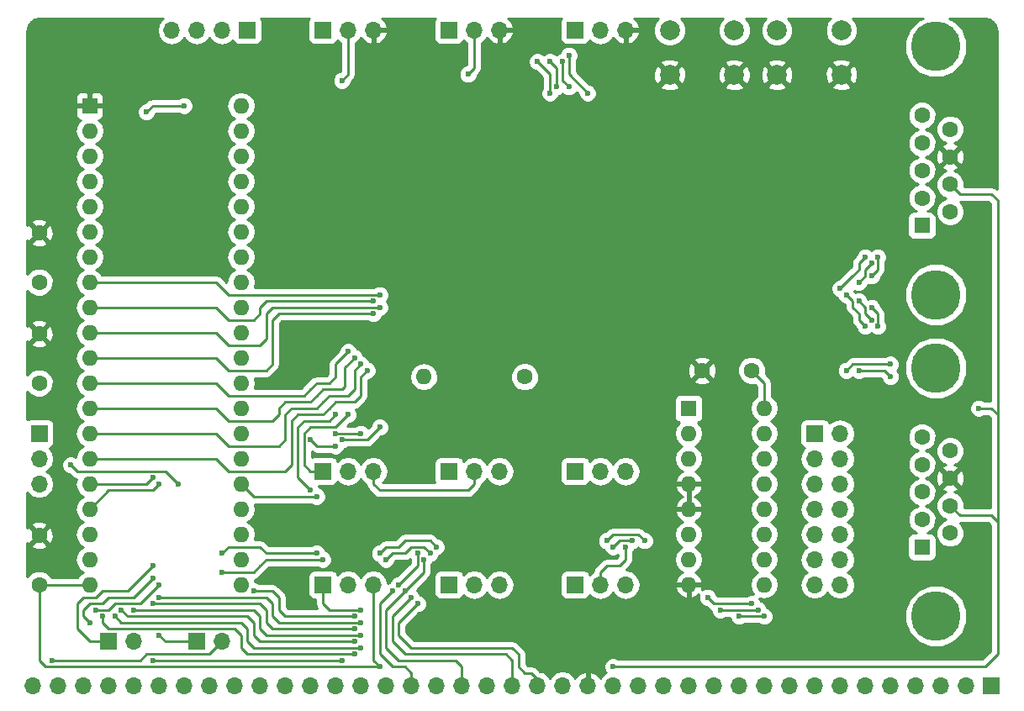
<source format=gbl>
G04 #@! TF.FileFunction,Copper,L2,Bot,Signal*
%FSLAX46Y46*%
G04 Gerber Fmt 4.6, Leading zero omitted, Abs format (unit mm)*
G04 Created by KiCad (PCBNEW 4.0.7) date 02/14/19 14:15:43*
%MOMM*%
%LPD*%
G01*
G04 APERTURE LIST*
%ADD10C,0.100000*%
%ADD11C,1.600000*%
%ADD12R,1.600000X1.600000*%
%ADD13O,1.600000X1.600000*%
%ADD14R,1.700000X1.700000*%
%ADD15O,1.700000X1.700000*%
%ADD16C,5.000000*%
%ADD17C,2.000000*%
%ADD18C,0.600000*%
%ADD19C,0.250000*%
%ADD20C,0.254000*%
G04 APERTURE END LIST*
D10*
D11*
X54610000Y-132715000D03*
X54610000Y-127715000D03*
X126365000Y-111125000D03*
X121365000Y-111125000D03*
D12*
X120015000Y-114935000D03*
D13*
X127635000Y-132715000D03*
X120015000Y-117475000D03*
X127635000Y-130175000D03*
X120015000Y-120015000D03*
X127635000Y-127635000D03*
X120015000Y-122555000D03*
X127635000Y-125095000D03*
X120015000Y-125095000D03*
X127635000Y-122555000D03*
X120015000Y-127635000D03*
X127635000Y-120015000D03*
X120015000Y-130175000D03*
X127635000Y-117475000D03*
X120015000Y-132715000D03*
X127635000Y-114935000D03*
D14*
X132715000Y-117475000D03*
D15*
X135255000Y-117475000D03*
X132715000Y-120015000D03*
X135255000Y-120015000D03*
X132715000Y-122555000D03*
X135255000Y-122555000D03*
X132715000Y-125095000D03*
X135255000Y-125095000D03*
X132715000Y-127635000D03*
X135255000Y-127635000D03*
X132715000Y-130175000D03*
X135255000Y-130175000D03*
X132715000Y-132715000D03*
X135255000Y-132715000D03*
D11*
X54610000Y-102235000D03*
X54610000Y-97235000D03*
X54610000Y-112395000D03*
X54610000Y-107395000D03*
D14*
X150495000Y-142875000D03*
D15*
X147955000Y-142875000D03*
X145415000Y-142875000D03*
X142875000Y-142875000D03*
X140335000Y-142875000D03*
X137795000Y-142875000D03*
X135255000Y-142875000D03*
X132715000Y-142875000D03*
X130175000Y-142875000D03*
X127635000Y-142875000D03*
X125095000Y-142875000D03*
X122555000Y-142875000D03*
X120015000Y-142875000D03*
X117475000Y-142875000D03*
X114935000Y-142875000D03*
X112395000Y-142875000D03*
X109855000Y-142875000D03*
X107315000Y-142875000D03*
X104775000Y-142875000D03*
X102235000Y-142875000D03*
X99695000Y-142875000D03*
X97155000Y-142875000D03*
X94615000Y-142875000D03*
X92075000Y-142875000D03*
X89535000Y-142875000D03*
X86995000Y-142875000D03*
X84455000Y-142875000D03*
X81915000Y-142875000D03*
X79375000Y-142875000D03*
X76835000Y-142875000D03*
X74295000Y-142875000D03*
X71755000Y-142875000D03*
X69215000Y-142875000D03*
X66675000Y-142875000D03*
X64135000Y-142875000D03*
X61595000Y-142875000D03*
X59055000Y-142875000D03*
X56515000Y-142875000D03*
X53975000Y-142875000D03*
D14*
X83185000Y-132715000D03*
D15*
X85725000Y-132715000D03*
X88265000Y-132715000D03*
D14*
X95885000Y-132715000D03*
D15*
X98425000Y-132715000D03*
X100965000Y-132715000D03*
D14*
X70485000Y-138430000D03*
D15*
X73025000Y-138430000D03*
D14*
X61595000Y-138430000D03*
D15*
X64135000Y-138430000D03*
D11*
X103505000Y-111760000D03*
D13*
X93345000Y-111760000D03*
D12*
X59690000Y-84455000D03*
D13*
X74930000Y-132715000D03*
X59690000Y-86995000D03*
X74930000Y-130175000D03*
X59690000Y-89535000D03*
X74930000Y-127635000D03*
X59690000Y-92075000D03*
X74930000Y-125095000D03*
X59690000Y-94615000D03*
X74930000Y-122555000D03*
X59690000Y-97155000D03*
X74930000Y-120015000D03*
X59690000Y-99695000D03*
X74930000Y-117475000D03*
X59690000Y-102235000D03*
X74930000Y-114935000D03*
X59690000Y-104775000D03*
X74930000Y-112395000D03*
X59690000Y-107315000D03*
X74930000Y-109855000D03*
X59690000Y-109855000D03*
X74930000Y-107315000D03*
X59690000Y-112395000D03*
X74930000Y-104775000D03*
X59690000Y-114935000D03*
X74930000Y-102235000D03*
X59690000Y-117475000D03*
X74930000Y-99695000D03*
X59690000Y-120015000D03*
X74930000Y-97155000D03*
X59690000Y-122555000D03*
X74930000Y-94615000D03*
X59690000Y-125095000D03*
X74930000Y-92075000D03*
X59690000Y-127635000D03*
X74930000Y-89535000D03*
X59690000Y-130175000D03*
X74930000Y-86995000D03*
X59690000Y-132715000D03*
X74930000Y-84455000D03*
D14*
X75565000Y-76835000D03*
D15*
X73025000Y-76835000D03*
X70485000Y-76835000D03*
X67945000Y-76835000D03*
D12*
X143510000Y-96520000D03*
D11*
X143510000Y-93750000D03*
X143510000Y-90980000D03*
X143510000Y-88210000D03*
X143510000Y-85440000D03*
X146350000Y-95135000D03*
X146350000Y-92365000D03*
X146350000Y-89595000D03*
X146350000Y-86825000D03*
D16*
X144930000Y-78480000D03*
X144930000Y-103480000D03*
D12*
X143510000Y-128905000D03*
D11*
X143510000Y-126135000D03*
X143510000Y-123365000D03*
X143510000Y-120595000D03*
X143510000Y-117825000D03*
X146350000Y-127520000D03*
X146350000Y-124750000D03*
X146350000Y-121980000D03*
X146350000Y-119210000D03*
D16*
X144930000Y-110865000D03*
X144930000Y-135865000D03*
D14*
X54610000Y-117475000D03*
D15*
X54610000Y-120015000D03*
X54610000Y-122555000D03*
D14*
X83185000Y-121285000D03*
D15*
X85725000Y-121285000D03*
X88265000Y-121285000D03*
D14*
X95885000Y-121285000D03*
D15*
X98425000Y-121285000D03*
X100965000Y-121285000D03*
D14*
X83185000Y-76835000D03*
D15*
X85725000Y-76835000D03*
X88265000Y-76835000D03*
D14*
X95885000Y-76835000D03*
D15*
X98425000Y-76835000D03*
X100965000Y-76835000D03*
D14*
X108585000Y-76835000D03*
D15*
X111125000Y-76835000D03*
X113665000Y-76835000D03*
D17*
X118110000Y-81335000D03*
X118110000Y-76835000D03*
X124610000Y-81335000D03*
X124610000Y-76835000D03*
X128905000Y-81335000D03*
X128905000Y-76835000D03*
X135405000Y-81335000D03*
X135405000Y-76835000D03*
D14*
X108585000Y-132715000D03*
D15*
X111125000Y-132715000D03*
X113665000Y-132715000D03*
D14*
X108585000Y-121285000D03*
D15*
X111125000Y-121285000D03*
X113665000Y-121285000D03*
D18*
X137160000Y-111125000D03*
X140335000Y-111760000D03*
X149225000Y-114935000D03*
X88900000Y-140970000D03*
X112395000Y-140970000D03*
X107950000Y-79375000D03*
X109855000Y-83185000D03*
X107315000Y-80010000D03*
X107950000Y-82550000D03*
X106680000Y-82550000D03*
X106045000Y-80010000D03*
X106045000Y-83185000D03*
X104775000Y-80010000D03*
X86995000Y-135255000D03*
X66675000Y-133985000D03*
X86995000Y-136525000D03*
X86360000Y-137160000D03*
X66040000Y-134620000D03*
X86995000Y-137795000D03*
X64135000Y-135255000D03*
X86360000Y-138430000D03*
X62865000Y-135255000D03*
X86995000Y-139065000D03*
X62230000Y-135890000D03*
X60960000Y-135890000D03*
X86360000Y-139700000D03*
X92710000Y-134620000D03*
X90170000Y-133350000D03*
X55880000Y-140335000D03*
X85725000Y-115570000D03*
X135890000Y-111125000D03*
X112395000Y-128905000D03*
X114300000Y-128270000D03*
X89535000Y-130175000D03*
X73025000Y-131445000D03*
X66040000Y-132080000D03*
X59690000Y-136525000D03*
X66675000Y-137795000D03*
X83185000Y-130175000D03*
X93980000Y-129540000D03*
X140335000Y-110490000D03*
X111760000Y-128270000D03*
X73025000Y-129540000D03*
X66040000Y-130810000D03*
X82550000Y-129540000D03*
X94615000Y-128905000D03*
X88900000Y-129540000D03*
X115570000Y-128270000D03*
X121920000Y-133985000D03*
X126365000Y-134620000D03*
X123190000Y-135255000D03*
X127000000Y-135255000D03*
X125095000Y-135890000D03*
X127635000Y-135890000D03*
X88900000Y-103505000D03*
X137795000Y-106680000D03*
X135890000Y-103505000D03*
X68580000Y-122555000D03*
X57785000Y-120650000D03*
X85725000Y-109220000D03*
X86360000Y-109855000D03*
X138430000Y-101600000D03*
X139065000Y-99695000D03*
X86995000Y-110490000D03*
X137160000Y-102235000D03*
X138430000Y-100330000D03*
X87630000Y-111125000D03*
X135255000Y-102870000D03*
X137795000Y-99695000D03*
X88265000Y-104140000D03*
X137160000Y-104140000D03*
X138430000Y-106045000D03*
X88900000Y-104775000D03*
X139065000Y-106680000D03*
X138430000Y-104775000D03*
X88265000Y-105410000D03*
X60325000Y-135255000D03*
X66675000Y-132715000D03*
X86360000Y-135890000D03*
X76200000Y-133350000D03*
X65405000Y-85090000D03*
X69215000Y-84455000D03*
X92075000Y-133985000D03*
X81915000Y-118110000D03*
X84455000Y-118745000D03*
X93345000Y-130175000D03*
X91440000Y-133350000D03*
X90805000Y-132715000D03*
X66040000Y-140335000D03*
X85090000Y-140335000D03*
X92710000Y-129540000D03*
X82550000Y-123825000D03*
X84455000Y-115570000D03*
X81915000Y-123190000D03*
X86995000Y-117475000D03*
X84455000Y-117475000D03*
X88900000Y-116840000D03*
X85090000Y-118110000D03*
X85090000Y-81915000D03*
X66675000Y-122555000D03*
X97790000Y-81280000D03*
X66040000Y-121920000D03*
X113665000Y-128905000D03*
D19*
X139700000Y-111125000D02*
X140335000Y-111760000D01*
X149225000Y-114935000D02*
X150495000Y-114935000D01*
X151130000Y-115570000D02*
X150495000Y-114935000D01*
X137160000Y-111125000D02*
X139700000Y-111125000D01*
X127635000Y-114935000D02*
X127635000Y-112395000D01*
X127635000Y-112395000D02*
X126365000Y-111125000D01*
X146350000Y-92365000D02*
X146350000Y-92375000D01*
X146350000Y-92375000D02*
X147320000Y-93345000D01*
X147320000Y-93345000D02*
X150495000Y-93345000D01*
X150495000Y-93345000D02*
X151130000Y-93980000D01*
X146350000Y-124750000D02*
X146350000Y-124760000D01*
X146350000Y-124760000D02*
X147320000Y-125730000D01*
X147320000Y-125730000D02*
X150495000Y-125730000D01*
X150495000Y-125730000D02*
X151130000Y-126365000D01*
X88265000Y-139065000D02*
X88265000Y-140335000D01*
X88265000Y-132715000D02*
X88265000Y-139065000D01*
X88265000Y-140335000D02*
X88900000Y-140970000D01*
X55245000Y-140970000D02*
X54610000Y-140335000D01*
X67310000Y-140970000D02*
X55245000Y-140970000D01*
X54610000Y-132715000D02*
X54610000Y-140335000D01*
X88900000Y-140970000D02*
X70485000Y-140970000D01*
X70485000Y-140970000D02*
X67310000Y-140970000D01*
X118745000Y-140970000D02*
X112395000Y-140970000D01*
X149860000Y-140970000D02*
X118745000Y-140970000D01*
X151130000Y-139700000D02*
X151130000Y-126365000D01*
X151130000Y-126365000D02*
X151130000Y-115570000D01*
X151130000Y-139700000D02*
X149860000Y-140970000D01*
X151130000Y-115570000D02*
X151130000Y-111760000D01*
X151130000Y-111760000D02*
X151130000Y-93980000D01*
X54610000Y-132715000D02*
X59690000Y-132715000D01*
X109855000Y-83185000D02*
X107950000Y-81280000D01*
X107950000Y-81280000D02*
X107950000Y-79375000D01*
X107315000Y-81915000D02*
X107950000Y-82550000D01*
X107315000Y-80010000D02*
X107315000Y-81915000D01*
X107315000Y-80010000D02*
X107315000Y-80010000D01*
X106680000Y-80645000D02*
X106680000Y-82550000D01*
X106045000Y-80010000D02*
X106680000Y-80645000D01*
X106045000Y-81280000D02*
X106045000Y-83185000D01*
X104775000Y-80010000D02*
X106045000Y-81280000D01*
X83185000Y-134620000D02*
X83185000Y-132715000D01*
X83820000Y-135255000D02*
X83185000Y-134620000D01*
X86995000Y-135255000D02*
X83820000Y-135255000D01*
X86995000Y-136525000D02*
X82550000Y-136525000D01*
X73660000Y-133985000D02*
X77470000Y-133985000D01*
X82550000Y-136525000D02*
X78740000Y-136525000D01*
X78105000Y-135890000D02*
X78740000Y-136525000D01*
X78105000Y-134620000D02*
X78105000Y-135890000D01*
X77470000Y-133985000D02*
X78105000Y-134620000D01*
X73660000Y-133985000D02*
X66675000Y-133985000D01*
X78105000Y-137160000D02*
X83185000Y-137160000D01*
X77470000Y-136525000D02*
X78105000Y-137160000D01*
X77470000Y-135255000D02*
X77470000Y-136525000D01*
X76835000Y-134620000D02*
X77470000Y-135255000D01*
X66040000Y-134620000D02*
X76835000Y-134620000D01*
X86360000Y-137160000D02*
X83185000Y-137160000D01*
X77470000Y-137795000D02*
X83820000Y-137795000D01*
X76835000Y-137160000D02*
X77470000Y-137795000D01*
X76835000Y-135890000D02*
X76835000Y-137160000D01*
X76200000Y-135255000D02*
X76835000Y-135890000D01*
X64135000Y-135255000D02*
X76200000Y-135255000D01*
X86995000Y-137795000D02*
X83820000Y-137795000D01*
X66040000Y-135890000D02*
X63500000Y-135890000D01*
X86360000Y-138430000D02*
X84455000Y-138430000D01*
X66040000Y-135890000D02*
X75565000Y-135890000D01*
X75565000Y-135890000D02*
X76200000Y-136525000D01*
X76200000Y-136525000D02*
X76200000Y-137795000D01*
X76200000Y-137795000D02*
X76835000Y-138430000D01*
X76835000Y-138430000D02*
X84455000Y-138430000D01*
X63500000Y-135890000D02*
X62865000Y-135255000D01*
X65405000Y-136525000D02*
X62865000Y-136525000D01*
X86995000Y-139065000D02*
X85090000Y-139065000D01*
X65405000Y-136525000D02*
X74930000Y-136525000D01*
X74930000Y-136525000D02*
X75565000Y-137160000D01*
X75565000Y-137160000D02*
X75565000Y-138430000D01*
X75565000Y-138430000D02*
X76200000Y-139065000D01*
X76200000Y-139065000D02*
X85090000Y-139065000D01*
X62865000Y-136525000D02*
X62230000Y-135890000D01*
X62230000Y-137160000D02*
X61595000Y-137160000D01*
X60960000Y-136525000D02*
X60960000Y-135890000D01*
X61595000Y-137160000D02*
X60960000Y-136525000D01*
X62230000Y-137160000D02*
X62865000Y-137160000D01*
X86360000Y-139700000D02*
X75565000Y-139700000D01*
X74930000Y-139065000D02*
X75565000Y-139700000D01*
X74930000Y-137795000D02*
X74930000Y-139065000D01*
X74295000Y-137160000D02*
X74930000Y-137795000D01*
X63500000Y-137160000D02*
X74295000Y-137160000D01*
X63500000Y-137160000D02*
X62865000Y-137160000D01*
X92710000Y-134620000D02*
X92075000Y-135255000D01*
X93345000Y-139065000D02*
X92075000Y-139065000D01*
X104775000Y-142240000D02*
X104140000Y-141605000D01*
X104140000Y-141605000D02*
X103505000Y-141605000D01*
X103505000Y-141605000D02*
X102870000Y-140970000D01*
X102870000Y-140970000D02*
X102870000Y-139700000D01*
X102870000Y-139700000D02*
X102235000Y-139065000D01*
X93345000Y-139065000D02*
X102235000Y-139065000D01*
X90805000Y-136525000D02*
X92075000Y-135255000D01*
X90805000Y-137795000D02*
X90805000Y-136525000D01*
X92075000Y-139065000D02*
X90805000Y-137795000D01*
X104775000Y-142875000D02*
X104775000Y-142240000D01*
X92075000Y-142875000D02*
X92075000Y-141605000D01*
X88900000Y-134620000D02*
X90170000Y-133350000D01*
X88900000Y-139700000D02*
X88900000Y-134620000D01*
X90170000Y-140970000D02*
X88900000Y-139700000D01*
X91440000Y-140970000D02*
X90170000Y-140970000D01*
X92075000Y-141605000D02*
X91440000Y-140970000D01*
X55880000Y-140335000D02*
X64770000Y-140335000D01*
X73025000Y-138430000D02*
X71755000Y-139700000D01*
X65405000Y-139700000D02*
X71755000Y-139700000D01*
X64770000Y-140335000D02*
X65405000Y-139700000D01*
X81915000Y-121285000D02*
X81280000Y-120650000D01*
X81280000Y-120650000D02*
X81280000Y-117475000D01*
X81280000Y-117475000D02*
X81915000Y-116840000D01*
X81915000Y-116840000D02*
X84455000Y-116840000D01*
X84455000Y-116840000D02*
X85725000Y-115570000D01*
X83185000Y-121285000D02*
X81915000Y-121285000D01*
X135890000Y-111125000D02*
X136525000Y-110490000D01*
X112395000Y-128905000D02*
X113030000Y-128270000D01*
X113030000Y-128270000D02*
X114300000Y-128270000D01*
X89535000Y-130175000D02*
X90170000Y-129540000D01*
X90170000Y-129540000D02*
X91440000Y-129540000D01*
X91440000Y-129540000D02*
X92075000Y-128905000D01*
X92075000Y-128905000D02*
X93345000Y-128905000D01*
X76835000Y-130810000D02*
X77470000Y-130175000D01*
X73025000Y-131445000D02*
X76200000Y-131445000D01*
X66040000Y-132080000D02*
X64135000Y-133985000D01*
X61595000Y-133985000D02*
X60960000Y-134620000D01*
X59055000Y-135890000D02*
X59690000Y-136525000D01*
X59690000Y-134620000D02*
X59055000Y-135255000D01*
X59690000Y-134620000D02*
X60960000Y-134620000D01*
X67310000Y-138430000D02*
X66675000Y-137795000D01*
X67310000Y-138430000D02*
X70485000Y-138430000D01*
X59055000Y-135255000D02*
X59055000Y-135890000D01*
X61595000Y-133985000D02*
X64135000Y-133985000D01*
X76835000Y-130810000D02*
X76200000Y-131445000D01*
X77470000Y-130175000D02*
X83185000Y-130175000D01*
X93980000Y-129540000D02*
X93345000Y-128905000D01*
X136525000Y-110490000D02*
X140335000Y-110490000D01*
X114935000Y-127635000D02*
X115570000Y-128270000D01*
X93980000Y-128270000D02*
X91440000Y-128270000D01*
X73025000Y-129540000D02*
X73660000Y-128905000D01*
X73660000Y-128905000D02*
X76835000Y-128905000D01*
X66040000Y-130810000D02*
X65405000Y-131445000D01*
X63500000Y-133350000D02*
X65405000Y-131445000D01*
X59055000Y-133985000D02*
X60325000Y-133985000D01*
X59690000Y-138430000D02*
X58420000Y-137160000D01*
X58420000Y-137160000D02*
X58420000Y-134620000D01*
X58420000Y-134620000D02*
X59055000Y-133985000D01*
X59690000Y-138430000D02*
X61595000Y-138430000D01*
X60325000Y-133985000D02*
X60960000Y-133350000D01*
X60960000Y-133350000D02*
X63500000Y-133350000D01*
X77470000Y-129540000D02*
X82550000Y-129540000D01*
X76835000Y-128905000D02*
X77470000Y-129540000D01*
X90805000Y-128905000D02*
X91440000Y-128270000D01*
X89535000Y-128905000D02*
X90805000Y-128905000D01*
X88900000Y-129540000D02*
X89535000Y-128905000D01*
X94615000Y-128905000D02*
X93980000Y-128270000D01*
X112395000Y-127635000D02*
X114935000Y-127635000D01*
X111760000Y-128270000D02*
X112395000Y-127635000D01*
X124460000Y-134620000D02*
X122555000Y-134620000D01*
X122555000Y-134620000D02*
X121920000Y-133985000D01*
X126365000Y-134620000D02*
X124460000Y-134620000D01*
X123190000Y-135255000D02*
X124460000Y-135255000D01*
X127000000Y-135255000D02*
X124460000Y-135255000D01*
X125095000Y-135890000D02*
X127635000Y-135890000D01*
X72390000Y-102235000D02*
X59690000Y-102235000D01*
X73660000Y-103505000D02*
X85725000Y-103505000D01*
X72390000Y-102235000D02*
X73660000Y-103505000D01*
X88900000Y-103505000D02*
X85725000Y-103505000D01*
X137160000Y-106045000D02*
X137795000Y-106680000D01*
X137160000Y-105410000D02*
X137160000Y-106045000D01*
X136525000Y-104775000D02*
X137160000Y-105410000D01*
X136525000Y-104140000D02*
X136525000Y-104775000D01*
X135890000Y-103505000D02*
X136525000Y-104140000D01*
X58420000Y-121285000D02*
X57785000Y-120650000D01*
X67310000Y-121285000D02*
X58420000Y-121285000D01*
X67310000Y-121285000D02*
X68580000Y-122555000D01*
X84455000Y-110490000D02*
X85725000Y-109220000D01*
X72390000Y-112395000D02*
X73660000Y-113665000D01*
X73660000Y-113665000D02*
X81280000Y-113665000D01*
X81280000Y-113665000D02*
X81915000Y-113030000D01*
X59690000Y-112395000D02*
X72390000Y-112395000D01*
X81915000Y-113030000D02*
X82550000Y-112395000D01*
X84455000Y-111760000D02*
X83820000Y-112395000D01*
X83820000Y-112395000D02*
X82550000Y-112395000D01*
X84455000Y-110490000D02*
X84455000Y-111760000D01*
X85407500Y-110807500D02*
X86360000Y-109855000D01*
X59690000Y-114935000D02*
X72390000Y-114935000D01*
X81915000Y-114300000D02*
X82550000Y-113665000D01*
X79375000Y-114300000D02*
X81915000Y-114300000D01*
X78740000Y-114935000D02*
X79375000Y-114300000D01*
X78740000Y-115570000D02*
X78740000Y-114935000D01*
X78105000Y-116205000D02*
X78740000Y-115570000D01*
X73660000Y-116205000D02*
X78105000Y-116205000D01*
X72390000Y-114935000D02*
X73660000Y-116205000D01*
X82550000Y-113665000D02*
X83185000Y-113030000D01*
X85407500Y-112712500D02*
X85090000Y-113030000D01*
X85090000Y-113030000D02*
X83185000Y-113030000D01*
X85407500Y-110807500D02*
X85407500Y-112712500D01*
X139065000Y-100965000D02*
X138430000Y-101600000D01*
X139065000Y-99695000D02*
X139065000Y-100965000D01*
X86360000Y-111760000D02*
X86360000Y-113030000D01*
X85725000Y-113665000D02*
X83820000Y-113665000D01*
X86360000Y-113030000D02*
X85725000Y-113665000D01*
X86360000Y-111125000D02*
X86360000Y-111760000D01*
X83185000Y-114300000D02*
X83820000Y-113665000D01*
X59690000Y-117475000D02*
X72390000Y-117475000D01*
X82550000Y-114935000D02*
X83185000Y-114300000D01*
X80010000Y-114935000D02*
X82550000Y-114935000D01*
X79375000Y-115570000D02*
X80010000Y-114935000D01*
X79375000Y-118110000D02*
X79375000Y-115570000D01*
X78740000Y-118745000D02*
X79375000Y-118110000D01*
X73660000Y-118745000D02*
X78740000Y-118745000D01*
X72390000Y-117475000D02*
X73660000Y-118745000D01*
X86360000Y-111125000D02*
X86995000Y-110490000D01*
X137795000Y-101600000D02*
X137160000Y-102235000D01*
X137795000Y-100965000D02*
X137795000Y-101600000D01*
X138430000Y-100330000D02*
X137795000Y-100965000D01*
X83185000Y-115570000D02*
X83820000Y-114935000D01*
X59690000Y-120015000D02*
X72390000Y-120015000D01*
X80645000Y-115570000D02*
X83185000Y-115570000D01*
X80010000Y-116205000D02*
X80645000Y-115570000D01*
X80010000Y-120650000D02*
X80010000Y-116205000D01*
X79375000Y-121285000D02*
X80010000Y-120650000D01*
X73660000Y-121285000D02*
X79375000Y-121285000D01*
X72390000Y-120015000D02*
X73660000Y-121285000D01*
X86995000Y-111760000D02*
X87630000Y-111125000D01*
X86995000Y-113665000D02*
X86995000Y-111760000D01*
X86360000Y-114300000D02*
X86995000Y-113665000D01*
X84455000Y-114300000D02*
X86360000Y-114300000D01*
X83820000Y-114935000D02*
X84455000Y-114300000D01*
X136525000Y-101600000D02*
X135255000Y-102870000D01*
X137160000Y-100965000D02*
X136525000Y-101600000D01*
X137160000Y-100330000D02*
X137160000Y-100965000D01*
X137795000Y-99695000D02*
X137160000Y-100330000D01*
X76200000Y-106045000D02*
X76835000Y-105410000D01*
X77470000Y-104140000D02*
X85725000Y-104140000D01*
X76835000Y-104775000D02*
X77470000Y-104140000D01*
X76835000Y-105410000D02*
X76835000Y-104775000D01*
X72390000Y-104775000D02*
X59690000Y-104775000D01*
X73660000Y-106045000D02*
X76200000Y-106045000D01*
X72390000Y-104775000D02*
X73660000Y-106045000D01*
X88265000Y-104140000D02*
X85725000Y-104140000D01*
X137795000Y-104775000D02*
X137160000Y-104140000D01*
X137795000Y-105410000D02*
X137795000Y-104775000D01*
X138430000Y-106045000D02*
X137795000Y-105410000D01*
X76835000Y-108585000D02*
X77470000Y-107950000D01*
X78105000Y-104775000D02*
X85725000Y-104775000D01*
X77470000Y-105410000D02*
X78105000Y-104775000D01*
X77470000Y-107950000D02*
X77470000Y-105410000D01*
X59690000Y-107315000D02*
X72390000Y-107315000D01*
X73660000Y-108585000D02*
X76835000Y-108585000D01*
X72390000Y-107315000D02*
X73660000Y-108585000D01*
X88900000Y-104775000D02*
X85725000Y-104775000D01*
X139065000Y-105410000D02*
X139065000Y-106680000D01*
X138430000Y-104775000D02*
X139065000Y-105410000D01*
X77470000Y-111125000D02*
X78105000Y-110490000D01*
X78740000Y-105410000D02*
X85725000Y-105410000D01*
X78105000Y-106045000D02*
X78740000Y-105410000D01*
X78105000Y-110490000D02*
X78105000Y-106045000D01*
X72390000Y-109855000D02*
X73660000Y-111125000D01*
X73660000Y-111125000D02*
X77470000Y-111125000D01*
X72390000Y-109855000D02*
X59690000Y-109855000D01*
X88265000Y-105410000D02*
X85725000Y-105410000D01*
X62230000Y-134620000D02*
X61595000Y-135255000D01*
X61595000Y-135255000D02*
X60325000Y-135255000D01*
X64770000Y-134620000D02*
X62230000Y-134620000D01*
X66675000Y-132715000D02*
X64770000Y-134620000D01*
X65405000Y-85090000D02*
X66040000Y-84455000D01*
X79375000Y-135890000D02*
X81915000Y-135890000D01*
X78740000Y-135255000D02*
X79375000Y-135890000D01*
X78740000Y-133985000D02*
X78740000Y-135255000D01*
X78105000Y-133350000D02*
X78740000Y-133985000D01*
X77470000Y-133350000D02*
X78105000Y-133350000D01*
X86360000Y-135890000D02*
X81915000Y-135890000D01*
X77470000Y-133350000D02*
X76200000Y-133350000D01*
X66040000Y-84455000D02*
X69215000Y-84455000D01*
X81915000Y-118110000D02*
X82550000Y-118745000D01*
X91440000Y-134620000D02*
X92075000Y-133985000D01*
X91440000Y-139700000D02*
X90170000Y-138430000D01*
X90170000Y-138430000D02*
X90170000Y-135890000D01*
X90170000Y-135890000D02*
X91440000Y-134620000D01*
X102235000Y-140335000D02*
X102235000Y-142875000D01*
X101600000Y-139700000D02*
X92075000Y-139700000D01*
X102235000Y-140335000D02*
X101600000Y-139700000D01*
X92075000Y-139700000D02*
X91440000Y-139700000D01*
X82550000Y-118745000D02*
X84455000Y-118745000D01*
X93345000Y-131445000D02*
X93345000Y-130175000D01*
X90805000Y-133985000D02*
X91440000Y-133350000D01*
X97155000Y-142875000D02*
X97155000Y-140970000D01*
X89535000Y-139065000D02*
X89535000Y-135255000D01*
X90805000Y-140335000D02*
X89535000Y-139065000D01*
X96520000Y-140335000D02*
X90805000Y-140335000D01*
X97155000Y-140970000D02*
X96520000Y-140335000D01*
X90805000Y-133985000D02*
X89535000Y-135255000D01*
X91440000Y-133350000D02*
X93345000Y-131445000D01*
X66040000Y-140335000D02*
X69850000Y-140335000D01*
X90805000Y-132715000D02*
X92710000Y-130810000D01*
X85090000Y-140335000D02*
X69850000Y-140335000D01*
X92710000Y-130810000D02*
X92710000Y-129540000D01*
X74930000Y-122555000D02*
X76200000Y-123825000D01*
X76200000Y-123825000D02*
X82550000Y-123825000D01*
X88265000Y-121285000D02*
X88265000Y-122555000D01*
X98425000Y-122555000D02*
X98425000Y-121285000D01*
X97790000Y-123190000D02*
X98425000Y-122555000D01*
X88900000Y-123190000D02*
X97790000Y-123190000D01*
X88265000Y-122555000D02*
X88900000Y-123190000D01*
X81280000Y-122555000D02*
X80645000Y-121920000D01*
X83820000Y-116205000D02*
X84455000Y-115570000D01*
X81280000Y-116205000D02*
X83820000Y-116205000D01*
X80645000Y-116840000D02*
X81280000Y-116205000D01*
X80645000Y-121920000D02*
X80645000Y-116840000D01*
X81915000Y-123190000D02*
X81280000Y-122555000D01*
X84455000Y-117475000D02*
X86995000Y-117475000D01*
X87630000Y-118110000D02*
X88900000Y-116840000D01*
X85090000Y-118110000D02*
X87630000Y-118110000D01*
X85725000Y-76835000D02*
X85725000Y-81280000D01*
X85725000Y-81280000D02*
X85090000Y-81915000D01*
X98425000Y-76835000D02*
X98425000Y-80645000D01*
X61595000Y-123190000D02*
X59690000Y-125095000D01*
X66040000Y-123190000D02*
X66675000Y-122555000D01*
X61595000Y-123190000D02*
X66040000Y-123190000D01*
X98425000Y-80645000D02*
X97790000Y-81280000D01*
X62230000Y-122555000D02*
X65405000Y-122555000D01*
X65405000Y-122555000D02*
X66040000Y-121920000D01*
X62230000Y-122555000D02*
X59690000Y-122555000D01*
X74295000Y-127635000D02*
X74930000Y-127635000D01*
X111125000Y-131445000D02*
X111125000Y-132715000D01*
X111760000Y-130810000D02*
X111125000Y-131445000D01*
X113030000Y-130810000D02*
X111760000Y-130810000D01*
X113665000Y-130175000D02*
X113030000Y-130810000D01*
X113665000Y-128905000D02*
X113665000Y-130175000D01*
D20*
G36*
X66894946Y-75755853D02*
X66573039Y-76237622D01*
X66460000Y-76805907D01*
X66460000Y-76864093D01*
X66573039Y-77432378D01*
X66894946Y-77914147D01*
X67376715Y-78236054D01*
X67945000Y-78349093D01*
X68513285Y-78236054D01*
X68995054Y-77914147D01*
X69215000Y-77584974D01*
X69434946Y-77914147D01*
X69916715Y-78236054D01*
X70485000Y-78349093D01*
X71053285Y-78236054D01*
X71535054Y-77914147D01*
X71755000Y-77584974D01*
X71974946Y-77914147D01*
X72456715Y-78236054D01*
X73025000Y-78349093D01*
X73593285Y-78236054D01*
X74075054Y-77914147D01*
X74102850Y-77872548D01*
X74111838Y-77920317D01*
X74250910Y-78136441D01*
X74463110Y-78281431D01*
X74715000Y-78332440D01*
X76415000Y-78332440D01*
X76650317Y-78288162D01*
X76866441Y-78149090D01*
X77011431Y-77936890D01*
X77062440Y-77685000D01*
X77062440Y-75985000D01*
X77018162Y-75749683D01*
X76947583Y-75640000D01*
X81802188Y-75640000D01*
X81738569Y-75733110D01*
X81687560Y-75985000D01*
X81687560Y-77685000D01*
X81731838Y-77920317D01*
X81870910Y-78136441D01*
X82083110Y-78281431D01*
X82335000Y-78332440D01*
X84035000Y-78332440D01*
X84270317Y-78288162D01*
X84486441Y-78149090D01*
X84631431Y-77936890D01*
X84645086Y-77869459D01*
X84674946Y-77914147D01*
X84965000Y-78107954D01*
X84965000Y-80965198D01*
X84950320Y-80979878D01*
X84904833Y-80979838D01*
X84561057Y-81121883D01*
X84297808Y-81384673D01*
X84155162Y-81728201D01*
X84154838Y-82100167D01*
X84296883Y-82443943D01*
X84559673Y-82707192D01*
X84903201Y-82849838D01*
X85275167Y-82850162D01*
X85618943Y-82708117D01*
X85882192Y-82445327D01*
X86024838Y-82101799D01*
X86024879Y-82054923D01*
X86262401Y-81817401D01*
X86427148Y-81570839D01*
X86485000Y-81280000D01*
X86485000Y-78107954D01*
X86775054Y-77914147D01*
X87002702Y-77573447D01*
X87069817Y-77716358D01*
X87498076Y-78106645D01*
X87908110Y-78276476D01*
X88138000Y-78155155D01*
X88138000Y-76962000D01*
X88392000Y-76962000D01*
X88392000Y-78155155D01*
X88621890Y-78276476D01*
X89031924Y-78106645D01*
X89460183Y-77716358D01*
X89706486Y-77191892D01*
X89585819Y-76962000D01*
X88392000Y-76962000D01*
X88138000Y-76962000D01*
X88118000Y-76962000D01*
X88118000Y-76708000D01*
X88138000Y-76708000D01*
X88138000Y-76688000D01*
X88392000Y-76688000D01*
X88392000Y-76708000D01*
X89585819Y-76708000D01*
X89706486Y-76478108D01*
X89460183Y-75953642D01*
X89116026Y-75640000D01*
X94502188Y-75640000D01*
X94438569Y-75733110D01*
X94387560Y-75985000D01*
X94387560Y-77685000D01*
X94431838Y-77920317D01*
X94570910Y-78136441D01*
X94783110Y-78281431D01*
X95035000Y-78332440D01*
X96735000Y-78332440D01*
X96970317Y-78288162D01*
X97186441Y-78149090D01*
X97331431Y-77936890D01*
X97345086Y-77869459D01*
X97374946Y-77914147D01*
X97665000Y-78107954D01*
X97665000Y-80330198D01*
X97650320Y-80344878D01*
X97604833Y-80344838D01*
X97261057Y-80486883D01*
X96997808Y-80749673D01*
X96855162Y-81093201D01*
X96854838Y-81465167D01*
X96996883Y-81808943D01*
X97259673Y-82072192D01*
X97603201Y-82214838D01*
X97975167Y-82215162D01*
X98318943Y-82073117D01*
X98582192Y-81810327D01*
X98724838Y-81466799D01*
X98724879Y-81419923D01*
X98962401Y-81182401D01*
X99127148Y-80935839D01*
X99185000Y-80645000D01*
X99185000Y-80195167D01*
X103839838Y-80195167D01*
X103981883Y-80538943D01*
X104244673Y-80802192D01*
X104588201Y-80944838D01*
X104635077Y-80944879D01*
X105285000Y-81594802D01*
X105285000Y-82622537D01*
X105252808Y-82654673D01*
X105110162Y-82998201D01*
X105109838Y-83370167D01*
X105251883Y-83713943D01*
X105514673Y-83977192D01*
X105858201Y-84119838D01*
X106230167Y-84120162D01*
X106573943Y-83978117D01*
X106837192Y-83715327D01*
X106946765Y-83451446D01*
X107208943Y-83343117D01*
X107314954Y-83237290D01*
X107419673Y-83342192D01*
X107763201Y-83484838D01*
X108135167Y-83485162D01*
X108478943Y-83343117D01*
X108708829Y-83113631D01*
X108919878Y-83324680D01*
X108919838Y-83370167D01*
X109061883Y-83713943D01*
X109324673Y-83977192D01*
X109668201Y-84119838D01*
X110040167Y-84120162D01*
X110383943Y-83978117D01*
X110647192Y-83715327D01*
X110789838Y-83371799D01*
X110790162Y-82999833D01*
X110648117Y-82656057D01*
X110479886Y-82487532D01*
X117137073Y-82487532D01*
X117235736Y-82754387D01*
X117845461Y-82980908D01*
X118495460Y-82956856D01*
X118984264Y-82754387D01*
X119082927Y-82487532D01*
X123637073Y-82487532D01*
X123735736Y-82754387D01*
X124345461Y-82980908D01*
X124995460Y-82956856D01*
X125484264Y-82754387D01*
X125582927Y-82487532D01*
X127932073Y-82487532D01*
X128030736Y-82754387D01*
X128640461Y-82980908D01*
X129290460Y-82956856D01*
X129779264Y-82754387D01*
X129877927Y-82487532D01*
X134432073Y-82487532D01*
X134530736Y-82754387D01*
X135140461Y-82980908D01*
X135790460Y-82956856D01*
X136279264Y-82754387D01*
X136377927Y-82487532D01*
X135405000Y-81514605D01*
X134432073Y-82487532D01*
X129877927Y-82487532D01*
X128905000Y-81514605D01*
X127932073Y-82487532D01*
X125582927Y-82487532D01*
X124610000Y-81514605D01*
X123637073Y-82487532D01*
X119082927Y-82487532D01*
X118110000Y-81514605D01*
X117137073Y-82487532D01*
X110479886Y-82487532D01*
X110385327Y-82392808D01*
X110041799Y-82250162D01*
X109994923Y-82250121D01*
X108815263Y-81070461D01*
X116464092Y-81070461D01*
X116488144Y-81720460D01*
X116690613Y-82209264D01*
X116957468Y-82307927D01*
X117930395Y-81335000D01*
X118289605Y-81335000D01*
X119262532Y-82307927D01*
X119529387Y-82209264D01*
X119755908Y-81599539D01*
X119736331Y-81070461D01*
X122964092Y-81070461D01*
X122988144Y-81720460D01*
X123190613Y-82209264D01*
X123457468Y-82307927D01*
X124430395Y-81335000D01*
X124789605Y-81335000D01*
X125762532Y-82307927D01*
X126029387Y-82209264D01*
X126255908Y-81599539D01*
X126236331Y-81070461D01*
X127259092Y-81070461D01*
X127283144Y-81720460D01*
X127485613Y-82209264D01*
X127752468Y-82307927D01*
X128725395Y-81335000D01*
X129084605Y-81335000D01*
X130057532Y-82307927D01*
X130324387Y-82209264D01*
X130550908Y-81599539D01*
X130531331Y-81070461D01*
X133759092Y-81070461D01*
X133783144Y-81720460D01*
X133985613Y-82209264D01*
X134252468Y-82307927D01*
X135225395Y-81335000D01*
X135584605Y-81335000D01*
X136557532Y-82307927D01*
X136824387Y-82209264D01*
X137050908Y-81599539D01*
X137026856Y-80949540D01*
X136824387Y-80460736D01*
X136557532Y-80362073D01*
X135584605Y-81335000D01*
X135225395Y-81335000D01*
X134252468Y-80362073D01*
X133985613Y-80460736D01*
X133759092Y-81070461D01*
X130531331Y-81070461D01*
X130526856Y-80949540D01*
X130324387Y-80460736D01*
X130057532Y-80362073D01*
X129084605Y-81335000D01*
X128725395Y-81335000D01*
X127752468Y-80362073D01*
X127485613Y-80460736D01*
X127259092Y-81070461D01*
X126236331Y-81070461D01*
X126231856Y-80949540D01*
X126029387Y-80460736D01*
X125762532Y-80362073D01*
X124789605Y-81335000D01*
X124430395Y-81335000D01*
X123457468Y-80362073D01*
X123190613Y-80460736D01*
X122964092Y-81070461D01*
X119736331Y-81070461D01*
X119731856Y-80949540D01*
X119529387Y-80460736D01*
X119262532Y-80362073D01*
X118289605Y-81335000D01*
X117930395Y-81335000D01*
X116957468Y-80362073D01*
X116690613Y-80460736D01*
X116464092Y-81070461D01*
X108815263Y-81070461D01*
X108710000Y-80965198D01*
X108710000Y-80182468D01*
X117137073Y-80182468D01*
X118110000Y-81155395D01*
X119082927Y-80182468D01*
X123637073Y-80182468D01*
X124610000Y-81155395D01*
X125582927Y-80182468D01*
X127932073Y-80182468D01*
X128905000Y-81155395D01*
X129877927Y-80182468D01*
X134432073Y-80182468D01*
X135405000Y-81155395D01*
X136377927Y-80182468D01*
X136279264Y-79915613D01*
X135669539Y-79689092D01*
X135019540Y-79713144D01*
X134530736Y-79915613D01*
X134432073Y-80182468D01*
X129877927Y-80182468D01*
X129779264Y-79915613D01*
X129169539Y-79689092D01*
X128519540Y-79713144D01*
X128030736Y-79915613D01*
X127932073Y-80182468D01*
X125582927Y-80182468D01*
X125484264Y-79915613D01*
X124874539Y-79689092D01*
X124224540Y-79713144D01*
X123735736Y-79915613D01*
X123637073Y-80182468D01*
X119082927Y-80182468D01*
X118984264Y-79915613D01*
X118374539Y-79689092D01*
X117724540Y-79713144D01*
X117235736Y-79915613D01*
X117137073Y-80182468D01*
X108710000Y-80182468D01*
X108710000Y-79937463D01*
X108742192Y-79905327D01*
X108884838Y-79561799D01*
X108885162Y-79189833D01*
X108743117Y-78846057D01*
X108480327Y-78582808D01*
X108136799Y-78440162D01*
X107764833Y-78439838D01*
X107421057Y-78581883D01*
X107157808Y-78844673D01*
X107048235Y-79108554D01*
X106786057Y-79216883D01*
X106680046Y-79322710D01*
X106575327Y-79217808D01*
X106231799Y-79075162D01*
X105859833Y-79074838D01*
X105516057Y-79216883D01*
X105410046Y-79322710D01*
X105305327Y-79217808D01*
X104961799Y-79075162D01*
X104589833Y-79074838D01*
X104246057Y-79216883D01*
X103982808Y-79479673D01*
X103840162Y-79823201D01*
X103839838Y-80195167D01*
X99185000Y-80195167D01*
X99185000Y-78107954D01*
X99475054Y-77914147D01*
X99702702Y-77573447D01*
X99769817Y-77716358D01*
X100198076Y-78106645D01*
X100608110Y-78276476D01*
X100838000Y-78155155D01*
X100838000Y-76962000D01*
X101092000Y-76962000D01*
X101092000Y-78155155D01*
X101321890Y-78276476D01*
X101731924Y-78106645D01*
X102160183Y-77716358D01*
X102406486Y-77191892D01*
X102285819Y-76962000D01*
X101092000Y-76962000D01*
X100838000Y-76962000D01*
X100818000Y-76962000D01*
X100818000Y-76708000D01*
X100838000Y-76708000D01*
X100838000Y-76688000D01*
X101092000Y-76688000D01*
X101092000Y-76708000D01*
X102285819Y-76708000D01*
X102406486Y-76478108D01*
X102160183Y-75953642D01*
X101816026Y-75640000D01*
X107202188Y-75640000D01*
X107138569Y-75733110D01*
X107087560Y-75985000D01*
X107087560Y-77685000D01*
X107131838Y-77920317D01*
X107270910Y-78136441D01*
X107483110Y-78281431D01*
X107735000Y-78332440D01*
X109435000Y-78332440D01*
X109670317Y-78288162D01*
X109886441Y-78149090D01*
X110031431Y-77936890D01*
X110045086Y-77869459D01*
X110074946Y-77914147D01*
X110556715Y-78236054D01*
X111125000Y-78349093D01*
X111693285Y-78236054D01*
X112175054Y-77914147D01*
X112402702Y-77573447D01*
X112469817Y-77716358D01*
X112898076Y-78106645D01*
X113308110Y-78276476D01*
X113538000Y-78155155D01*
X113538000Y-76962000D01*
X113792000Y-76962000D01*
X113792000Y-78155155D01*
X114021890Y-78276476D01*
X114431924Y-78106645D01*
X114860183Y-77716358D01*
X115106486Y-77191892D01*
X114985819Y-76962000D01*
X113792000Y-76962000D01*
X113538000Y-76962000D01*
X113518000Y-76962000D01*
X113518000Y-76708000D01*
X113538000Y-76708000D01*
X113538000Y-76688000D01*
X113792000Y-76688000D01*
X113792000Y-76708000D01*
X114985819Y-76708000D01*
X115106486Y-76478108D01*
X114860183Y-75953642D01*
X114516026Y-75640000D01*
X116992827Y-75640000D01*
X116724722Y-75907637D01*
X116475284Y-76508352D01*
X116474716Y-77158795D01*
X116723106Y-77759943D01*
X117182637Y-78220278D01*
X117783352Y-78469716D01*
X118433795Y-78470284D01*
X119034943Y-78221894D01*
X119495278Y-77762363D01*
X119744716Y-77161648D01*
X119745284Y-76511205D01*
X119496894Y-75910057D01*
X119227309Y-75640000D01*
X123492827Y-75640000D01*
X123224722Y-75907637D01*
X122975284Y-76508352D01*
X122974716Y-77158795D01*
X123223106Y-77759943D01*
X123682637Y-78220278D01*
X124283352Y-78469716D01*
X124933795Y-78470284D01*
X125534943Y-78221894D01*
X125995278Y-77762363D01*
X126244716Y-77161648D01*
X126245284Y-76511205D01*
X125996894Y-75910057D01*
X125727309Y-75640000D01*
X127787827Y-75640000D01*
X127519722Y-75907637D01*
X127270284Y-76508352D01*
X127269716Y-77158795D01*
X127518106Y-77759943D01*
X127977637Y-78220278D01*
X128578352Y-78469716D01*
X129228795Y-78470284D01*
X129829943Y-78221894D01*
X130290278Y-77762363D01*
X130539716Y-77161648D01*
X130540284Y-76511205D01*
X130291894Y-75910057D01*
X130022309Y-75640000D01*
X134287827Y-75640000D01*
X134019722Y-75907637D01*
X133770284Y-76508352D01*
X133769716Y-77158795D01*
X134018106Y-77759943D01*
X134477637Y-78220278D01*
X135078352Y-78469716D01*
X135728795Y-78470284D01*
X136329943Y-78221894D01*
X136790278Y-77762363D01*
X137039716Y-77161648D01*
X137040284Y-76511205D01*
X136791894Y-75910057D01*
X136522309Y-75640000D01*
X143593878Y-75640000D01*
X143156485Y-75820727D01*
X142273826Y-76701847D01*
X141795546Y-77853674D01*
X141794457Y-79100854D01*
X142270727Y-80253515D01*
X143151847Y-81136174D01*
X144303674Y-81614454D01*
X145550854Y-81615543D01*
X146703515Y-81139273D01*
X147586174Y-80258153D01*
X148064454Y-79106326D01*
X148065543Y-77859146D01*
X147589273Y-76706485D01*
X146708153Y-75823826D01*
X146265451Y-75640000D01*
X149790069Y-75640000D01*
X150311984Y-75743815D01*
X150695157Y-75999844D01*
X150951185Y-76383015D01*
X151055000Y-76904931D01*
X151055000Y-92830198D01*
X151032401Y-92807599D01*
X150785839Y-92642852D01*
X150495000Y-92585000D01*
X147784808Y-92585000D01*
X147785248Y-92080813D01*
X147567243Y-91553200D01*
X147163923Y-91149176D01*
X146771940Y-90986410D01*
X147104005Y-90848864D01*
X147178139Y-90602745D01*
X146350000Y-89774605D01*
X145521861Y-90602745D01*
X145595995Y-90848864D01*
X145951938Y-90976804D01*
X145538200Y-91147757D01*
X145134176Y-91551077D01*
X144915250Y-92078309D01*
X144914752Y-92649187D01*
X145132757Y-93176800D01*
X145536077Y-93580824D01*
X145943850Y-93750146D01*
X145538200Y-93917757D01*
X145134176Y-94321077D01*
X144915250Y-94848309D01*
X144914752Y-95419187D01*
X145132757Y-95946800D01*
X145536077Y-96350824D01*
X146063309Y-96569750D01*
X146634187Y-96570248D01*
X147161800Y-96352243D01*
X147565824Y-95948923D01*
X147784750Y-95421691D01*
X147785248Y-94850813D01*
X147567243Y-94323200D01*
X147349423Y-94105000D01*
X150180198Y-94105000D01*
X150370000Y-94294802D01*
X150370000Y-114175000D01*
X149787463Y-114175000D01*
X149755327Y-114142808D01*
X149411799Y-114000162D01*
X149039833Y-113999838D01*
X148696057Y-114141883D01*
X148432808Y-114404673D01*
X148290162Y-114748201D01*
X148289838Y-115120167D01*
X148431883Y-115463943D01*
X148694673Y-115727192D01*
X149038201Y-115869838D01*
X149410167Y-115870162D01*
X149753943Y-115728117D01*
X149787118Y-115695000D01*
X150180198Y-115695000D01*
X150370000Y-115884802D01*
X150370000Y-124970000D01*
X147784808Y-124970000D01*
X147785248Y-124465813D01*
X147567243Y-123938200D01*
X147163923Y-123534176D01*
X146771940Y-123371410D01*
X147104005Y-123233864D01*
X147178139Y-122987745D01*
X146350000Y-122159605D01*
X145521861Y-122987745D01*
X145595995Y-123233864D01*
X145951938Y-123361804D01*
X145538200Y-123532757D01*
X145134176Y-123936077D01*
X144915250Y-124463309D01*
X144914752Y-125034187D01*
X145132757Y-125561800D01*
X145536077Y-125965824D01*
X145943850Y-126135146D01*
X145538200Y-126302757D01*
X145134176Y-126706077D01*
X144915250Y-127233309D01*
X144914752Y-127804187D01*
X145132757Y-128331800D01*
X145536077Y-128735824D01*
X146063309Y-128954750D01*
X146634187Y-128955248D01*
X147161800Y-128737243D01*
X147565824Y-128333923D01*
X147784750Y-127806691D01*
X147785248Y-127235813D01*
X147567243Y-126708200D01*
X147349423Y-126490000D01*
X150180198Y-126490000D01*
X150370000Y-126679802D01*
X150370000Y-139385198D01*
X149545198Y-140210000D01*
X112957463Y-140210000D01*
X112925327Y-140177808D01*
X112581799Y-140035162D01*
X112209833Y-140034838D01*
X111866057Y-140176883D01*
X111602808Y-140439673D01*
X111460162Y-140783201D01*
X111459838Y-141155167D01*
X111601883Y-141498943D01*
X111676875Y-141574066D01*
X111344946Y-141795853D01*
X111117298Y-142136553D01*
X111050183Y-141993642D01*
X110621924Y-141603355D01*
X110211890Y-141433524D01*
X109982000Y-141554845D01*
X109982000Y-142748000D01*
X110002000Y-142748000D01*
X110002000Y-143002000D01*
X109982000Y-143002000D01*
X109982000Y-143022000D01*
X109728000Y-143022000D01*
X109728000Y-143002000D01*
X109708000Y-143002000D01*
X109708000Y-142748000D01*
X109728000Y-142748000D01*
X109728000Y-141554845D01*
X109498110Y-141433524D01*
X109088076Y-141603355D01*
X108659817Y-141993642D01*
X108592702Y-142136553D01*
X108365054Y-141795853D01*
X107883285Y-141473946D01*
X107315000Y-141360907D01*
X106746715Y-141473946D01*
X106264946Y-141795853D01*
X106045000Y-142125026D01*
X105825054Y-141795853D01*
X105343285Y-141473946D01*
X105019304Y-141409502D01*
X104677401Y-141067599D01*
X104430839Y-140902852D01*
X104140000Y-140845000D01*
X103819802Y-140845000D01*
X103630000Y-140655198D01*
X103630000Y-139700000D01*
X103572148Y-139409161D01*
X103407401Y-139162599D01*
X102772401Y-138527599D01*
X102525839Y-138362852D01*
X102235000Y-138305000D01*
X92389802Y-138305000D01*
X91565000Y-137480198D01*
X91565000Y-136839802D01*
X92849680Y-135555122D01*
X92895167Y-135555162D01*
X93238943Y-135413117D01*
X93502192Y-135150327D01*
X93644838Y-134806799D01*
X93645162Y-134434833D01*
X93503117Y-134091057D01*
X93240327Y-133827808D01*
X92976446Y-133718235D01*
X92868117Y-133456057D01*
X92638631Y-133226171D01*
X93882401Y-131982401D01*
X93960845Y-131865000D01*
X94387560Y-131865000D01*
X94387560Y-133565000D01*
X94431838Y-133800317D01*
X94570910Y-134016441D01*
X94783110Y-134161431D01*
X95035000Y-134212440D01*
X96735000Y-134212440D01*
X96970317Y-134168162D01*
X97186441Y-134029090D01*
X97331431Y-133816890D01*
X97345086Y-133749459D01*
X97374946Y-133794147D01*
X97856715Y-134116054D01*
X98425000Y-134229093D01*
X98993285Y-134116054D01*
X99475054Y-133794147D01*
X99695000Y-133464974D01*
X99914946Y-133794147D01*
X100396715Y-134116054D01*
X100965000Y-134229093D01*
X101533285Y-134116054D01*
X102015054Y-133794147D01*
X102336961Y-133312378D01*
X102450000Y-132744093D01*
X102450000Y-132685907D01*
X102336961Y-132117622D01*
X102168165Y-131865000D01*
X107087560Y-131865000D01*
X107087560Y-133565000D01*
X107131838Y-133800317D01*
X107270910Y-134016441D01*
X107483110Y-134161431D01*
X107735000Y-134212440D01*
X109435000Y-134212440D01*
X109670317Y-134168162D01*
X109886441Y-134029090D01*
X110031431Y-133816890D01*
X110045086Y-133749459D01*
X110074946Y-133794147D01*
X110556715Y-134116054D01*
X111125000Y-134229093D01*
X111693285Y-134116054D01*
X112175054Y-133794147D01*
X112395000Y-133464974D01*
X112614946Y-133794147D01*
X113096715Y-134116054D01*
X113665000Y-134229093D01*
X114233285Y-134116054D01*
X114715054Y-133794147D01*
X115036961Y-133312378D01*
X115086358Y-133064039D01*
X118623096Y-133064039D01*
X118783959Y-133452423D01*
X119159866Y-133867389D01*
X119665959Y-134106914D01*
X119888000Y-133985629D01*
X119888000Y-132842000D01*
X120142000Y-132842000D01*
X120142000Y-133985629D01*
X120364041Y-134106914D01*
X120870134Y-133867389D01*
X121029469Y-133691498D01*
X120985162Y-133798201D01*
X120984838Y-134170167D01*
X121126883Y-134513943D01*
X121389673Y-134777192D01*
X121733201Y-134919838D01*
X121780077Y-134919879D01*
X122017599Y-135157401D01*
X122254946Y-135315991D01*
X122254838Y-135440167D01*
X122396883Y-135783943D01*
X122659673Y-136047192D01*
X123003201Y-136189838D01*
X123375167Y-136190162D01*
X123718943Y-136048117D01*
X123752118Y-136015000D01*
X124159890Y-136015000D01*
X124159838Y-136075167D01*
X124301883Y-136418943D01*
X124564673Y-136682192D01*
X124908201Y-136824838D01*
X125280167Y-136825162D01*
X125623943Y-136683117D01*
X125657118Y-136650000D01*
X127072537Y-136650000D01*
X127104673Y-136682192D01*
X127448201Y-136824838D01*
X127820167Y-136825162D01*
X128163943Y-136683117D01*
X128361550Y-136485854D01*
X141794457Y-136485854D01*
X142270727Y-137638515D01*
X143151847Y-138521174D01*
X144303674Y-138999454D01*
X145550854Y-139000543D01*
X146703515Y-138524273D01*
X147586174Y-137643153D01*
X148064454Y-136491326D01*
X148065543Y-135244146D01*
X147589273Y-134091485D01*
X146708153Y-133208826D01*
X145556326Y-132730546D01*
X144309146Y-132729457D01*
X143156485Y-133205727D01*
X142273826Y-134086847D01*
X141795546Y-135238674D01*
X141794457Y-136485854D01*
X128361550Y-136485854D01*
X128427192Y-136420327D01*
X128569838Y-136076799D01*
X128570162Y-135704833D01*
X128428117Y-135361057D01*
X128165327Y-135097808D01*
X127901446Y-134988235D01*
X127793117Y-134726057D01*
X127530327Y-134462808D01*
X127266446Y-134353235D01*
X127158117Y-134091057D01*
X127120347Y-134053221D01*
X127606887Y-134150000D01*
X127663113Y-134150000D01*
X128212264Y-134040767D01*
X128677811Y-133729698D01*
X128988880Y-133264151D01*
X129098113Y-132715000D01*
X128988880Y-132165849D01*
X128677811Y-131700302D01*
X128295725Y-131445000D01*
X128677811Y-131189698D01*
X128988880Y-130724151D01*
X129098113Y-130175000D01*
X128988880Y-129625849D01*
X128677811Y-129160302D01*
X128295725Y-128905000D01*
X128677811Y-128649698D01*
X128988880Y-128184151D01*
X129098113Y-127635000D01*
X128988880Y-127085849D01*
X128677811Y-126620302D01*
X128295725Y-126365000D01*
X128677811Y-126109698D01*
X128988880Y-125644151D01*
X129098113Y-125095000D01*
X128988880Y-124545849D01*
X128677811Y-124080302D01*
X128295725Y-123825000D01*
X128677811Y-123569698D01*
X128988880Y-123104151D01*
X129098113Y-122555000D01*
X128988880Y-122005849D01*
X128677811Y-121540302D01*
X128295725Y-121285000D01*
X128677811Y-121029698D01*
X128988880Y-120564151D01*
X129098113Y-120015000D01*
X131200907Y-120015000D01*
X131313946Y-120583285D01*
X131635853Y-121065054D01*
X131965026Y-121285000D01*
X131635853Y-121504946D01*
X131313946Y-121986715D01*
X131200907Y-122555000D01*
X131313946Y-123123285D01*
X131635853Y-123605054D01*
X131965026Y-123825000D01*
X131635853Y-124044946D01*
X131313946Y-124526715D01*
X131200907Y-125095000D01*
X131313946Y-125663285D01*
X131635853Y-126145054D01*
X131965026Y-126365000D01*
X131635853Y-126584946D01*
X131313946Y-127066715D01*
X131200907Y-127635000D01*
X131313946Y-128203285D01*
X131635853Y-128685054D01*
X131965026Y-128905000D01*
X131635853Y-129124946D01*
X131313946Y-129606715D01*
X131200907Y-130175000D01*
X131313946Y-130743285D01*
X131635853Y-131225054D01*
X131965026Y-131445000D01*
X131635853Y-131664946D01*
X131313946Y-132146715D01*
X131200907Y-132715000D01*
X131313946Y-133283285D01*
X131635853Y-133765054D01*
X132117622Y-134086961D01*
X132685907Y-134200000D01*
X132744093Y-134200000D01*
X133312378Y-134086961D01*
X133794147Y-133765054D01*
X133985000Y-133479422D01*
X134175853Y-133765054D01*
X134657622Y-134086961D01*
X135225907Y-134200000D01*
X135284093Y-134200000D01*
X135852378Y-134086961D01*
X136334147Y-133765054D01*
X136656054Y-133283285D01*
X136769093Y-132715000D01*
X136656054Y-132146715D01*
X136334147Y-131664946D01*
X136004974Y-131445000D01*
X136334147Y-131225054D01*
X136656054Y-130743285D01*
X136769093Y-130175000D01*
X136656054Y-129606715D01*
X136334147Y-129124946D01*
X136004974Y-128905000D01*
X136334147Y-128685054D01*
X136656054Y-128203285D01*
X136675604Y-128105000D01*
X142062560Y-128105000D01*
X142062560Y-129705000D01*
X142106838Y-129940317D01*
X142245910Y-130156441D01*
X142458110Y-130301431D01*
X142710000Y-130352440D01*
X144310000Y-130352440D01*
X144545317Y-130308162D01*
X144761441Y-130169090D01*
X144906431Y-129956890D01*
X144957440Y-129705000D01*
X144957440Y-128105000D01*
X144913162Y-127869683D01*
X144774090Y-127653559D01*
X144561890Y-127508569D01*
X144310000Y-127457560D01*
X144066913Y-127457560D01*
X144321800Y-127352243D01*
X144725824Y-126948923D01*
X144944750Y-126421691D01*
X144945248Y-125850813D01*
X144727243Y-125323200D01*
X144323923Y-124919176D01*
X143916150Y-124749854D01*
X144321800Y-124582243D01*
X144725824Y-124178923D01*
X144944750Y-123651691D01*
X144945248Y-123080813D01*
X144727243Y-122553200D01*
X144323923Y-122149176D01*
X143916150Y-121979854D01*
X144321800Y-121812243D01*
X144370905Y-121763223D01*
X144903035Y-121763223D01*
X144930222Y-122333454D01*
X145096136Y-122734005D01*
X145342255Y-122808139D01*
X146170395Y-121980000D01*
X146529605Y-121980000D01*
X147357745Y-122808139D01*
X147603864Y-122734005D01*
X147796965Y-122196777D01*
X147769778Y-121626546D01*
X147603864Y-121225995D01*
X147357745Y-121151861D01*
X146529605Y-121980000D01*
X146170395Y-121980000D01*
X145342255Y-121151861D01*
X145096136Y-121225995D01*
X144903035Y-121763223D01*
X144370905Y-121763223D01*
X144725824Y-121408923D01*
X144944750Y-120881691D01*
X144945248Y-120310813D01*
X144727243Y-119783200D01*
X144438734Y-119494187D01*
X144914752Y-119494187D01*
X145132757Y-120021800D01*
X145536077Y-120425824D01*
X145928060Y-120588590D01*
X145595995Y-120726136D01*
X145521861Y-120972255D01*
X146350000Y-121800395D01*
X147178139Y-120972255D01*
X147104005Y-120726136D01*
X146748062Y-120598196D01*
X147161800Y-120427243D01*
X147565824Y-120023923D01*
X147784750Y-119496691D01*
X147785248Y-118925813D01*
X147567243Y-118398200D01*
X147163923Y-117994176D01*
X146636691Y-117775250D01*
X146065813Y-117774752D01*
X145538200Y-117992757D01*
X145134176Y-118396077D01*
X144915250Y-118923309D01*
X144914752Y-119494187D01*
X144438734Y-119494187D01*
X144323923Y-119379176D01*
X143916150Y-119209854D01*
X144321800Y-119042243D01*
X144725824Y-118638923D01*
X144944750Y-118111691D01*
X144945248Y-117540813D01*
X144727243Y-117013200D01*
X144323923Y-116609176D01*
X143796691Y-116390250D01*
X143225813Y-116389752D01*
X142698200Y-116607757D01*
X142294176Y-117011077D01*
X142075250Y-117538309D01*
X142074752Y-118109187D01*
X142292757Y-118636800D01*
X142696077Y-119040824D01*
X143103850Y-119210146D01*
X142698200Y-119377757D01*
X142294176Y-119781077D01*
X142075250Y-120308309D01*
X142074752Y-120879187D01*
X142292757Y-121406800D01*
X142696077Y-121810824D01*
X143103850Y-121980146D01*
X142698200Y-122147757D01*
X142294176Y-122551077D01*
X142075250Y-123078309D01*
X142074752Y-123649187D01*
X142292757Y-124176800D01*
X142696077Y-124580824D01*
X143103850Y-124750146D01*
X142698200Y-124917757D01*
X142294176Y-125321077D01*
X142075250Y-125848309D01*
X142074752Y-126419187D01*
X142292757Y-126946800D01*
X142696077Y-127350824D01*
X142953126Y-127457560D01*
X142710000Y-127457560D01*
X142474683Y-127501838D01*
X142258559Y-127640910D01*
X142113569Y-127853110D01*
X142062560Y-128105000D01*
X136675604Y-128105000D01*
X136769093Y-127635000D01*
X136656054Y-127066715D01*
X136334147Y-126584946D01*
X136004974Y-126365000D01*
X136334147Y-126145054D01*
X136656054Y-125663285D01*
X136769093Y-125095000D01*
X136656054Y-124526715D01*
X136334147Y-124044946D01*
X136004974Y-123825000D01*
X136334147Y-123605054D01*
X136656054Y-123123285D01*
X136769093Y-122555000D01*
X136656054Y-121986715D01*
X136334147Y-121504946D01*
X136004974Y-121285000D01*
X136334147Y-121065054D01*
X136656054Y-120583285D01*
X136769093Y-120015000D01*
X136656054Y-119446715D01*
X136334147Y-118964946D01*
X136004974Y-118745000D01*
X136334147Y-118525054D01*
X136656054Y-118043285D01*
X136769093Y-117475000D01*
X136656054Y-116906715D01*
X136334147Y-116424946D01*
X135852378Y-116103039D01*
X135284093Y-115990000D01*
X135225907Y-115990000D01*
X134657622Y-116103039D01*
X134175853Y-116424946D01*
X134175029Y-116426179D01*
X134168162Y-116389683D01*
X134029090Y-116173559D01*
X133816890Y-116028569D01*
X133565000Y-115977560D01*
X131865000Y-115977560D01*
X131629683Y-116021838D01*
X131413559Y-116160910D01*
X131268569Y-116373110D01*
X131217560Y-116625000D01*
X131217560Y-118325000D01*
X131261838Y-118560317D01*
X131400910Y-118776441D01*
X131613110Y-118921431D01*
X131680541Y-118935086D01*
X131635853Y-118964946D01*
X131313946Y-119446715D01*
X131200907Y-120015000D01*
X129098113Y-120015000D01*
X128988880Y-119465849D01*
X128677811Y-119000302D01*
X128295725Y-118745000D01*
X128677811Y-118489698D01*
X128988880Y-118024151D01*
X129098113Y-117475000D01*
X128988880Y-116925849D01*
X128677811Y-116460302D01*
X128295725Y-116205000D01*
X128677811Y-115949698D01*
X128988880Y-115484151D01*
X129098113Y-114935000D01*
X128988880Y-114385849D01*
X128677811Y-113920302D01*
X128395000Y-113731333D01*
X128395000Y-112395000D01*
X128337148Y-112104161D01*
X128337148Y-112104160D01*
X128172401Y-111857599D01*
X127778256Y-111463454D01*
X127799750Y-111411691D01*
X127799838Y-111310167D01*
X134954838Y-111310167D01*
X135096883Y-111653943D01*
X135359673Y-111917192D01*
X135703201Y-112059838D01*
X136075167Y-112060162D01*
X136418943Y-111918117D01*
X136524954Y-111812290D01*
X136629673Y-111917192D01*
X136973201Y-112059838D01*
X137345167Y-112060162D01*
X137688943Y-111918117D01*
X137722118Y-111885000D01*
X139385198Y-111885000D01*
X139399878Y-111899680D01*
X139399838Y-111945167D01*
X139541883Y-112288943D01*
X139804673Y-112552192D01*
X140148201Y-112694838D01*
X140520167Y-112695162D01*
X140863943Y-112553117D01*
X141127192Y-112290327D01*
X141269838Y-111946799D01*
X141270162Y-111574833D01*
X141233397Y-111485854D01*
X141794457Y-111485854D01*
X142270727Y-112638515D01*
X143151847Y-113521174D01*
X144303674Y-113999454D01*
X145550854Y-114000543D01*
X146703515Y-113524273D01*
X147586174Y-112643153D01*
X148064454Y-111491326D01*
X148065543Y-110244146D01*
X147589273Y-109091485D01*
X146708153Y-108208826D01*
X145556326Y-107730546D01*
X144309146Y-107729457D01*
X143156485Y-108205727D01*
X142273826Y-109086847D01*
X141795546Y-110238674D01*
X141794457Y-111485854D01*
X141233397Y-111485854D01*
X141128117Y-111231057D01*
X141022290Y-111125046D01*
X141127192Y-111020327D01*
X141269838Y-110676799D01*
X141270162Y-110304833D01*
X141128117Y-109961057D01*
X140865327Y-109697808D01*
X140521799Y-109555162D01*
X140149833Y-109554838D01*
X139806057Y-109696883D01*
X139772882Y-109730000D01*
X136525000Y-109730000D01*
X136234161Y-109787852D01*
X135987599Y-109952599D01*
X135750320Y-110189878D01*
X135704833Y-110189838D01*
X135361057Y-110331883D01*
X135097808Y-110594673D01*
X134955162Y-110938201D01*
X134954838Y-111310167D01*
X127799838Y-111310167D01*
X127800248Y-110840813D01*
X127582243Y-110313200D01*
X127178923Y-109909176D01*
X126651691Y-109690250D01*
X126080813Y-109689752D01*
X125553200Y-109907757D01*
X125149176Y-110311077D01*
X124930250Y-110838309D01*
X124929752Y-111409187D01*
X125147757Y-111936800D01*
X125551077Y-112340824D01*
X126078309Y-112559750D01*
X126649187Y-112560248D01*
X126703149Y-112537951D01*
X126875000Y-112709802D01*
X126875000Y-113731333D01*
X126592189Y-113920302D01*
X126281120Y-114385849D01*
X126171887Y-114935000D01*
X126281120Y-115484151D01*
X126592189Y-115949698D01*
X126974275Y-116205000D01*
X126592189Y-116460302D01*
X126281120Y-116925849D01*
X126171887Y-117475000D01*
X126281120Y-118024151D01*
X126592189Y-118489698D01*
X126974275Y-118745000D01*
X126592189Y-119000302D01*
X126281120Y-119465849D01*
X126171887Y-120015000D01*
X126281120Y-120564151D01*
X126592189Y-121029698D01*
X126974275Y-121285000D01*
X126592189Y-121540302D01*
X126281120Y-122005849D01*
X126171887Y-122555000D01*
X126281120Y-123104151D01*
X126592189Y-123569698D01*
X126974275Y-123825000D01*
X126592189Y-124080302D01*
X126281120Y-124545849D01*
X126171887Y-125095000D01*
X126281120Y-125644151D01*
X126592189Y-126109698D01*
X126974275Y-126365000D01*
X126592189Y-126620302D01*
X126281120Y-127085849D01*
X126171887Y-127635000D01*
X126281120Y-128184151D01*
X126592189Y-128649698D01*
X126974275Y-128905000D01*
X126592189Y-129160302D01*
X126281120Y-129625849D01*
X126171887Y-130175000D01*
X126281120Y-130724151D01*
X126592189Y-131189698D01*
X126974275Y-131445000D01*
X126592189Y-131700302D01*
X126281120Y-132165849D01*
X126171887Y-132715000D01*
X126281120Y-133264151D01*
X126566514Y-133691272D01*
X126551799Y-133685162D01*
X126179833Y-133684838D01*
X125836057Y-133826883D01*
X125802882Y-133860000D01*
X122869802Y-133860000D01*
X122855122Y-133845320D01*
X122855162Y-133799833D01*
X122713117Y-133456057D01*
X122450327Y-133192808D01*
X122106799Y-133050162D01*
X121734833Y-133049838D01*
X121391057Y-133191883D01*
X121327797Y-133255032D01*
X121406904Y-133064039D01*
X121284915Y-132842000D01*
X120142000Y-132842000D01*
X119888000Y-132842000D01*
X118745085Y-132842000D01*
X118623096Y-133064039D01*
X115086358Y-133064039D01*
X115150000Y-132744093D01*
X115150000Y-132685907D01*
X115036961Y-132117622D01*
X114715054Y-131635853D01*
X114233285Y-131313946D01*
X113705783Y-131209019D01*
X114202401Y-130712401D01*
X114367148Y-130465839D01*
X114425000Y-130175000D01*
X114425000Y-129467463D01*
X114457192Y-129435327D01*
X114566765Y-129171446D01*
X114828943Y-129063117D01*
X114934954Y-128957290D01*
X115039673Y-129062192D01*
X115383201Y-129204838D01*
X115755167Y-129205162D01*
X116098943Y-129063117D01*
X116362192Y-128800327D01*
X116504838Y-128456799D01*
X116505162Y-128084833D01*
X116363117Y-127741057D01*
X116257245Y-127635000D01*
X118551887Y-127635000D01*
X118661120Y-128184151D01*
X118972189Y-128649698D01*
X119354275Y-128905000D01*
X118972189Y-129160302D01*
X118661120Y-129625849D01*
X118551887Y-130175000D01*
X118661120Y-130724151D01*
X118972189Y-131189698D01*
X119376703Y-131459986D01*
X119159866Y-131562611D01*
X118783959Y-131977577D01*
X118623096Y-132365961D01*
X118745085Y-132588000D01*
X119888000Y-132588000D01*
X119888000Y-132568000D01*
X120142000Y-132568000D01*
X120142000Y-132588000D01*
X121284915Y-132588000D01*
X121406904Y-132365961D01*
X121246041Y-131977577D01*
X120870134Y-131562611D01*
X120653297Y-131459986D01*
X121057811Y-131189698D01*
X121368880Y-130724151D01*
X121478113Y-130175000D01*
X121368880Y-129625849D01*
X121057811Y-129160302D01*
X120675725Y-128905000D01*
X121057811Y-128649698D01*
X121368880Y-128184151D01*
X121478113Y-127635000D01*
X121368880Y-127085849D01*
X121057811Y-126620302D01*
X120653297Y-126350014D01*
X120870134Y-126247389D01*
X121246041Y-125832423D01*
X121406904Y-125444039D01*
X121284915Y-125222000D01*
X120142000Y-125222000D01*
X120142000Y-125242000D01*
X119888000Y-125242000D01*
X119888000Y-125222000D01*
X118745085Y-125222000D01*
X118623096Y-125444039D01*
X118783959Y-125832423D01*
X119159866Y-126247389D01*
X119376703Y-126350014D01*
X118972189Y-126620302D01*
X118661120Y-127085849D01*
X118551887Y-127635000D01*
X116257245Y-127635000D01*
X116100327Y-127477808D01*
X115756799Y-127335162D01*
X115709923Y-127335121D01*
X115472401Y-127097599D01*
X115225839Y-126932852D01*
X114935000Y-126875000D01*
X112395000Y-126875000D01*
X112104161Y-126932852D01*
X111857599Y-127097599D01*
X111620320Y-127334878D01*
X111574833Y-127334838D01*
X111231057Y-127476883D01*
X110967808Y-127739673D01*
X110825162Y-128083201D01*
X110824838Y-128455167D01*
X110966883Y-128798943D01*
X111229673Y-129062192D01*
X111493554Y-129171765D01*
X111601883Y-129433943D01*
X111864673Y-129697192D01*
X112208201Y-129839838D01*
X112580167Y-129840162D01*
X112905000Y-129705944D01*
X112905000Y-129860198D01*
X112715198Y-130050000D01*
X111760000Y-130050000D01*
X111469161Y-130107852D01*
X111222599Y-130272599D01*
X110587599Y-130907599D01*
X110422852Y-131154161D01*
X110365678Y-131441593D01*
X110074946Y-131635853D01*
X110047150Y-131677452D01*
X110038162Y-131629683D01*
X109899090Y-131413559D01*
X109686890Y-131268569D01*
X109435000Y-131217560D01*
X107735000Y-131217560D01*
X107499683Y-131261838D01*
X107283559Y-131400910D01*
X107138569Y-131613110D01*
X107087560Y-131865000D01*
X102168165Y-131865000D01*
X102015054Y-131635853D01*
X101533285Y-131313946D01*
X100965000Y-131200907D01*
X100396715Y-131313946D01*
X99914946Y-131635853D01*
X99695000Y-131965026D01*
X99475054Y-131635853D01*
X98993285Y-131313946D01*
X98425000Y-131200907D01*
X97856715Y-131313946D01*
X97374946Y-131635853D01*
X97347150Y-131677452D01*
X97338162Y-131629683D01*
X97199090Y-131413559D01*
X96986890Y-131268569D01*
X96735000Y-131217560D01*
X95035000Y-131217560D01*
X94799683Y-131261838D01*
X94583559Y-131400910D01*
X94438569Y-131613110D01*
X94387560Y-131865000D01*
X93960845Y-131865000D01*
X94047148Y-131735839D01*
X94105000Y-131445000D01*
X94105000Y-130737463D01*
X94137192Y-130705327D01*
X94246765Y-130441446D01*
X94508943Y-130333117D01*
X94772192Y-130070327D01*
X94881765Y-129806446D01*
X95143943Y-129698117D01*
X95407192Y-129435327D01*
X95549838Y-129091799D01*
X95550162Y-128719833D01*
X95408117Y-128376057D01*
X95145327Y-128112808D01*
X94801799Y-127970162D01*
X94754923Y-127970121D01*
X94517401Y-127732599D01*
X94270839Y-127567852D01*
X93980000Y-127510000D01*
X91440000Y-127510000D01*
X91149161Y-127567852D01*
X90902599Y-127732599D01*
X90490198Y-128145000D01*
X89535000Y-128145000D01*
X89244161Y-128202852D01*
X88997599Y-128367599D01*
X88760320Y-128604878D01*
X88714833Y-128604838D01*
X88371057Y-128746883D01*
X88107808Y-129009673D01*
X87965162Y-129353201D01*
X87964838Y-129725167D01*
X88106883Y-130068943D01*
X88369673Y-130332192D01*
X88633554Y-130441765D01*
X88741883Y-130703943D01*
X89004673Y-130967192D01*
X89348201Y-131109838D01*
X89720167Y-131110162D01*
X90063943Y-130968117D01*
X90327192Y-130705327D01*
X90469838Y-130361799D01*
X90469879Y-130314923D01*
X90484802Y-130300000D01*
X91440000Y-130300000D01*
X91730839Y-130242148D01*
X91946163Y-130098274D01*
X91950000Y-130102118D01*
X91950000Y-130495198D01*
X90665320Y-131779878D01*
X90619833Y-131779838D01*
X90276057Y-131921883D01*
X90012808Y-132184673D01*
X89903235Y-132448554D01*
X89718011Y-132525086D01*
X89636961Y-132117622D01*
X89315054Y-131635853D01*
X88833285Y-131313946D01*
X88265000Y-131200907D01*
X87696715Y-131313946D01*
X87214946Y-131635853D01*
X86995000Y-131965026D01*
X86775054Y-131635853D01*
X86293285Y-131313946D01*
X85725000Y-131200907D01*
X85156715Y-131313946D01*
X84674946Y-131635853D01*
X84647150Y-131677452D01*
X84638162Y-131629683D01*
X84499090Y-131413559D01*
X84286890Y-131268569D01*
X84035000Y-131217560D01*
X82335000Y-131217560D01*
X82099683Y-131261838D01*
X81883559Y-131400910D01*
X81738569Y-131613110D01*
X81687560Y-131865000D01*
X81687560Y-133565000D01*
X81731838Y-133800317D01*
X81870910Y-134016441D01*
X82083110Y-134161431D01*
X82335000Y-134212440D01*
X82425000Y-134212440D01*
X82425000Y-134620000D01*
X82482852Y-134910839D01*
X82629290Y-135130000D01*
X79689802Y-135130000D01*
X79500000Y-134940198D01*
X79500000Y-133985000D01*
X79442148Y-133694161D01*
X79277401Y-133447599D01*
X78642401Y-132812599D01*
X78395839Y-132647852D01*
X78105000Y-132590000D01*
X76762463Y-132590000D01*
X76730327Y-132557808D01*
X76386799Y-132415162D01*
X76333462Y-132415116D01*
X76288179Y-132187460D01*
X76490839Y-132147148D01*
X76737401Y-131982401D01*
X77784802Y-130935000D01*
X82622537Y-130935000D01*
X82654673Y-130967192D01*
X82998201Y-131109838D01*
X83370167Y-131110162D01*
X83713943Y-130968117D01*
X83977192Y-130705327D01*
X84119838Y-130361799D01*
X84120162Y-129989833D01*
X83978117Y-129646057D01*
X83715327Y-129382808D01*
X83451446Y-129273235D01*
X83343117Y-129011057D01*
X83080327Y-128747808D01*
X82736799Y-128605162D01*
X82364833Y-128604838D01*
X82021057Y-128746883D01*
X81987882Y-128780000D01*
X77784802Y-128780000D01*
X77372401Y-128367599D01*
X77125839Y-128202852D01*
X76835000Y-128145000D01*
X76291668Y-128145000D01*
X76393113Y-127635000D01*
X76283880Y-127085849D01*
X75972811Y-126620302D01*
X75590725Y-126365000D01*
X75972811Y-126109698D01*
X76283880Y-125644151D01*
X76393113Y-125095000D01*
X76291668Y-124585000D01*
X81987537Y-124585000D01*
X82019673Y-124617192D01*
X82363201Y-124759838D01*
X82735167Y-124760162D01*
X83078943Y-124618117D01*
X83342192Y-124355327D01*
X83484838Y-124011799D01*
X83485162Y-123639833D01*
X83343117Y-123296057D01*
X83080327Y-123032808D01*
X82816446Y-122923235D01*
X82758271Y-122782440D01*
X84035000Y-122782440D01*
X84270317Y-122738162D01*
X84486441Y-122599090D01*
X84631431Y-122386890D01*
X84645086Y-122319459D01*
X84674946Y-122364147D01*
X85156715Y-122686054D01*
X85725000Y-122799093D01*
X86293285Y-122686054D01*
X86775054Y-122364147D01*
X86995000Y-122034974D01*
X87214946Y-122364147D01*
X87505678Y-122558407D01*
X87562852Y-122845839D01*
X87727599Y-123092401D01*
X88362599Y-123727401D01*
X88609161Y-123892148D01*
X88900000Y-123950000D01*
X97790000Y-123950000D01*
X98080839Y-123892148D01*
X98327401Y-123727401D01*
X98962401Y-123092401D01*
X99088260Y-122904039D01*
X118623096Y-122904039D01*
X118783959Y-123292423D01*
X119159866Y-123707389D01*
X119408367Y-123825000D01*
X119159866Y-123942611D01*
X118783959Y-124357577D01*
X118623096Y-124745961D01*
X118745085Y-124968000D01*
X119888000Y-124968000D01*
X119888000Y-122682000D01*
X120142000Y-122682000D01*
X120142000Y-124968000D01*
X121284915Y-124968000D01*
X121406904Y-124745961D01*
X121246041Y-124357577D01*
X120870134Y-123942611D01*
X120621633Y-123825000D01*
X120870134Y-123707389D01*
X121246041Y-123292423D01*
X121406904Y-122904039D01*
X121284915Y-122682000D01*
X120142000Y-122682000D01*
X119888000Y-122682000D01*
X118745085Y-122682000D01*
X118623096Y-122904039D01*
X99088260Y-122904039D01*
X99127148Y-122845839D01*
X99184322Y-122558407D01*
X99475054Y-122364147D01*
X99695000Y-122034974D01*
X99914946Y-122364147D01*
X100396715Y-122686054D01*
X100965000Y-122799093D01*
X101533285Y-122686054D01*
X102015054Y-122364147D01*
X102336961Y-121882378D01*
X102450000Y-121314093D01*
X102450000Y-121255907D01*
X102336961Y-120687622D01*
X102168165Y-120435000D01*
X107087560Y-120435000D01*
X107087560Y-122135000D01*
X107131838Y-122370317D01*
X107270910Y-122586441D01*
X107483110Y-122731431D01*
X107735000Y-122782440D01*
X109435000Y-122782440D01*
X109670317Y-122738162D01*
X109886441Y-122599090D01*
X110031431Y-122386890D01*
X110045086Y-122319459D01*
X110074946Y-122364147D01*
X110556715Y-122686054D01*
X111125000Y-122799093D01*
X111693285Y-122686054D01*
X112175054Y-122364147D01*
X112395000Y-122034974D01*
X112614946Y-122364147D01*
X113096715Y-122686054D01*
X113665000Y-122799093D01*
X114233285Y-122686054D01*
X114715054Y-122364147D01*
X115036961Y-121882378D01*
X115150000Y-121314093D01*
X115150000Y-121255907D01*
X115036961Y-120687622D01*
X114715054Y-120205853D01*
X114233285Y-119883946D01*
X113665000Y-119770907D01*
X113096715Y-119883946D01*
X112614946Y-120205853D01*
X112395000Y-120535026D01*
X112175054Y-120205853D01*
X111693285Y-119883946D01*
X111125000Y-119770907D01*
X110556715Y-119883946D01*
X110074946Y-120205853D01*
X110047150Y-120247452D01*
X110038162Y-120199683D01*
X109899090Y-119983559D01*
X109686890Y-119838569D01*
X109435000Y-119787560D01*
X107735000Y-119787560D01*
X107499683Y-119831838D01*
X107283559Y-119970910D01*
X107138569Y-120183110D01*
X107087560Y-120435000D01*
X102168165Y-120435000D01*
X102015054Y-120205853D01*
X101533285Y-119883946D01*
X100965000Y-119770907D01*
X100396715Y-119883946D01*
X99914946Y-120205853D01*
X99695000Y-120535026D01*
X99475054Y-120205853D01*
X98993285Y-119883946D01*
X98425000Y-119770907D01*
X97856715Y-119883946D01*
X97374946Y-120205853D01*
X97347150Y-120247452D01*
X97338162Y-120199683D01*
X97199090Y-119983559D01*
X96986890Y-119838569D01*
X96735000Y-119787560D01*
X95035000Y-119787560D01*
X94799683Y-119831838D01*
X94583559Y-119970910D01*
X94438569Y-120183110D01*
X94387560Y-120435000D01*
X94387560Y-122135000D01*
X94431838Y-122370317D01*
X94470243Y-122430000D01*
X89216498Y-122430000D01*
X89315054Y-122364147D01*
X89636961Y-121882378D01*
X89750000Y-121314093D01*
X89750000Y-121255907D01*
X89636961Y-120687622D01*
X89315054Y-120205853D01*
X88833285Y-119883946D01*
X88265000Y-119770907D01*
X87696715Y-119883946D01*
X87214946Y-120205853D01*
X86995000Y-120535026D01*
X86775054Y-120205853D01*
X86293285Y-119883946D01*
X85725000Y-119770907D01*
X85156715Y-119883946D01*
X84674946Y-120205853D01*
X84647150Y-120247452D01*
X84638162Y-120199683D01*
X84499090Y-119983559D01*
X84286890Y-119838569D01*
X84035000Y-119787560D01*
X82335000Y-119787560D01*
X82099683Y-119831838D01*
X82040000Y-119870243D01*
X82040000Y-119300710D01*
X82259161Y-119447148D01*
X82550000Y-119505000D01*
X83892537Y-119505000D01*
X83924673Y-119537192D01*
X84268201Y-119679838D01*
X84640167Y-119680162D01*
X84983943Y-119538117D01*
X85247192Y-119275327D01*
X85356765Y-119011446D01*
X85618943Y-118903117D01*
X85652118Y-118870000D01*
X87630000Y-118870000D01*
X87920839Y-118812148D01*
X88167401Y-118647401D01*
X89039680Y-117775122D01*
X89085167Y-117775162D01*
X89428943Y-117633117D01*
X89587336Y-117475000D01*
X118551887Y-117475000D01*
X118661120Y-118024151D01*
X118972189Y-118489698D01*
X119354275Y-118745000D01*
X118972189Y-119000302D01*
X118661120Y-119465849D01*
X118551887Y-120015000D01*
X118661120Y-120564151D01*
X118972189Y-121029698D01*
X119376703Y-121299986D01*
X119159866Y-121402611D01*
X118783959Y-121817577D01*
X118623096Y-122205961D01*
X118745085Y-122428000D01*
X119888000Y-122428000D01*
X119888000Y-122408000D01*
X120142000Y-122408000D01*
X120142000Y-122428000D01*
X121284915Y-122428000D01*
X121406904Y-122205961D01*
X121246041Y-121817577D01*
X120870134Y-121402611D01*
X120653297Y-121299986D01*
X121057811Y-121029698D01*
X121368880Y-120564151D01*
X121478113Y-120015000D01*
X121368880Y-119465849D01*
X121057811Y-119000302D01*
X120675725Y-118745000D01*
X121057811Y-118489698D01*
X121368880Y-118024151D01*
X121478113Y-117475000D01*
X121368880Y-116925849D01*
X121057811Y-116460302D01*
X120913535Y-116363899D01*
X121050317Y-116338162D01*
X121266441Y-116199090D01*
X121411431Y-115986890D01*
X121462440Y-115735000D01*
X121462440Y-114135000D01*
X121418162Y-113899683D01*
X121279090Y-113683559D01*
X121066890Y-113538569D01*
X120815000Y-113487560D01*
X119215000Y-113487560D01*
X118979683Y-113531838D01*
X118763559Y-113670910D01*
X118618569Y-113883110D01*
X118567560Y-114135000D01*
X118567560Y-115735000D01*
X118611838Y-115970317D01*
X118750910Y-116186441D01*
X118963110Y-116331431D01*
X119118089Y-116362815D01*
X118972189Y-116460302D01*
X118661120Y-116925849D01*
X118551887Y-117475000D01*
X89587336Y-117475000D01*
X89692192Y-117370327D01*
X89834838Y-117026799D01*
X89835162Y-116654833D01*
X89693117Y-116311057D01*
X89430327Y-116047808D01*
X89086799Y-115905162D01*
X88714833Y-115904838D01*
X88371057Y-116046883D01*
X88107808Y-116309673D01*
X87965162Y-116653201D01*
X87965121Y-116700077D01*
X87753659Y-116911539D01*
X87525327Y-116682808D01*
X87181799Y-116540162D01*
X86809833Y-116539838D01*
X86466057Y-116681883D01*
X86432882Y-116715000D01*
X85654802Y-116715000D01*
X85864680Y-116505122D01*
X85910167Y-116505162D01*
X86253943Y-116363117D01*
X86517192Y-116100327D01*
X86659838Y-115756799D01*
X86660162Y-115384833D01*
X86518117Y-115041057D01*
X86507699Y-115030621D01*
X86650839Y-115002148D01*
X86897401Y-114837401D01*
X87532401Y-114202401D01*
X87697148Y-113955839D01*
X87755000Y-113665000D01*
X87755000Y-112074802D01*
X87769680Y-112060122D01*
X87815167Y-112060162D01*
X88158943Y-111918117D01*
X88317336Y-111760000D01*
X91881887Y-111760000D01*
X91991120Y-112309151D01*
X92302189Y-112774698D01*
X92767736Y-113085767D01*
X93316887Y-113195000D01*
X93373113Y-113195000D01*
X93922264Y-113085767D01*
X94387811Y-112774698D01*
X94698880Y-112309151D01*
X94751584Y-112044187D01*
X102069752Y-112044187D01*
X102287757Y-112571800D01*
X102691077Y-112975824D01*
X103218309Y-113194750D01*
X103789187Y-113195248D01*
X104316800Y-112977243D01*
X104720824Y-112573923D01*
X104904017Y-112132745D01*
X120536861Y-112132745D01*
X120610995Y-112378864D01*
X121148223Y-112571965D01*
X121718454Y-112544778D01*
X122119005Y-112378864D01*
X122193139Y-112132745D01*
X121365000Y-111304605D01*
X120536861Y-112132745D01*
X104904017Y-112132745D01*
X104939750Y-112046691D01*
X104940248Y-111475813D01*
X104722243Y-110948200D01*
X104682336Y-110908223D01*
X119918035Y-110908223D01*
X119945222Y-111478454D01*
X120111136Y-111879005D01*
X120357255Y-111953139D01*
X121185395Y-111125000D01*
X121544605Y-111125000D01*
X122372745Y-111953139D01*
X122618864Y-111879005D01*
X122811965Y-111341777D01*
X122784778Y-110771546D01*
X122618864Y-110370995D01*
X122372745Y-110296861D01*
X121544605Y-111125000D01*
X121185395Y-111125000D01*
X120357255Y-110296861D01*
X120111136Y-110370995D01*
X119918035Y-110908223D01*
X104682336Y-110908223D01*
X104318923Y-110544176D01*
X103791691Y-110325250D01*
X103220813Y-110324752D01*
X102693200Y-110542757D01*
X102289176Y-110946077D01*
X102070250Y-111473309D01*
X102069752Y-112044187D01*
X94751584Y-112044187D01*
X94808113Y-111760000D01*
X94698880Y-111210849D01*
X94387811Y-110745302D01*
X93922264Y-110434233D01*
X93373113Y-110325000D01*
X93316887Y-110325000D01*
X92767736Y-110434233D01*
X92302189Y-110745302D01*
X91991120Y-111210849D01*
X91881887Y-111760000D01*
X88317336Y-111760000D01*
X88422192Y-111655327D01*
X88564838Y-111311799D01*
X88565162Y-110939833D01*
X88423117Y-110596057D01*
X88160327Y-110332808D01*
X87896446Y-110223235D01*
X87852657Y-110117255D01*
X120536861Y-110117255D01*
X121365000Y-110945395D01*
X122193139Y-110117255D01*
X122119005Y-109871136D01*
X121581777Y-109678035D01*
X121011546Y-109705222D01*
X120610995Y-109871136D01*
X120536861Y-110117255D01*
X87852657Y-110117255D01*
X87788117Y-109961057D01*
X87525327Y-109697808D01*
X87261446Y-109588235D01*
X87153117Y-109326057D01*
X86890327Y-109062808D01*
X86626446Y-108953235D01*
X86518117Y-108691057D01*
X86255327Y-108427808D01*
X85911799Y-108285162D01*
X85539833Y-108284838D01*
X85196057Y-108426883D01*
X84932808Y-108689673D01*
X84790162Y-109033201D01*
X84790121Y-109080077D01*
X83917599Y-109952599D01*
X83752852Y-110199161D01*
X83695000Y-110490000D01*
X83695000Y-111445198D01*
X83505198Y-111635000D01*
X82550000Y-111635000D01*
X82259161Y-111692852D01*
X82012599Y-111857599D01*
X80965198Y-112905000D01*
X76291668Y-112905000D01*
X76393113Y-112395000D01*
X76291668Y-111885000D01*
X77470000Y-111885000D01*
X77760839Y-111827148D01*
X78007401Y-111662401D01*
X78642401Y-111027401D01*
X78807148Y-110780839D01*
X78865000Y-110490000D01*
X78865000Y-106359802D01*
X79054802Y-106170000D01*
X87702537Y-106170000D01*
X87734673Y-106202192D01*
X88078201Y-106344838D01*
X88450167Y-106345162D01*
X88793943Y-106203117D01*
X89057192Y-105940327D01*
X89166765Y-105676446D01*
X89428943Y-105568117D01*
X89692192Y-105305327D01*
X89834838Y-104961799D01*
X89835162Y-104589833D01*
X89693117Y-104246057D01*
X89587290Y-104140046D01*
X89692192Y-104035327D01*
X89834838Y-103691799D01*
X89835162Y-103319833D01*
X89725805Y-103055167D01*
X134319838Y-103055167D01*
X134461883Y-103398943D01*
X134724673Y-103662192D01*
X134988554Y-103771765D01*
X135096883Y-104033943D01*
X135359673Y-104297192D01*
X135703201Y-104439838D01*
X135750077Y-104439879D01*
X135765000Y-104454802D01*
X135765000Y-104775000D01*
X135822852Y-105065839D01*
X135987599Y-105312401D01*
X136400000Y-105724802D01*
X136400000Y-106045000D01*
X136457852Y-106335839D01*
X136622599Y-106582401D01*
X136859878Y-106819680D01*
X136859838Y-106865167D01*
X137001883Y-107208943D01*
X137264673Y-107472192D01*
X137608201Y-107614838D01*
X137980167Y-107615162D01*
X138323943Y-107473117D01*
X138429954Y-107367290D01*
X138534673Y-107472192D01*
X138878201Y-107614838D01*
X139250167Y-107615162D01*
X139593943Y-107473117D01*
X139857192Y-107210327D01*
X139999838Y-106866799D01*
X140000162Y-106494833D01*
X139858117Y-106151057D01*
X139825000Y-106117882D01*
X139825000Y-105410000D01*
X139767148Y-105119161D01*
X139602401Y-104872599D01*
X139365122Y-104635320D01*
X139365162Y-104589833D01*
X139223117Y-104246057D01*
X139078168Y-104100854D01*
X141794457Y-104100854D01*
X142270727Y-105253515D01*
X143151847Y-106136174D01*
X144303674Y-106614454D01*
X145550854Y-106615543D01*
X146703515Y-106139273D01*
X147586174Y-105258153D01*
X148064454Y-104106326D01*
X148065543Y-102859146D01*
X147589273Y-101706485D01*
X146708153Y-100823826D01*
X145556326Y-100345546D01*
X144309146Y-100344457D01*
X143156485Y-100820727D01*
X142273826Y-101701847D01*
X141795546Y-102853674D01*
X141794457Y-104100854D01*
X139078168Y-104100854D01*
X138960327Y-103982808D01*
X138616799Y-103840162D01*
X138244833Y-103839838D01*
X138076403Y-103909432D01*
X137953117Y-103611057D01*
X137690327Y-103347808D01*
X137346799Y-103205162D01*
X136974833Y-103204838D01*
X136806403Y-103274432D01*
X136719690Y-103064570D01*
X136973201Y-103169838D01*
X137345167Y-103170162D01*
X137688943Y-103028117D01*
X137952192Y-102765327D01*
X138076622Y-102465668D01*
X138243201Y-102534838D01*
X138615167Y-102535162D01*
X138958943Y-102393117D01*
X139222192Y-102130327D01*
X139364838Y-101786799D01*
X139364879Y-101739923D01*
X139602401Y-101502401D01*
X139767148Y-101255839D01*
X139825000Y-100965000D01*
X139825000Y-100257463D01*
X139857192Y-100225327D01*
X139999838Y-99881799D01*
X140000162Y-99509833D01*
X139858117Y-99166057D01*
X139595327Y-98902808D01*
X139251799Y-98760162D01*
X138879833Y-98759838D01*
X138536057Y-98901883D01*
X138430046Y-99007710D01*
X138325327Y-98902808D01*
X137981799Y-98760162D01*
X137609833Y-98759838D01*
X137266057Y-98901883D01*
X137002808Y-99164673D01*
X136860162Y-99508201D01*
X136860121Y-99555077D01*
X136622599Y-99792599D01*
X136457852Y-100039161D01*
X136400000Y-100330000D01*
X136400000Y-100650198D01*
X135115320Y-101934878D01*
X135069833Y-101934838D01*
X134726057Y-102076883D01*
X134462808Y-102339673D01*
X134320162Y-102683201D01*
X134319838Y-103055167D01*
X89725805Y-103055167D01*
X89693117Y-102976057D01*
X89430327Y-102712808D01*
X89086799Y-102570162D01*
X88714833Y-102569838D01*
X88371057Y-102711883D01*
X88337882Y-102745000D01*
X76291668Y-102745000D01*
X76393113Y-102235000D01*
X76283880Y-101685849D01*
X75972811Y-101220302D01*
X75590725Y-100965000D01*
X75972811Y-100709698D01*
X76283880Y-100244151D01*
X76393113Y-99695000D01*
X76283880Y-99145849D01*
X75972811Y-98680302D01*
X75590725Y-98425000D01*
X75972811Y-98169698D01*
X76283880Y-97704151D01*
X76393113Y-97155000D01*
X76283880Y-96605849D01*
X75972811Y-96140302D01*
X75590725Y-95885000D01*
X75837664Y-95720000D01*
X142062560Y-95720000D01*
X142062560Y-97320000D01*
X142106838Y-97555317D01*
X142245910Y-97771441D01*
X142458110Y-97916431D01*
X142710000Y-97967440D01*
X144310000Y-97967440D01*
X144545317Y-97923162D01*
X144761441Y-97784090D01*
X144906431Y-97571890D01*
X144957440Y-97320000D01*
X144957440Y-95720000D01*
X144913162Y-95484683D01*
X144774090Y-95268559D01*
X144561890Y-95123569D01*
X144310000Y-95072560D01*
X144066913Y-95072560D01*
X144321800Y-94967243D01*
X144725824Y-94563923D01*
X144944750Y-94036691D01*
X144945248Y-93465813D01*
X144727243Y-92938200D01*
X144323923Y-92534176D01*
X143916150Y-92364854D01*
X144321800Y-92197243D01*
X144725824Y-91793923D01*
X144944750Y-91266691D01*
X144945248Y-90695813D01*
X144727243Y-90168200D01*
X144323923Y-89764176D01*
X143916150Y-89594854D01*
X144321800Y-89427243D01*
X144370905Y-89378223D01*
X144903035Y-89378223D01*
X144930222Y-89948454D01*
X145096136Y-90349005D01*
X145342255Y-90423139D01*
X146170395Y-89595000D01*
X146529605Y-89595000D01*
X147357745Y-90423139D01*
X147603864Y-90349005D01*
X147796965Y-89811777D01*
X147769778Y-89241546D01*
X147603864Y-88840995D01*
X147357745Y-88766861D01*
X146529605Y-89595000D01*
X146170395Y-89595000D01*
X145342255Y-88766861D01*
X145096136Y-88840995D01*
X144903035Y-89378223D01*
X144370905Y-89378223D01*
X144725824Y-89023923D01*
X144944750Y-88496691D01*
X144945248Y-87925813D01*
X144727243Y-87398200D01*
X144438734Y-87109187D01*
X144914752Y-87109187D01*
X145132757Y-87636800D01*
X145536077Y-88040824D01*
X145928060Y-88203590D01*
X145595995Y-88341136D01*
X145521861Y-88587255D01*
X146350000Y-89415395D01*
X147178139Y-88587255D01*
X147104005Y-88341136D01*
X146748062Y-88213196D01*
X147161800Y-88042243D01*
X147565824Y-87638923D01*
X147784750Y-87111691D01*
X147785248Y-86540813D01*
X147567243Y-86013200D01*
X147163923Y-85609176D01*
X146636691Y-85390250D01*
X146065813Y-85389752D01*
X145538200Y-85607757D01*
X145134176Y-86011077D01*
X144915250Y-86538309D01*
X144914752Y-87109187D01*
X144438734Y-87109187D01*
X144323923Y-86994176D01*
X143916150Y-86824854D01*
X144321800Y-86657243D01*
X144725824Y-86253923D01*
X144944750Y-85726691D01*
X144945248Y-85155813D01*
X144727243Y-84628200D01*
X144323923Y-84224176D01*
X143796691Y-84005250D01*
X143225813Y-84004752D01*
X142698200Y-84222757D01*
X142294176Y-84626077D01*
X142075250Y-85153309D01*
X142074752Y-85724187D01*
X142292757Y-86251800D01*
X142696077Y-86655824D01*
X143103850Y-86825146D01*
X142698200Y-86992757D01*
X142294176Y-87396077D01*
X142075250Y-87923309D01*
X142074752Y-88494187D01*
X142292757Y-89021800D01*
X142696077Y-89425824D01*
X143103850Y-89595146D01*
X142698200Y-89762757D01*
X142294176Y-90166077D01*
X142075250Y-90693309D01*
X142074752Y-91264187D01*
X142292757Y-91791800D01*
X142696077Y-92195824D01*
X143103850Y-92365146D01*
X142698200Y-92532757D01*
X142294176Y-92936077D01*
X142075250Y-93463309D01*
X142074752Y-94034187D01*
X142292757Y-94561800D01*
X142696077Y-94965824D01*
X142953126Y-95072560D01*
X142710000Y-95072560D01*
X142474683Y-95116838D01*
X142258559Y-95255910D01*
X142113569Y-95468110D01*
X142062560Y-95720000D01*
X75837664Y-95720000D01*
X75972811Y-95629698D01*
X76283880Y-95164151D01*
X76393113Y-94615000D01*
X76283880Y-94065849D01*
X75972811Y-93600302D01*
X75590725Y-93345000D01*
X75972811Y-93089698D01*
X76283880Y-92624151D01*
X76393113Y-92075000D01*
X76283880Y-91525849D01*
X75972811Y-91060302D01*
X75590725Y-90805000D01*
X75972811Y-90549698D01*
X76283880Y-90084151D01*
X76393113Y-89535000D01*
X76283880Y-88985849D01*
X75972811Y-88520302D01*
X75590725Y-88265000D01*
X75972811Y-88009698D01*
X76283880Y-87544151D01*
X76393113Y-86995000D01*
X76283880Y-86445849D01*
X75972811Y-85980302D01*
X75590725Y-85725000D01*
X75972811Y-85469698D01*
X76283880Y-85004151D01*
X76393113Y-84455000D01*
X76283880Y-83905849D01*
X75972811Y-83440302D01*
X75507264Y-83129233D01*
X74958113Y-83020000D01*
X74901887Y-83020000D01*
X74352736Y-83129233D01*
X73887189Y-83440302D01*
X73576120Y-83905849D01*
X73466887Y-84455000D01*
X73576120Y-85004151D01*
X73887189Y-85469698D01*
X74269275Y-85725000D01*
X73887189Y-85980302D01*
X73576120Y-86445849D01*
X73466887Y-86995000D01*
X73576120Y-87544151D01*
X73887189Y-88009698D01*
X74269275Y-88265000D01*
X73887189Y-88520302D01*
X73576120Y-88985849D01*
X73466887Y-89535000D01*
X73576120Y-90084151D01*
X73887189Y-90549698D01*
X74269275Y-90805000D01*
X73887189Y-91060302D01*
X73576120Y-91525849D01*
X73466887Y-92075000D01*
X73576120Y-92624151D01*
X73887189Y-93089698D01*
X74269275Y-93345000D01*
X73887189Y-93600302D01*
X73576120Y-94065849D01*
X73466887Y-94615000D01*
X73576120Y-95164151D01*
X73887189Y-95629698D01*
X74269275Y-95885000D01*
X73887189Y-96140302D01*
X73576120Y-96605849D01*
X73466887Y-97155000D01*
X73576120Y-97704151D01*
X73887189Y-98169698D01*
X74269275Y-98425000D01*
X73887189Y-98680302D01*
X73576120Y-99145849D01*
X73466887Y-99695000D01*
X73576120Y-100244151D01*
X73887189Y-100709698D01*
X74269275Y-100965000D01*
X73887189Y-101220302D01*
X73576120Y-101685849D01*
X73466887Y-102235000D01*
X73467405Y-102237603D01*
X72927401Y-101697599D01*
X72680839Y-101532852D01*
X72390000Y-101475000D01*
X60902995Y-101475000D01*
X60732811Y-101220302D01*
X60350725Y-100965000D01*
X60732811Y-100709698D01*
X61043880Y-100244151D01*
X61153113Y-99695000D01*
X61043880Y-99145849D01*
X60732811Y-98680302D01*
X60350725Y-98425000D01*
X60732811Y-98169698D01*
X61043880Y-97704151D01*
X61153113Y-97155000D01*
X61043880Y-96605849D01*
X60732811Y-96140302D01*
X60350725Y-95885000D01*
X60732811Y-95629698D01*
X61043880Y-95164151D01*
X61153113Y-94615000D01*
X61043880Y-94065849D01*
X60732811Y-93600302D01*
X60350725Y-93345000D01*
X60732811Y-93089698D01*
X61043880Y-92624151D01*
X61153113Y-92075000D01*
X61043880Y-91525849D01*
X60732811Y-91060302D01*
X60350725Y-90805000D01*
X60732811Y-90549698D01*
X61043880Y-90084151D01*
X61153113Y-89535000D01*
X61043880Y-88985849D01*
X60732811Y-88520302D01*
X60350725Y-88265000D01*
X60732811Y-88009698D01*
X61043880Y-87544151D01*
X61153113Y-86995000D01*
X61043880Y-86445849D01*
X60732811Y-85980302D01*
X60597665Y-85890000D01*
X60616309Y-85890000D01*
X60849698Y-85793327D01*
X61028327Y-85614699D01*
X61125000Y-85381310D01*
X61125000Y-85275167D01*
X64469838Y-85275167D01*
X64611883Y-85618943D01*
X64874673Y-85882192D01*
X65218201Y-86024838D01*
X65590167Y-86025162D01*
X65933943Y-85883117D01*
X66197192Y-85620327D01*
X66339838Y-85276799D01*
X66339879Y-85229923D01*
X66354802Y-85215000D01*
X68652537Y-85215000D01*
X68684673Y-85247192D01*
X69028201Y-85389838D01*
X69400167Y-85390162D01*
X69743943Y-85248117D01*
X70007192Y-84985327D01*
X70149838Y-84641799D01*
X70150162Y-84269833D01*
X70008117Y-83926057D01*
X69745327Y-83662808D01*
X69401799Y-83520162D01*
X69029833Y-83519838D01*
X68686057Y-83661883D01*
X68652882Y-83695000D01*
X66040000Y-83695000D01*
X65749161Y-83752852D01*
X65502599Y-83917599D01*
X65265320Y-84154878D01*
X65219833Y-84154838D01*
X64876057Y-84296883D01*
X64612808Y-84559673D01*
X64470162Y-84903201D01*
X64469838Y-85275167D01*
X61125000Y-85275167D01*
X61125000Y-84740750D01*
X60966250Y-84582000D01*
X59817000Y-84582000D01*
X59817000Y-84602000D01*
X59563000Y-84602000D01*
X59563000Y-84582000D01*
X58413750Y-84582000D01*
X58255000Y-84740750D01*
X58255000Y-85381310D01*
X58351673Y-85614699D01*
X58530302Y-85793327D01*
X58763691Y-85890000D01*
X58782335Y-85890000D01*
X58647189Y-85980302D01*
X58336120Y-86445849D01*
X58226887Y-86995000D01*
X58336120Y-87544151D01*
X58647189Y-88009698D01*
X59029275Y-88265000D01*
X58647189Y-88520302D01*
X58336120Y-88985849D01*
X58226887Y-89535000D01*
X58336120Y-90084151D01*
X58647189Y-90549698D01*
X59029275Y-90805000D01*
X58647189Y-91060302D01*
X58336120Y-91525849D01*
X58226887Y-92075000D01*
X58336120Y-92624151D01*
X58647189Y-93089698D01*
X59029275Y-93345000D01*
X58647189Y-93600302D01*
X58336120Y-94065849D01*
X58226887Y-94615000D01*
X58336120Y-95164151D01*
X58647189Y-95629698D01*
X59029275Y-95885000D01*
X58647189Y-96140302D01*
X58336120Y-96605849D01*
X58226887Y-97155000D01*
X58336120Y-97704151D01*
X58647189Y-98169698D01*
X59029275Y-98425000D01*
X58647189Y-98680302D01*
X58336120Y-99145849D01*
X58226887Y-99695000D01*
X58336120Y-100244151D01*
X58647189Y-100709698D01*
X59029275Y-100965000D01*
X58647189Y-101220302D01*
X58336120Y-101685849D01*
X58226887Y-102235000D01*
X58336120Y-102784151D01*
X58647189Y-103249698D01*
X59029275Y-103505000D01*
X58647189Y-103760302D01*
X58336120Y-104225849D01*
X58226887Y-104775000D01*
X58336120Y-105324151D01*
X58647189Y-105789698D01*
X59029275Y-106045000D01*
X58647189Y-106300302D01*
X58336120Y-106765849D01*
X58226887Y-107315000D01*
X58336120Y-107864151D01*
X58647189Y-108329698D01*
X59029275Y-108585000D01*
X58647189Y-108840302D01*
X58336120Y-109305849D01*
X58226887Y-109855000D01*
X58336120Y-110404151D01*
X58647189Y-110869698D01*
X59029275Y-111125000D01*
X58647189Y-111380302D01*
X58336120Y-111845849D01*
X58226887Y-112395000D01*
X58336120Y-112944151D01*
X58647189Y-113409698D01*
X59029275Y-113665000D01*
X58647189Y-113920302D01*
X58336120Y-114385849D01*
X58226887Y-114935000D01*
X58336120Y-115484151D01*
X58647189Y-115949698D01*
X59029275Y-116205000D01*
X58647189Y-116460302D01*
X58336120Y-116925849D01*
X58226887Y-117475000D01*
X58336120Y-118024151D01*
X58647189Y-118489698D01*
X59029275Y-118745000D01*
X58647189Y-119000302D01*
X58336120Y-119465849D01*
X58262516Y-119835879D01*
X57971799Y-119715162D01*
X57599833Y-119714838D01*
X57256057Y-119856883D01*
X56992808Y-120119673D01*
X56850162Y-120463201D01*
X56849838Y-120835167D01*
X56991883Y-121178943D01*
X57254673Y-121442192D01*
X57598201Y-121584838D01*
X57645077Y-121584879D01*
X57882599Y-121822401D01*
X58129161Y-121987148D01*
X58331821Y-122027460D01*
X58226887Y-122555000D01*
X58336120Y-123104151D01*
X58647189Y-123569698D01*
X59029275Y-123825000D01*
X58647189Y-124080302D01*
X58336120Y-124545849D01*
X58226887Y-125095000D01*
X58336120Y-125644151D01*
X58647189Y-126109698D01*
X59029275Y-126365000D01*
X58647189Y-126620302D01*
X58336120Y-127085849D01*
X58226887Y-127635000D01*
X58336120Y-128184151D01*
X58647189Y-128649698D01*
X59029275Y-128905000D01*
X58647189Y-129160302D01*
X58336120Y-129625849D01*
X58226887Y-130175000D01*
X58336120Y-130724151D01*
X58647189Y-131189698D01*
X59029275Y-131445000D01*
X58647189Y-131700302D01*
X58477005Y-131955000D01*
X55848646Y-131955000D01*
X55827243Y-131903200D01*
X55423923Y-131499176D01*
X54896691Y-131280250D01*
X54325813Y-131279752D01*
X53798200Y-131497757D01*
X53415000Y-131880289D01*
X53415000Y-128722745D01*
X53781861Y-128722745D01*
X53855995Y-128968864D01*
X54393223Y-129161965D01*
X54963454Y-129134778D01*
X55364005Y-128968864D01*
X55438139Y-128722745D01*
X54610000Y-127894605D01*
X53781861Y-128722745D01*
X53415000Y-128722745D01*
X53415000Y-128486736D01*
X53602255Y-128543139D01*
X54430395Y-127715000D01*
X54789605Y-127715000D01*
X55617745Y-128543139D01*
X55863864Y-128469005D01*
X56056965Y-127931777D01*
X56029778Y-127361546D01*
X55863864Y-126960995D01*
X55617745Y-126886861D01*
X54789605Y-127715000D01*
X54430395Y-127715000D01*
X53602255Y-126886861D01*
X53415000Y-126943264D01*
X53415000Y-126707255D01*
X53781861Y-126707255D01*
X54610000Y-127535395D01*
X55438139Y-126707255D01*
X55364005Y-126461136D01*
X54826777Y-126268035D01*
X54256546Y-126295222D01*
X53855995Y-126461136D01*
X53781861Y-126707255D01*
X53415000Y-126707255D01*
X53415000Y-123431667D01*
X53530853Y-123605054D01*
X54012622Y-123926961D01*
X54580907Y-124040000D01*
X54639093Y-124040000D01*
X55207378Y-123926961D01*
X55689147Y-123605054D01*
X56011054Y-123123285D01*
X56124093Y-122555000D01*
X56011054Y-121986715D01*
X55689147Y-121504946D01*
X55359974Y-121285000D01*
X55689147Y-121065054D01*
X56011054Y-120583285D01*
X56124093Y-120015000D01*
X56011054Y-119446715D01*
X55689147Y-118964946D01*
X55647548Y-118937150D01*
X55695317Y-118928162D01*
X55911441Y-118789090D01*
X56056431Y-118576890D01*
X56107440Y-118325000D01*
X56107440Y-116625000D01*
X56063162Y-116389683D01*
X55924090Y-116173559D01*
X55711890Y-116028569D01*
X55460000Y-115977560D01*
X53760000Y-115977560D01*
X53524683Y-116021838D01*
X53415000Y-116092417D01*
X53415000Y-113229082D01*
X53796077Y-113610824D01*
X54323309Y-113829750D01*
X54894187Y-113830248D01*
X55421800Y-113612243D01*
X55825824Y-113208923D01*
X56044750Y-112681691D01*
X56045248Y-112110813D01*
X55827243Y-111583200D01*
X55423923Y-111179176D01*
X54896691Y-110960250D01*
X54325813Y-110959752D01*
X53798200Y-111177757D01*
X53415000Y-111560289D01*
X53415000Y-108402745D01*
X53781861Y-108402745D01*
X53855995Y-108648864D01*
X54393223Y-108841965D01*
X54963454Y-108814778D01*
X55364005Y-108648864D01*
X55438139Y-108402745D01*
X54610000Y-107574605D01*
X53781861Y-108402745D01*
X53415000Y-108402745D01*
X53415000Y-108166736D01*
X53602255Y-108223139D01*
X54430395Y-107395000D01*
X54789605Y-107395000D01*
X55617745Y-108223139D01*
X55863864Y-108149005D01*
X56056965Y-107611777D01*
X56029778Y-107041546D01*
X55863864Y-106640995D01*
X55617745Y-106566861D01*
X54789605Y-107395000D01*
X54430395Y-107395000D01*
X53602255Y-106566861D01*
X53415000Y-106623264D01*
X53415000Y-106387255D01*
X53781861Y-106387255D01*
X54610000Y-107215395D01*
X55438139Y-106387255D01*
X55364005Y-106141136D01*
X54826777Y-105948035D01*
X54256546Y-105975222D01*
X53855995Y-106141136D01*
X53781861Y-106387255D01*
X53415000Y-106387255D01*
X53415000Y-103069082D01*
X53796077Y-103450824D01*
X54323309Y-103669750D01*
X54894187Y-103670248D01*
X55421800Y-103452243D01*
X55825824Y-103048923D01*
X56044750Y-102521691D01*
X56045248Y-101950813D01*
X55827243Y-101423200D01*
X55423923Y-101019176D01*
X54896691Y-100800250D01*
X54325813Y-100799752D01*
X53798200Y-101017757D01*
X53415000Y-101400289D01*
X53415000Y-98242745D01*
X53781861Y-98242745D01*
X53855995Y-98488864D01*
X54393223Y-98681965D01*
X54963454Y-98654778D01*
X55364005Y-98488864D01*
X55438139Y-98242745D01*
X54610000Y-97414605D01*
X53781861Y-98242745D01*
X53415000Y-98242745D01*
X53415000Y-98006736D01*
X53602255Y-98063139D01*
X54430395Y-97235000D01*
X54789605Y-97235000D01*
X55617745Y-98063139D01*
X55863864Y-97989005D01*
X56056965Y-97451777D01*
X56029778Y-96881546D01*
X55863864Y-96480995D01*
X55617745Y-96406861D01*
X54789605Y-97235000D01*
X54430395Y-97235000D01*
X53602255Y-96406861D01*
X53415000Y-96463264D01*
X53415000Y-96227255D01*
X53781861Y-96227255D01*
X54610000Y-97055395D01*
X55438139Y-96227255D01*
X55364005Y-95981136D01*
X54826777Y-95788035D01*
X54256546Y-95815222D01*
X53855995Y-95981136D01*
X53781861Y-96227255D01*
X53415000Y-96227255D01*
X53415000Y-83528690D01*
X58255000Y-83528690D01*
X58255000Y-84169250D01*
X58413750Y-84328000D01*
X59563000Y-84328000D01*
X59563000Y-83178750D01*
X59817000Y-83178750D01*
X59817000Y-84328000D01*
X60966250Y-84328000D01*
X61125000Y-84169250D01*
X61125000Y-83528690D01*
X61028327Y-83295301D01*
X60849698Y-83116673D01*
X60616309Y-83020000D01*
X59975750Y-83020000D01*
X59817000Y-83178750D01*
X59563000Y-83178750D01*
X59404250Y-83020000D01*
X58763691Y-83020000D01*
X58530302Y-83116673D01*
X58351673Y-83295301D01*
X58255000Y-83528690D01*
X53415000Y-83528690D01*
X53415000Y-76904931D01*
X53518815Y-76383016D01*
X53774844Y-75999843D01*
X54158015Y-75743815D01*
X54679931Y-75640000D01*
X67068333Y-75640000D01*
X66894946Y-75755853D01*
X66894946Y-75755853D01*
G37*
X66894946Y-75755853D02*
X66573039Y-76237622D01*
X66460000Y-76805907D01*
X66460000Y-76864093D01*
X66573039Y-77432378D01*
X66894946Y-77914147D01*
X67376715Y-78236054D01*
X67945000Y-78349093D01*
X68513285Y-78236054D01*
X68995054Y-77914147D01*
X69215000Y-77584974D01*
X69434946Y-77914147D01*
X69916715Y-78236054D01*
X70485000Y-78349093D01*
X71053285Y-78236054D01*
X71535054Y-77914147D01*
X71755000Y-77584974D01*
X71974946Y-77914147D01*
X72456715Y-78236054D01*
X73025000Y-78349093D01*
X73593285Y-78236054D01*
X74075054Y-77914147D01*
X74102850Y-77872548D01*
X74111838Y-77920317D01*
X74250910Y-78136441D01*
X74463110Y-78281431D01*
X74715000Y-78332440D01*
X76415000Y-78332440D01*
X76650317Y-78288162D01*
X76866441Y-78149090D01*
X77011431Y-77936890D01*
X77062440Y-77685000D01*
X77062440Y-75985000D01*
X77018162Y-75749683D01*
X76947583Y-75640000D01*
X81802188Y-75640000D01*
X81738569Y-75733110D01*
X81687560Y-75985000D01*
X81687560Y-77685000D01*
X81731838Y-77920317D01*
X81870910Y-78136441D01*
X82083110Y-78281431D01*
X82335000Y-78332440D01*
X84035000Y-78332440D01*
X84270317Y-78288162D01*
X84486441Y-78149090D01*
X84631431Y-77936890D01*
X84645086Y-77869459D01*
X84674946Y-77914147D01*
X84965000Y-78107954D01*
X84965000Y-80965198D01*
X84950320Y-80979878D01*
X84904833Y-80979838D01*
X84561057Y-81121883D01*
X84297808Y-81384673D01*
X84155162Y-81728201D01*
X84154838Y-82100167D01*
X84296883Y-82443943D01*
X84559673Y-82707192D01*
X84903201Y-82849838D01*
X85275167Y-82850162D01*
X85618943Y-82708117D01*
X85882192Y-82445327D01*
X86024838Y-82101799D01*
X86024879Y-82054923D01*
X86262401Y-81817401D01*
X86427148Y-81570839D01*
X86485000Y-81280000D01*
X86485000Y-78107954D01*
X86775054Y-77914147D01*
X87002702Y-77573447D01*
X87069817Y-77716358D01*
X87498076Y-78106645D01*
X87908110Y-78276476D01*
X88138000Y-78155155D01*
X88138000Y-76962000D01*
X88392000Y-76962000D01*
X88392000Y-78155155D01*
X88621890Y-78276476D01*
X89031924Y-78106645D01*
X89460183Y-77716358D01*
X89706486Y-77191892D01*
X89585819Y-76962000D01*
X88392000Y-76962000D01*
X88138000Y-76962000D01*
X88118000Y-76962000D01*
X88118000Y-76708000D01*
X88138000Y-76708000D01*
X88138000Y-76688000D01*
X88392000Y-76688000D01*
X88392000Y-76708000D01*
X89585819Y-76708000D01*
X89706486Y-76478108D01*
X89460183Y-75953642D01*
X89116026Y-75640000D01*
X94502188Y-75640000D01*
X94438569Y-75733110D01*
X94387560Y-75985000D01*
X94387560Y-77685000D01*
X94431838Y-77920317D01*
X94570910Y-78136441D01*
X94783110Y-78281431D01*
X95035000Y-78332440D01*
X96735000Y-78332440D01*
X96970317Y-78288162D01*
X97186441Y-78149090D01*
X97331431Y-77936890D01*
X97345086Y-77869459D01*
X97374946Y-77914147D01*
X97665000Y-78107954D01*
X97665000Y-80330198D01*
X97650320Y-80344878D01*
X97604833Y-80344838D01*
X97261057Y-80486883D01*
X96997808Y-80749673D01*
X96855162Y-81093201D01*
X96854838Y-81465167D01*
X96996883Y-81808943D01*
X97259673Y-82072192D01*
X97603201Y-82214838D01*
X97975167Y-82215162D01*
X98318943Y-82073117D01*
X98582192Y-81810327D01*
X98724838Y-81466799D01*
X98724879Y-81419923D01*
X98962401Y-81182401D01*
X99127148Y-80935839D01*
X99185000Y-80645000D01*
X99185000Y-80195167D01*
X103839838Y-80195167D01*
X103981883Y-80538943D01*
X104244673Y-80802192D01*
X104588201Y-80944838D01*
X104635077Y-80944879D01*
X105285000Y-81594802D01*
X105285000Y-82622537D01*
X105252808Y-82654673D01*
X105110162Y-82998201D01*
X105109838Y-83370167D01*
X105251883Y-83713943D01*
X105514673Y-83977192D01*
X105858201Y-84119838D01*
X106230167Y-84120162D01*
X106573943Y-83978117D01*
X106837192Y-83715327D01*
X106946765Y-83451446D01*
X107208943Y-83343117D01*
X107314954Y-83237290D01*
X107419673Y-83342192D01*
X107763201Y-83484838D01*
X108135167Y-83485162D01*
X108478943Y-83343117D01*
X108708829Y-83113631D01*
X108919878Y-83324680D01*
X108919838Y-83370167D01*
X109061883Y-83713943D01*
X109324673Y-83977192D01*
X109668201Y-84119838D01*
X110040167Y-84120162D01*
X110383943Y-83978117D01*
X110647192Y-83715327D01*
X110789838Y-83371799D01*
X110790162Y-82999833D01*
X110648117Y-82656057D01*
X110479886Y-82487532D01*
X117137073Y-82487532D01*
X117235736Y-82754387D01*
X117845461Y-82980908D01*
X118495460Y-82956856D01*
X118984264Y-82754387D01*
X119082927Y-82487532D01*
X123637073Y-82487532D01*
X123735736Y-82754387D01*
X124345461Y-82980908D01*
X124995460Y-82956856D01*
X125484264Y-82754387D01*
X125582927Y-82487532D01*
X127932073Y-82487532D01*
X128030736Y-82754387D01*
X128640461Y-82980908D01*
X129290460Y-82956856D01*
X129779264Y-82754387D01*
X129877927Y-82487532D01*
X134432073Y-82487532D01*
X134530736Y-82754387D01*
X135140461Y-82980908D01*
X135790460Y-82956856D01*
X136279264Y-82754387D01*
X136377927Y-82487532D01*
X135405000Y-81514605D01*
X134432073Y-82487532D01*
X129877927Y-82487532D01*
X128905000Y-81514605D01*
X127932073Y-82487532D01*
X125582927Y-82487532D01*
X124610000Y-81514605D01*
X123637073Y-82487532D01*
X119082927Y-82487532D01*
X118110000Y-81514605D01*
X117137073Y-82487532D01*
X110479886Y-82487532D01*
X110385327Y-82392808D01*
X110041799Y-82250162D01*
X109994923Y-82250121D01*
X108815263Y-81070461D01*
X116464092Y-81070461D01*
X116488144Y-81720460D01*
X116690613Y-82209264D01*
X116957468Y-82307927D01*
X117930395Y-81335000D01*
X118289605Y-81335000D01*
X119262532Y-82307927D01*
X119529387Y-82209264D01*
X119755908Y-81599539D01*
X119736331Y-81070461D01*
X122964092Y-81070461D01*
X122988144Y-81720460D01*
X123190613Y-82209264D01*
X123457468Y-82307927D01*
X124430395Y-81335000D01*
X124789605Y-81335000D01*
X125762532Y-82307927D01*
X126029387Y-82209264D01*
X126255908Y-81599539D01*
X126236331Y-81070461D01*
X127259092Y-81070461D01*
X127283144Y-81720460D01*
X127485613Y-82209264D01*
X127752468Y-82307927D01*
X128725395Y-81335000D01*
X129084605Y-81335000D01*
X130057532Y-82307927D01*
X130324387Y-82209264D01*
X130550908Y-81599539D01*
X130531331Y-81070461D01*
X133759092Y-81070461D01*
X133783144Y-81720460D01*
X133985613Y-82209264D01*
X134252468Y-82307927D01*
X135225395Y-81335000D01*
X135584605Y-81335000D01*
X136557532Y-82307927D01*
X136824387Y-82209264D01*
X137050908Y-81599539D01*
X137026856Y-80949540D01*
X136824387Y-80460736D01*
X136557532Y-80362073D01*
X135584605Y-81335000D01*
X135225395Y-81335000D01*
X134252468Y-80362073D01*
X133985613Y-80460736D01*
X133759092Y-81070461D01*
X130531331Y-81070461D01*
X130526856Y-80949540D01*
X130324387Y-80460736D01*
X130057532Y-80362073D01*
X129084605Y-81335000D01*
X128725395Y-81335000D01*
X127752468Y-80362073D01*
X127485613Y-80460736D01*
X127259092Y-81070461D01*
X126236331Y-81070461D01*
X126231856Y-80949540D01*
X126029387Y-80460736D01*
X125762532Y-80362073D01*
X124789605Y-81335000D01*
X124430395Y-81335000D01*
X123457468Y-80362073D01*
X123190613Y-80460736D01*
X122964092Y-81070461D01*
X119736331Y-81070461D01*
X119731856Y-80949540D01*
X119529387Y-80460736D01*
X119262532Y-80362073D01*
X118289605Y-81335000D01*
X117930395Y-81335000D01*
X116957468Y-80362073D01*
X116690613Y-80460736D01*
X116464092Y-81070461D01*
X108815263Y-81070461D01*
X108710000Y-80965198D01*
X108710000Y-80182468D01*
X117137073Y-80182468D01*
X118110000Y-81155395D01*
X119082927Y-80182468D01*
X123637073Y-80182468D01*
X124610000Y-81155395D01*
X125582927Y-80182468D01*
X127932073Y-80182468D01*
X128905000Y-81155395D01*
X129877927Y-80182468D01*
X134432073Y-80182468D01*
X135405000Y-81155395D01*
X136377927Y-80182468D01*
X136279264Y-79915613D01*
X135669539Y-79689092D01*
X135019540Y-79713144D01*
X134530736Y-79915613D01*
X134432073Y-80182468D01*
X129877927Y-80182468D01*
X129779264Y-79915613D01*
X129169539Y-79689092D01*
X128519540Y-79713144D01*
X128030736Y-79915613D01*
X127932073Y-80182468D01*
X125582927Y-80182468D01*
X125484264Y-79915613D01*
X124874539Y-79689092D01*
X124224540Y-79713144D01*
X123735736Y-79915613D01*
X123637073Y-80182468D01*
X119082927Y-80182468D01*
X118984264Y-79915613D01*
X118374539Y-79689092D01*
X117724540Y-79713144D01*
X117235736Y-79915613D01*
X117137073Y-80182468D01*
X108710000Y-80182468D01*
X108710000Y-79937463D01*
X108742192Y-79905327D01*
X108884838Y-79561799D01*
X108885162Y-79189833D01*
X108743117Y-78846057D01*
X108480327Y-78582808D01*
X108136799Y-78440162D01*
X107764833Y-78439838D01*
X107421057Y-78581883D01*
X107157808Y-78844673D01*
X107048235Y-79108554D01*
X106786057Y-79216883D01*
X106680046Y-79322710D01*
X106575327Y-79217808D01*
X106231799Y-79075162D01*
X105859833Y-79074838D01*
X105516057Y-79216883D01*
X105410046Y-79322710D01*
X105305327Y-79217808D01*
X104961799Y-79075162D01*
X104589833Y-79074838D01*
X104246057Y-79216883D01*
X103982808Y-79479673D01*
X103840162Y-79823201D01*
X103839838Y-80195167D01*
X99185000Y-80195167D01*
X99185000Y-78107954D01*
X99475054Y-77914147D01*
X99702702Y-77573447D01*
X99769817Y-77716358D01*
X100198076Y-78106645D01*
X100608110Y-78276476D01*
X100838000Y-78155155D01*
X100838000Y-76962000D01*
X101092000Y-76962000D01*
X101092000Y-78155155D01*
X101321890Y-78276476D01*
X101731924Y-78106645D01*
X102160183Y-77716358D01*
X102406486Y-77191892D01*
X102285819Y-76962000D01*
X101092000Y-76962000D01*
X100838000Y-76962000D01*
X100818000Y-76962000D01*
X100818000Y-76708000D01*
X100838000Y-76708000D01*
X100838000Y-76688000D01*
X101092000Y-76688000D01*
X101092000Y-76708000D01*
X102285819Y-76708000D01*
X102406486Y-76478108D01*
X102160183Y-75953642D01*
X101816026Y-75640000D01*
X107202188Y-75640000D01*
X107138569Y-75733110D01*
X107087560Y-75985000D01*
X107087560Y-77685000D01*
X107131838Y-77920317D01*
X107270910Y-78136441D01*
X107483110Y-78281431D01*
X107735000Y-78332440D01*
X109435000Y-78332440D01*
X109670317Y-78288162D01*
X109886441Y-78149090D01*
X110031431Y-77936890D01*
X110045086Y-77869459D01*
X110074946Y-77914147D01*
X110556715Y-78236054D01*
X111125000Y-78349093D01*
X111693285Y-78236054D01*
X112175054Y-77914147D01*
X112402702Y-77573447D01*
X112469817Y-77716358D01*
X112898076Y-78106645D01*
X113308110Y-78276476D01*
X113538000Y-78155155D01*
X113538000Y-76962000D01*
X113792000Y-76962000D01*
X113792000Y-78155155D01*
X114021890Y-78276476D01*
X114431924Y-78106645D01*
X114860183Y-77716358D01*
X115106486Y-77191892D01*
X114985819Y-76962000D01*
X113792000Y-76962000D01*
X113538000Y-76962000D01*
X113518000Y-76962000D01*
X113518000Y-76708000D01*
X113538000Y-76708000D01*
X113538000Y-76688000D01*
X113792000Y-76688000D01*
X113792000Y-76708000D01*
X114985819Y-76708000D01*
X115106486Y-76478108D01*
X114860183Y-75953642D01*
X114516026Y-75640000D01*
X116992827Y-75640000D01*
X116724722Y-75907637D01*
X116475284Y-76508352D01*
X116474716Y-77158795D01*
X116723106Y-77759943D01*
X117182637Y-78220278D01*
X117783352Y-78469716D01*
X118433795Y-78470284D01*
X119034943Y-78221894D01*
X119495278Y-77762363D01*
X119744716Y-77161648D01*
X119745284Y-76511205D01*
X119496894Y-75910057D01*
X119227309Y-75640000D01*
X123492827Y-75640000D01*
X123224722Y-75907637D01*
X122975284Y-76508352D01*
X122974716Y-77158795D01*
X123223106Y-77759943D01*
X123682637Y-78220278D01*
X124283352Y-78469716D01*
X124933795Y-78470284D01*
X125534943Y-78221894D01*
X125995278Y-77762363D01*
X126244716Y-77161648D01*
X126245284Y-76511205D01*
X125996894Y-75910057D01*
X125727309Y-75640000D01*
X127787827Y-75640000D01*
X127519722Y-75907637D01*
X127270284Y-76508352D01*
X127269716Y-77158795D01*
X127518106Y-77759943D01*
X127977637Y-78220278D01*
X128578352Y-78469716D01*
X129228795Y-78470284D01*
X129829943Y-78221894D01*
X130290278Y-77762363D01*
X130539716Y-77161648D01*
X130540284Y-76511205D01*
X130291894Y-75910057D01*
X130022309Y-75640000D01*
X134287827Y-75640000D01*
X134019722Y-75907637D01*
X133770284Y-76508352D01*
X133769716Y-77158795D01*
X134018106Y-77759943D01*
X134477637Y-78220278D01*
X135078352Y-78469716D01*
X135728795Y-78470284D01*
X136329943Y-78221894D01*
X136790278Y-77762363D01*
X137039716Y-77161648D01*
X137040284Y-76511205D01*
X136791894Y-75910057D01*
X136522309Y-75640000D01*
X143593878Y-75640000D01*
X143156485Y-75820727D01*
X142273826Y-76701847D01*
X141795546Y-77853674D01*
X141794457Y-79100854D01*
X142270727Y-80253515D01*
X143151847Y-81136174D01*
X144303674Y-81614454D01*
X145550854Y-81615543D01*
X146703515Y-81139273D01*
X147586174Y-80258153D01*
X148064454Y-79106326D01*
X148065543Y-77859146D01*
X147589273Y-76706485D01*
X146708153Y-75823826D01*
X146265451Y-75640000D01*
X149790069Y-75640000D01*
X150311984Y-75743815D01*
X150695157Y-75999844D01*
X150951185Y-76383015D01*
X151055000Y-76904931D01*
X151055000Y-92830198D01*
X151032401Y-92807599D01*
X150785839Y-92642852D01*
X150495000Y-92585000D01*
X147784808Y-92585000D01*
X147785248Y-92080813D01*
X147567243Y-91553200D01*
X147163923Y-91149176D01*
X146771940Y-90986410D01*
X147104005Y-90848864D01*
X147178139Y-90602745D01*
X146350000Y-89774605D01*
X145521861Y-90602745D01*
X145595995Y-90848864D01*
X145951938Y-90976804D01*
X145538200Y-91147757D01*
X145134176Y-91551077D01*
X144915250Y-92078309D01*
X144914752Y-92649187D01*
X145132757Y-93176800D01*
X145536077Y-93580824D01*
X145943850Y-93750146D01*
X145538200Y-93917757D01*
X145134176Y-94321077D01*
X144915250Y-94848309D01*
X144914752Y-95419187D01*
X145132757Y-95946800D01*
X145536077Y-96350824D01*
X146063309Y-96569750D01*
X146634187Y-96570248D01*
X147161800Y-96352243D01*
X147565824Y-95948923D01*
X147784750Y-95421691D01*
X147785248Y-94850813D01*
X147567243Y-94323200D01*
X147349423Y-94105000D01*
X150180198Y-94105000D01*
X150370000Y-94294802D01*
X150370000Y-114175000D01*
X149787463Y-114175000D01*
X149755327Y-114142808D01*
X149411799Y-114000162D01*
X149039833Y-113999838D01*
X148696057Y-114141883D01*
X148432808Y-114404673D01*
X148290162Y-114748201D01*
X148289838Y-115120167D01*
X148431883Y-115463943D01*
X148694673Y-115727192D01*
X149038201Y-115869838D01*
X149410167Y-115870162D01*
X149753943Y-115728117D01*
X149787118Y-115695000D01*
X150180198Y-115695000D01*
X150370000Y-115884802D01*
X150370000Y-124970000D01*
X147784808Y-124970000D01*
X147785248Y-124465813D01*
X147567243Y-123938200D01*
X147163923Y-123534176D01*
X146771940Y-123371410D01*
X147104005Y-123233864D01*
X147178139Y-122987745D01*
X146350000Y-122159605D01*
X145521861Y-122987745D01*
X145595995Y-123233864D01*
X145951938Y-123361804D01*
X145538200Y-123532757D01*
X145134176Y-123936077D01*
X144915250Y-124463309D01*
X144914752Y-125034187D01*
X145132757Y-125561800D01*
X145536077Y-125965824D01*
X145943850Y-126135146D01*
X145538200Y-126302757D01*
X145134176Y-126706077D01*
X144915250Y-127233309D01*
X144914752Y-127804187D01*
X145132757Y-128331800D01*
X145536077Y-128735824D01*
X146063309Y-128954750D01*
X146634187Y-128955248D01*
X147161800Y-128737243D01*
X147565824Y-128333923D01*
X147784750Y-127806691D01*
X147785248Y-127235813D01*
X147567243Y-126708200D01*
X147349423Y-126490000D01*
X150180198Y-126490000D01*
X150370000Y-126679802D01*
X150370000Y-139385198D01*
X149545198Y-140210000D01*
X112957463Y-140210000D01*
X112925327Y-140177808D01*
X112581799Y-140035162D01*
X112209833Y-140034838D01*
X111866057Y-140176883D01*
X111602808Y-140439673D01*
X111460162Y-140783201D01*
X111459838Y-141155167D01*
X111601883Y-141498943D01*
X111676875Y-141574066D01*
X111344946Y-141795853D01*
X111117298Y-142136553D01*
X111050183Y-141993642D01*
X110621924Y-141603355D01*
X110211890Y-141433524D01*
X109982000Y-141554845D01*
X109982000Y-142748000D01*
X110002000Y-142748000D01*
X110002000Y-143002000D01*
X109982000Y-143002000D01*
X109982000Y-143022000D01*
X109728000Y-143022000D01*
X109728000Y-143002000D01*
X109708000Y-143002000D01*
X109708000Y-142748000D01*
X109728000Y-142748000D01*
X109728000Y-141554845D01*
X109498110Y-141433524D01*
X109088076Y-141603355D01*
X108659817Y-141993642D01*
X108592702Y-142136553D01*
X108365054Y-141795853D01*
X107883285Y-141473946D01*
X107315000Y-141360907D01*
X106746715Y-141473946D01*
X106264946Y-141795853D01*
X106045000Y-142125026D01*
X105825054Y-141795853D01*
X105343285Y-141473946D01*
X105019304Y-141409502D01*
X104677401Y-141067599D01*
X104430839Y-140902852D01*
X104140000Y-140845000D01*
X103819802Y-140845000D01*
X103630000Y-140655198D01*
X103630000Y-139700000D01*
X103572148Y-139409161D01*
X103407401Y-139162599D01*
X102772401Y-138527599D01*
X102525839Y-138362852D01*
X102235000Y-138305000D01*
X92389802Y-138305000D01*
X91565000Y-137480198D01*
X91565000Y-136839802D01*
X92849680Y-135555122D01*
X92895167Y-135555162D01*
X93238943Y-135413117D01*
X93502192Y-135150327D01*
X93644838Y-134806799D01*
X93645162Y-134434833D01*
X93503117Y-134091057D01*
X93240327Y-133827808D01*
X92976446Y-133718235D01*
X92868117Y-133456057D01*
X92638631Y-133226171D01*
X93882401Y-131982401D01*
X93960845Y-131865000D01*
X94387560Y-131865000D01*
X94387560Y-133565000D01*
X94431838Y-133800317D01*
X94570910Y-134016441D01*
X94783110Y-134161431D01*
X95035000Y-134212440D01*
X96735000Y-134212440D01*
X96970317Y-134168162D01*
X97186441Y-134029090D01*
X97331431Y-133816890D01*
X97345086Y-133749459D01*
X97374946Y-133794147D01*
X97856715Y-134116054D01*
X98425000Y-134229093D01*
X98993285Y-134116054D01*
X99475054Y-133794147D01*
X99695000Y-133464974D01*
X99914946Y-133794147D01*
X100396715Y-134116054D01*
X100965000Y-134229093D01*
X101533285Y-134116054D01*
X102015054Y-133794147D01*
X102336961Y-133312378D01*
X102450000Y-132744093D01*
X102450000Y-132685907D01*
X102336961Y-132117622D01*
X102168165Y-131865000D01*
X107087560Y-131865000D01*
X107087560Y-133565000D01*
X107131838Y-133800317D01*
X107270910Y-134016441D01*
X107483110Y-134161431D01*
X107735000Y-134212440D01*
X109435000Y-134212440D01*
X109670317Y-134168162D01*
X109886441Y-134029090D01*
X110031431Y-133816890D01*
X110045086Y-133749459D01*
X110074946Y-133794147D01*
X110556715Y-134116054D01*
X111125000Y-134229093D01*
X111693285Y-134116054D01*
X112175054Y-133794147D01*
X112395000Y-133464974D01*
X112614946Y-133794147D01*
X113096715Y-134116054D01*
X113665000Y-134229093D01*
X114233285Y-134116054D01*
X114715054Y-133794147D01*
X115036961Y-133312378D01*
X115086358Y-133064039D01*
X118623096Y-133064039D01*
X118783959Y-133452423D01*
X119159866Y-133867389D01*
X119665959Y-134106914D01*
X119888000Y-133985629D01*
X119888000Y-132842000D01*
X120142000Y-132842000D01*
X120142000Y-133985629D01*
X120364041Y-134106914D01*
X120870134Y-133867389D01*
X121029469Y-133691498D01*
X120985162Y-133798201D01*
X120984838Y-134170167D01*
X121126883Y-134513943D01*
X121389673Y-134777192D01*
X121733201Y-134919838D01*
X121780077Y-134919879D01*
X122017599Y-135157401D01*
X122254946Y-135315991D01*
X122254838Y-135440167D01*
X122396883Y-135783943D01*
X122659673Y-136047192D01*
X123003201Y-136189838D01*
X123375167Y-136190162D01*
X123718943Y-136048117D01*
X123752118Y-136015000D01*
X124159890Y-136015000D01*
X124159838Y-136075167D01*
X124301883Y-136418943D01*
X124564673Y-136682192D01*
X124908201Y-136824838D01*
X125280167Y-136825162D01*
X125623943Y-136683117D01*
X125657118Y-136650000D01*
X127072537Y-136650000D01*
X127104673Y-136682192D01*
X127448201Y-136824838D01*
X127820167Y-136825162D01*
X128163943Y-136683117D01*
X128361550Y-136485854D01*
X141794457Y-136485854D01*
X142270727Y-137638515D01*
X143151847Y-138521174D01*
X144303674Y-138999454D01*
X145550854Y-139000543D01*
X146703515Y-138524273D01*
X147586174Y-137643153D01*
X148064454Y-136491326D01*
X148065543Y-135244146D01*
X147589273Y-134091485D01*
X146708153Y-133208826D01*
X145556326Y-132730546D01*
X144309146Y-132729457D01*
X143156485Y-133205727D01*
X142273826Y-134086847D01*
X141795546Y-135238674D01*
X141794457Y-136485854D01*
X128361550Y-136485854D01*
X128427192Y-136420327D01*
X128569838Y-136076799D01*
X128570162Y-135704833D01*
X128428117Y-135361057D01*
X128165327Y-135097808D01*
X127901446Y-134988235D01*
X127793117Y-134726057D01*
X127530327Y-134462808D01*
X127266446Y-134353235D01*
X127158117Y-134091057D01*
X127120347Y-134053221D01*
X127606887Y-134150000D01*
X127663113Y-134150000D01*
X128212264Y-134040767D01*
X128677811Y-133729698D01*
X128988880Y-133264151D01*
X129098113Y-132715000D01*
X128988880Y-132165849D01*
X128677811Y-131700302D01*
X128295725Y-131445000D01*
X128677811Y-131189698D01*
X128988880Y-130724151D01*
X129098113Y-130175000D01*
X128988880Y-129625849D01*
X128677811Y-129160302D01*
X128295725Y-128905000D01*
X128677811Y-128649698D01*
X128988880Y-128184151D01*
X129098113Y-127635000D01*
X128988880Y-127085849D01*
X128677811Y-126620302D01*
X128295725Y-126365000D01*
X128677811Y-126109698D01*
X128988880Y-125644151D01*
X129098113Y-125095000D01*
X128988880Y-124545849D01*
X128677811Y-124080302D01*
X128295725Y-123825000D01*
X128677811Y-123569698D01*
X128988880Y-123104151D01*
X129098113Y-122555000D01*
X128988880Y-122005849D01*
X128677811Y-121540302D01*
X128295725Y-121285000D01*
X128677811Y-121029698D01*
X128988880Y-120564151D01*
X129098113Y-120015000D01*
X131200907Y-120015000D01*
X131313946Y-120583285D01*
X131635853Y-121065054D01*
X131965026Y-121285000D01*
X131635853Y-121504946D01*
X131313946Y-121986715D01*
X131200907Y-122555000D01*
X131313946Y-123123285D01*
X131635853Y-123605054D01*
X131965026Y-123825000D01*
X131635853Y-124044946D01*
X131313946Y-124526715D01*
X131200907Y-125095000D01*
X131313946Y-125663285D01*
X131635853Y-126145054D01*
X131965026Y-126365000D01*
X131635853Y-126584946D01*
X131313946Y-127066715D01*
X131200907Y-127635000D01*
X131313946Y-128203285D01*
X131635853Y-128685054D01*
X131965026Y-128905000D01*
X131635853Y-129124946D01*
X131313946Y-129606715D01*
X131200907Y-130175000D01*
X131313946Y-130743285D01*
X131635853Y-131225054D01*
X131965026Y-131445000D01*
X131635853Y-131664946D01*
X131313946Y-132146715D01*
X131200907Y-132715000D01*
X131313946Y-133283285D01*
X131635853Y-133765054D01*
X132117622Y-134086961D01*
X132685907Y-134200000D01*
X132744093Y-134200000D01*
X133312378Y-134086961D01*
X133794147Y-133765054D01*
X133985000Y-133479422D01*
X134175853Y-133765054D01*
X134657622Y-134086961D01*
X135225907Y-134200000D01*
X135284093Y-134200000D01*
X135852378Y-134086961D01*
X136334147Y-133765054D01*
X136656054Y-133283285D01*
X136769093Y-132715000D01*
X136656054Y-132146715D01*
X136334147Y-131664946D01*
X136004974Y-131445000D01*
X136334147Y-131225054D01*
X136656054Y-130743285D01*
X136769093Y-130175000D01*
X136656054Y-129606715D01*
X136334147Y-129124946D01*
X136004974Y-128905000D01*
X136334147Y-128685054D01*
X136656054Y-128203285D01*
X136675604Y-128105000D01*
X142062560Y-128105000D01*
X142062560Y-129705000D01*
X142106838Y-129940317D01*
X142245910Y-130156441D01*
X142458110Y-130301431D01*
X142710000Y-130352440D01*
X144310000Y-130352440D01*
X144545317Y-130308162D01*
X144761441Y-130169090D01*
X144906431Y-129956890D01*
X144957440Y-129705000D01*
X144957440Y-128105000D01*
X144913162Y-127869683D01*
X144774090Y-127653559D01*
X144561890Y-127508569D01*
X144310000Y-127457560D01*
X144066913Y-127457560D01*
X144321800Y-127352243D01*
X144725824Y-126948923D01*
X144944750Y-126421691D01*
X144945248Y-125850813D01*
X144727243Y-125323200D01*
X144323923Y-124919176D01*
X143916150Y-124749854D01*
X144321800Y-124582243D01*
X144725824Y-124178923D01*
X144944750Y-123651691D01*
X144945248Y-123080813D01*
X144727243Y-122553200D01*
X144323923Y-122149176D01*
X143916150Y-121979854D01*
X144321800Y-121812243D01*
X144370905Y-121763223D01*
X144903035Y-121763223D01*
X144930222Y-122333454D01*
X145096136Y-122734005D01*
X145342255Y-122808139D01*
X146170395Y-121980000D01*
X146529605Y-121980000D01*
X147357745Y-122808139D01*
X147603864Y-122734005D01*
X147796965Y-122196777D01*
X147769778Y-121626546D01*
X147603864Y-121225995D01*
X147357745Y-121151861D01*
X146529605Y-121980000D01*
X146170395Y-121980000D01*
X145342255Y-121151861D01*
X145096136Y-121225995D01*
X144903035Y-121763223D01*
X144370905Y-121763223D01*
X144725824Y-121408923D01*
X144944750Y-120881691D01*
X144945248Y-120310813D01*
X144727243Y-119783200D01*
X144438734Y-119494187D01*
X144914752Y-119494187D01*
X145132757Y-120021800D01*
X145536077Y-120425824D01*
X145928060Y-120588590D01*
X145595995Y-120726136D01*
X145521861Y-120972255D01*
X146350000Y-121800395D01*
X147178139Y-120972255D01*
X147104005Y-120726136D01*
X146748062Y-120598196D01*
X147161800Y-120427243D01*
X147565824Y-120023923D01*
X147784750Y-119496691D01*
X147785248Y-118925813D01*
X147567243Y-118398200D01*
X147163923Y-117994176D01*
X146636691Y-117775250D01*
X146065813Y-117774752D01*
X145538200Y-117992757D01*
X145134176Y-118396077D01*
X144915250Y-118923309D01*
X144914752Y-119494187D01*
X144438734Y-119494187D01*
X144323923Y-119379176D01*
X143916150Y-119209854D01*
X144321800Y-119042243D01*
X144725824Y-118638923D01*
X144944750Y-118111691D01*
X144945248Y-117540813D01*
X144727243Y-117013200D01*
X144323923Y-116609176D01*
X143796691Y-116390250D01*
X143225813Y-116389752D01*
X142698200Y-116607757D01*
X142294176Y-117011077D01*
X142075250Y-117538309D01*
X142074752Y-118109187D01*
X142292757Y-118636800D01*
X142696077Y-119040824D01*
X143103850Y-119210146D01*
X142698200Y-119377757D01*
X142294176Y-119781077D01*
X142075250Y-120308309D01*
X142074752Y-120879187D01*
X142292757Y-121406800D01*
X142696077Y-121810824D01*
X143103850Y-121980146D01*
X142698200Y-122147757D01*
X142294176Y-122551077D01*
X142075250Y-123078309D01*
X142074752Y-123649187D01*
X142292757Y-124176800D01*
X142696077Y-124580824D01*
X143103850Y-124750146D01*
X142698200Y-124917757D01*
X142294176Y-125321077D01*
X142075250Y-125848309D01*
X142074752Y-126419187D01*
X142292757Y-126946800D01*
X142696077Y-127350824D01*
X142953126Y-127457560D01*
X142710000Y-127457560D01*
X142474683Y-127501838D01*
X142258559Y-127640910D01*
X142113569Y-127853110D01*
X142062560Y-128105000D01*
X136675604Y-128105000D01*
X136769093Y-127635000D01*
X136656054Y-127066715D01*
X136334147Y-126584946D01*
X136004974Y-126365000D01*
X136334147Y-126145054D01*
X136656054Y-125663285D01*
X136769093Y-125095000D01*
X136656054Y-124526715D01*
X136334147Y-124044946D01*
X136004974Y-123825000D01*
X136334147Y-123605054D01*
X136656054Y-123123285D01*
X136769093Y-122555000D01*
X136656054Y-121986715D01*
X136334147Y-121504946D01*
X136004974Y-121285000D01*
X136334147Y-121065054D01*
X136656054Y-120583285D01*
X136769093Y-120015000D01*
X136656054Y-119446715D01*
X136334147Y-118964946D01*
X136004974Y-118745000D01*
X136334147Y-118525054D01*
X136656054Y-118043285D01*
X136769093Y-117475000D01*
X136656054Y-116906715D01*
X136334147Y-116424946D01*
X135852378Y-116103039D01*
X135284093Y-115990000D01*
X135225907Y-115990000D01*
X134657622Y-116103039D01*
X134175853Y-116424946D01*
X134175029Y-116426179D01*
X134168162Y-116389683D01*
X134029090Y-116173559D01*
X133816890Y-116028569D01*
X133565000Y-115977560D01*
X131865000Y-115977560D01*
X131629683Y-116021838D01*
X131413559Y-116160910D01*
X131268569Y-116373110D01*
X131217560Y-116625000D01*
X131217560Y-118325000D01*
X131261838Y-118560317D01*
X131400910Y-118776441D01*
X131613110Y-118921431D01*
X131680541Y-118935086D01*
X131635853Y-118964946D01*
X131313946Y-119446715D01*
X131200907Y-120015000D01*
X129098113Y-120015000D01*
X128988880Y-119465849D01*
X128677811Y-119000302D01*
X128295725Y-118745000D01*
X128677811Y-118489698D01*
X128988880Y-118024151D01*
X129098113Y-117475000D01*
X128988880Y-116925849D01*
X128677811Y-116460302D01*
X128295725Y-116205000D01*
X128677811Y-115949698D01*
X128988880Y-115484151D01*
X129098113Y-114935000D01*
X128988880Y-114385849D01*
X128677811Y-113920302D01*
X128395000Y-113731333D01*
X128395000Y-112395000D01*
X128337148Y-112104161D01*
X128337148Y-112104160D01*
X128172401Y-111857599D01*
X127778256Y-111463454D01*
X127799750Y-111411691D01*
X127799838Y-111310167D01*
X134954838Y-111310167D01*
X135096883Y-111653943D01*
X135359673Y-111917192D01*
X135703201Y-112059838D01*
X136075167Y-112060162D01*
X136418943Y-111918117D01*
X136524954Y-111812290D01*
X136629673Y-111917192D01*
X136973201Y-112059838D01*
X137345167Y-112060162D01*
X137688943Y-111918117D01*
X137722118Y-111885000D01*
X139385198Y-111885000D01*
X139399878Y-111899680D01*
X139399838Y-111945167D01*
X139541883Y-112288943D01*
X139804673Y-112552192D01*
X140148201Y-112694838D01*
X140520167Y-112695162D01*
X140863943Y-112553117D01*
X141127192Y-112290327D01*
X141269838Y-111946799D01*
X141270162Y-111574833D01*
X141233397Y-111485854D01*
X141794457Y-111485854D01*
X142270727Y-112638515D01*
X143151847Y-113521174D01*
X144303674Y-113999454D01*
X145550854Y-114000543D01*
X146703515Y-113524273D01*
X147586174Y-112643153D01*
X148064454Y-111491326D01*
X148065543Y-110244146D01*
X147589273Y-109091485D01*
X146708153Y-108208826D01*
X145556326Y-107730546D01*
X144309146Y-107729457D01*
X143156485Y-108205727D01*
X142273826Y-109086847D01*
X141795546Y-110238674D01*
X141794457Y-111485854D01*
X141233397Y-111485854D01*
X141128117Y-111231057D01*
X141022290Y-111125046D01*
X141127192Y-111020327D01*
X141269838Y-110676799D01*
X141270162Y-110304833D01*
X141128117Y-109961057D01*
X140865327Y-109697808D01*
X140521799Y-109555162D01*
X140149833Y-109554838D01*
X139806057Y-109696883D01*
X139772882Y-109730000D01*
X136525000Y-109730000D01*
X136234161Y-109787852D01*
X135987599Y-109952599D01*
X135750320Y-110189878D01*
X135704833Y-110189838D01*
X135361057Y-110331883D01*
X135097808Y-110594673D01*
X134955162Y-110938201D01*
X134954838Y-111310167D01*
X127799838Y-111310167D01*
X127800248Y-110840813D01*
X127582243Y-110313200D01*
X127178923Y-109909176D01*
X126651691Y-109690250D01*
X126080813Y-109689752D01*
X125553200Y-109907757D01*
X125149176Y-110311077D01*
X124930250Y-110838309D01*
X124929752Y-111409187D01*
X125147757Y-111936800D01*
X125551077Y-112340824D01*
X126078309Y-112559750D01*
X126649187Y-112560248D01*
X126703149Y-112537951D01*
X126875000Y-112709802D01*
X126875000Y-113731333D01*
X126592189Y-113920302D01*
X126281120Y-114385849D01*
X126171887Y-114935000D01*
X126281120Y-115484151D01*
X126592189Y-115949698D01*
X126974275Y-116205000D01*
X126592189Y-116460302D01*
X126281120Y-116925849D01*
X126171887Y-117475000D01*
X126281120Y-118024151D01*
X126592189Y-118489698D01*
X126974275Y-118745000D01*
X126592189Y-119000302D01*
X126281120Y-119465849D01*
X126171887Y-120015000D01*
X126281120Y-120564151D01*
X126592189Y-121029698D01*
X126974275Y-121285000D01*
X126592189Y-121540302D01*
X126281120Y-122005849D01*
X126171887Y-122555000D01*
X126281120Y-123104151D01*
X126592189Y-123569698D01*
X126974275Y-123825000D01*
X126592189Y-124080302D01*
X126281120Y-124545849D01*
X126171887Y-125095000D01*
X126281120Y-125644151D01*
X126592189Y-126109698D01*
X126974275Y-126365000D01*
X126592189Y-126620302D01*
X126281120Y-127085849D01*
X126171887Y-127635000D01*
X126281120Y-128184151D01*
X126592189Y-128649698D01*
X126974275Y-128905000D01*
X126592189Y-129160302D01*
X126281120Y-129625849D01*
X126171887Y-130175000D01*
X126281120Y-130724151D01*
X126592189Y-131189698D01*
X126974275Y-131445000D01*
X126592189Y-131700302D01*
X126281120Y-132165849D01*
X126171887Y-132715000D01*
X126281120Y-133264151D01*
X126566514Y-133691272D01*
X126551799Y-133685162D01*
X126179833Y-133684838D01*
X125836057Y-133826883D01*
X125802882Y-133860000D01*
X122869802Y-133860000D01*
X122855122Y-133845320D01*
X122855162Y-133799833D01*
X122713117Y-133456057D01*
X122450327Y-133192808D01*
X122106799Y-133050162D01*
X121734833Y-133049838D01*
X121391057Y-133191883D01*
X121327797Y-133255032D01*
X121406904Y-133064039D01*
X121284915Y-132842000D01*
X120142000Y-132842000D01*
X119888000Y-132842000D01*
X118745085Y-132842000D01*
X118623096Y-133064039D01*
X115086358Y-133064039D01*
X115150000Y-132744093D01*
X115150000Y-132685907D01*
X115036961Y-132117622D01*
X114715054Y-131635853D01*
X114233285Y-131313946D01*
X113705783Y-131209019D01*
X114202401Y-130712401D01*
X114367148Y-130465839D01*
X114425000Y-130175000D01*
X114425000Y-129467463D01*
X114457192Y-129435327D01*
X114566765Y-129171446D01*
X114828943Y-129063117D01*
X114934954Y-128957290D01*
X115039673Y-129062192D01*
X115383201Y-129204838D01*
X115755167Y-129205162D01*
X116098943Y-129063117D01*
X116362192Y-128800327D01*
X116504838Y-128456799D01*
X116505162Y-128084833D01*
X116363117Y-127741057D01*
X116257245Y-127635000D01*
X118551887Y-127635000D01*
X118661120Y-128184151D01*
X118972189Y-128649698D01*
X119354275Y-128905000D01*
X118972189Y-129160302D01*
X118661120Y-129625849D01*
X118551887Y-130175000D01*
X118661120Y-130724151D01*
X118972189Y-131189698D01*
X119376703Y-131459986D01*
X119159866Y-131562611D01*
X118783959Y-131977577D01*
X118623096Y-132365961D01*
X118745085Y-132588000D01*
X119888000Y-132588000D01*
X119888000Y-132568000D01*
X120142000Y-132568000D01*
X120142000Y-132588000D01*
X121284915Y-132588000D01*
X121406904Y-132365961D01*
X121246041Y-131977577D01*
X120870134Y-131562611D01*
X120653297Y-131459986D01*
X121057811Y-131189698D01*
X121368880Y-130724151D01*
X121478113Y-130175000D01*
X121368880Y-129625849D01*
X121057811Y-129160302D01*
X120675725Y-128905000D01*
X121057811Y-128649698D01*
X121368880Y-128184151D01*
X121478113Y-127635000D01*
X121368880Y-127085849D01*
X121057811Y-126620302D01*
X120653297Y-126350014D01*
X120870134Y-126247389D01*
X121246041Y-125832423D01*
X121406904Y-125444039D01*
X121284915Y-125222000D01*
X120142000Y-125222000D01*
X120142000Y-125242000D01*
X119888000Y-125242000D01*
X119888000Y-125222000D01*
X118745085Y-125222000D01*
X118623096Y-125444039D01*
X118783959Y-125832423D01*
X119159866Y-126247389D01*
X119376703Y-126350014D01*
X118972189Y-126620302D01*
X118661120Y-127085849D01*
X118551887Y-127635000D01*
X116257245Y-127635000D01*
X116100327Y-127477808D01*
X115756799Y-127335162D01*
X115709923Y-127335121D01*
X115472401Y-127097599D01*
X115225839Y-126932852D01*
X114935000Y-126875000D01*
X112395000Y-126875000D01*
X112104161Y-126932852D01*
X111857599Y-127097599D01*
X111620320Y-127334878D01*
X111574833Y-127334838D01*
X111231057Y-127476883D01*
X110967808Y-127739673D01*
X110825162Y-128083201D01*
X110824838Y-128455167D01*
X110966883Y-128798943D01*
X111229673Y-129062192D01*
X111493554Y-129171765D01*
X111601883Y-129433943D01*
X111864673Y-129697192D01*
X112208201Y-129839838D01*
X112580167Y-129840162D01*
X112905000Y-129705944D01*
X112905000Y-129860198D01*
X112715198Y-130050000D01*
X111760000Y-130050000D01*
X111469161Y-130107852D01*
X111222599Y-130272599D01*
X110587599Y-130907599D01*
X110422852Y-131154161D01*
X110365678Y-131441593D01*
X110074946Y-131635853D01*
X110047150Y-131677452D01*
X110038162Y-131629683D01*
X109899090Y-131413559D01*
X109686890Y-131268569D01*
X109435000Y-131217560D01*
X107735000Y-131217560D01*
X107499683Y-131261838D01*
X107283559Y-131400910D01*
X107138569Y-131613110D01*
X107087560Y-131865000D01*
X102168165Y-131865000D01*
X102015054Y-131635853D01*
X101533285Y-131313946D01*
X100965000Y-131200907D01*
X100396715Y-131313946D01*
X99914946Y-131635853D01*
X99695000Y-131965026D01*
X99475054Y-131635853D01*
X98993285Y-131313946D01*
X98425000Y-131200907D01*
X97856715Y-131313946D01*
X97374946Y-131635853D01*
X97347150Y-131677452D01*
X97338162Y-131629683D01*
X97199090Y-131413559D01*
X96986890Y-131268569D01*
X96735000Y-131217560D01*
X95035000Y-131217560D01*
X94799683Y-131261838D01*
X94583559Y-131400910D01*
X94438569Y-131613110D01*
X94387560Y-131865000D01*
X93960845Y-131865000D01*
X94047148Y-131735839D01*
X94105000Y-131445000D01*
X94105000Y-130737463D01*
X94137192Y-130705327D01*
X94246765Y-130441446D01*
X94508943Y-130333117D01*
X94772192Y-130070327D01*
X94881765Y-129806446D01*
X95143943Y-129698117D01*
X95407192Y-129435327D01*
X95549838Y-129091799D01*
X95550162Y-128719833D01*
X95408117Y-128376057D01*
X95145327Y-128112808D01*
X94801799Y-127970162D01*
X94754923Y-127970121D01*
X94517401Y-127732599D01*
X94270839Y-127567852D01*
X93980000Y-127510000D01*
X91440000Y-127510000D01*
X91149161Y-127567852D01*
X90902599Y-127732599D01*
X90490198Y-128145000D01*
X89535000Y-128145000D01*
X89244161Y-128202852D01*
X88997599Y-128367599D01*
X88760320Y-128604878D01*
X88714833Y-128604838D01*
X88371057Y-128746883D01*
X88107808Y-129009673D01*
X87965162Y-129353201D01*
X87964838Y-129725167D01*
X88106883Y-130068943D01*
X88369673Y-130332192D01*
X88633554Y-130441765D01*
X88741883Y-130703943D01*
X89004673Y-130967192D01*
X89348201Y-131109838D01*
X89720167Y-131110162D01*
X90063943Y-130968117D01*
X90327192Y-130705327D01*
X90469838Y-130361799D01*
X90469879Y-130314923D01*
X90484802Y-130300000D01*
X91440000Y-130300000D01*
X91730839Y-130242148D01*
X91946163Y-130098274D01*
X91950000Y-130102118D01*
X91950000Y-130495198D01*
X90665320Y-131779878D01*
X90619833Y-131779838D01*
X90276057Y-131921883D01*
X90012808Y-132184673D01*
X89903235Y-132448554D01*
X89718011Y-132525086D01*
X89636961Y-132117622D01*
X89315054Y-131635853D01*
X88833285Y-131313946D01*
X88265000Y-131200907D01*
X87696715Y-131313946D01*
X87214946Y-131635853D01*
X86995000Y-131965026D01*
X86775054Y-131635853D01*
X86293285Y-131313946D01*
X85725000Y-131200907D01*
X85156715Y-131313946D01*
X84674946Y-131635853D01*
X84647150Y-131677452D01*
X84638162Y-131629683D01*
X84499090Y-131413559D01*
X84286890Y-131268569D01*
X84035000Y-131217560D01*
X82335000Y-131217560D01*
X82099683Y-131261838D01*
X81883559Y-131400910D01*
X81738569Y-131613110D01*
X81687560Y-131865000D01*
X81687560Y-133565000D01*
X81731838Y-133800317D01*
X81870910Y-134016441D01*
X82083110Y-134161431D01*
X82335000Y-134212440D01*
X82425000Y-134212440D01*
X82425000Y-134620000D01*
X82482852Y-134910839D01*
X82629290Y-135130000D01*
X79689802Y-135130000D01*
X79500000Y-134940198D01*
X79500000Y-133985000D01*
X79442148Y-133694161D01*
X79277401Y-133447599D01*
X78642401Y-132812599D01*
X78395839Y-132647852D01*
X78105000Y-132590000D01*
X76762463Y-132590000D01*
X76730327Y-132557808D01*
X76386799Y-132415162D01*
X76333462Y-132415116D01*
X76288179Y-132187460D01*
X76490839Y-132147148D01*
X76737401Y-131982401D01*
X77784802Y-130935000D01*
X82622537Y-130935000D01*
X82654673Y-130967192D01*
X82998201Y-131109838D01*
X83370167Y-131110162D01*
X83713943Y-130968117D01*
X83977192Y-130705327D01*
X84119838Y-130361799D01*
X84120162Y-129989833D01*
X83978117Y-129646057D01*
X83715327Y-129382808D01*
X83451446Y-129273235D01*
X83343117Y-129011057D01*
X83080327Y-128747808D01*
X82736799Y-128605162D01*
X82364833Y-128604838D01*
X82021057Y-128746883D01*
X81987882Y-128780000D01*
X77784802Y-128780000D01*
X77372401Y-128367599D01*
X77125839Y-128202852D01*
X76835000Y-128145000D01*
X76291668Y-128145000D01*
X76393113Y-127635000D01*
X76283880Y-127085849D01*
X75972811Y-126620302D01*
X75590725Y-126365000D01*
X75972811Y-126109698D01*
X76283880Y-125644151D01*
X76393113Y-125095000D01*
X76291668Y-124585000D01*
X81987537Y-124585000D01*
X82019673Y-124617192D01*
X82363201Y-124759838D01*
X82735167Y-124760162D01*
X83078943Y-124618117D01*
X83342192Y-124355327D01*
X83484838Y-124011799D01*
X83485162Y-123639833D01*
X83343117Y-123296057D01*
X83080327Y-123032808D01*
X82816446Y-122923235D01*
X82758271Y-122782440D01*
X84035000Y-122782440D01*
X84270317Y-122738162D01*
X84486441Y-122599090D01*
X84631431Y-122386890D01*
X84645086Y-122319459D01*
X84674946Y-122364147D01*
X85156715Y-122686054D01*
X85725000Y-122799093D01*
X86293285Y-122686054D01*
X86775054Y-122364147D01*
X86995000Y-122034974D01*
X87214946Y-122364147D01*
X87505678Y-122558407D01*
X87562852Y-122845839D01*
X87727599Y-123092401D01*
X88362599Y-123727401D01*
X88609161Y-123892148D01*
X88900000Y-123950000D01*
X97790000Y-123950000D01*
X98080839Y-123892148D01*
X98327401Y-123727401D01*
X98962401Y-123092401D01*
X99088260Y-122904039D01*
X118623096Y-122904039D01*
X118783959Y-123292423D01*
X119159866Y-123707389D01*
X119408367Y-123825000D01*
X119159866Y-123942611D01*
X118783959Y-124357577D01*
X118623096Y-124745961D01*
X118745085Y-124968000D01*
X119888000Y-124968000D01*
X119888000Y-122682000D01*
X120142000Y-122682000D01*
X120142000Y-124968000D01*
X121284915Y-124968000D01*
X121406904Y-124745961D01*
X121246041Y-124357577D01*
X120870134Y-123942611D01*
X120621633Y-123825000D01*
X120870134Y-123707389D01*
X121246041Y-123292423D01*
X121406904Y-122904039D01*
X121284915Y-122682000D01*
X120142000Y-122682000D01*
X119888000Y-122682000D01*
X118745085Y-122682000D01*
X118623096Y-122904039D01*
X99088260Y-122904039D01*
X99127148Y-122845839D01*
X99184322Y-122558407D01*
X99475054Y-122364147D01*
X99695000Y-122034974D01*
X99914946Y-122364147D01*
X100396715Y-122686054D01*
X100965000Y-122799093D01*
X101533285Y-122686054D01*
X102015054Y-122364147D01*
X102336961Y-121882378D01*
X102450000Y-121314093D01*
X102450000Y-121255907D01*
X102336961Y-120687622D01*
X102168165Y-120435000D01*
X107087560Y-120435000D01*
X107087560Y-122135000D01*
X107131838Y-122370317D01*
X107270910Y-122586441D01*
X107483110Y-122731431D01*
X107735000Y-122782440D01*
X109435000Y-122782440D01*
X109670317Y-122738162D01*
X109886441Y-122599090D01*
X110031431Y-122386890D01*
X110045086Y-122319459D01*
X110074946Y-122364147D01*
X110556715Y-122686054D01*
X111125000Y-122799093D01*
X111693285Y-122686054D01*
X112175054Y-122364147D01*
X112395000Y-122034974D01*
X112614946Y-122364147D01*
X113096715Y-122686054D01*
X113665000Y-122799093D01*
X114233285Y-122686054D01*
X114715054Y-122364147D01*
X115036961Y-121882378D01*
X115150000Y-121314093D01*
X115150000Y-121255907D01*
X115036961Y-120687622D01*
X114715054Y-120205853D01*
X114233285Y-119883946D01*
X113665000Y-119770907D01*
X113096715Y-119883946D01*
X112614946Y-120205853D01*
X112395000Y-120535026D01*
X112175054Y-120205853D01*
X111693285Y-119883946D01*
X111125000Y-119770907D01*
X110556715Y-119883946D01*
X110074946Y-120205853D01*
X110047150Y-120247452D01*
X110038162Y-120199683D01*
X109899090Y-119983559D01*
X109686890Y-119838569D01*
X109435000Y-119787560D01*
X107735000Y-119787560D01*
X107499683Y-119831838D01*
X107283559Y-119970910D01*
X107138569Y-120183110D01*
X107087560Y-120435000D01*
X102168165Y-120435000D01*
X102015054Y-120205853D01*
X101533285Y-119883946D01*
X100965000Y-119770907D01*
X100396715Y-119883946D01*
X99914946Y-120205853D01*
X99695000Y-120535026D01*
X99475054Y-120205853D01*
X98993285Y-119883946D01*
X98425000Y-119770907D01*
X97856715Y-119883946D01*
X97374946Y-120205853D01*
X97347150Y-120247452D01*
X97338162Y-120199683D01*
X97199090Y-119983559D01*
X96986890Y-119838569D01*
X96735000Y-119787560D01*
X95035000Y-119787560D01*
X94799683Y-119831838D01*
X94583559Y-119970910D01*
X94438569Y-120183110D01*
X94387560Y-120435000D01*
X94387560Y-122135000D01*
X94431838Y-122370317D01*
X94470243Y-122430000D01*
X89216498Y-122430000D01*
X89315054Y-122364147D01*
X89636961Y-121882378D01*
X89750000Y-121314093D01*
X89750000Y-121255907D01*
X89636961Y-120687622D01*
X89315054Y-120205853D01*
X88833285Y-119883946D01*
X88265000Y-119770907D01*
X87696715Y-119883946D01*
X87214946Y-120205853D01*
X86995000Y-120535026D01*
X86775054Y-120205853D01*
X86293285Y-119883946D01*
X85725000Y-119770907D01*
X85156715Y-119883946D01*
X84674946Y-120205853D01*
X84647150Y-120247452D01*
X84638162Y-120199683D01*
X84499090Y-119983559D01*
X84286890Y-119838569D01*
X84035000Y-119787560D01*
X82335000Y-119787560D01*
X82099683Y-119831838D01*
X82040000Y-119870243D01*
X82040000Y-119300710D01*
X82259161Y-119447148D01*
X82550000Y-119505000D01*
X83892537Y-119505000D01*
X83924673Y-119537192D01*
X84268201Y-119679838D01*
X84640167Y-119680162D01*
X84983943Y-119538117D01*
X85247192Y-119275327D01*
X85356765Y-119011446D01*
X85618943Y-118903117D01*
X85652118Y-118870000D01*
X87630000Y-118870000D01*
X87920839Y-118812148D01*
X88167401Y-118647401D01*
X89039680Y-117775122D01*
X89085167Y-117775162D01*
X89428943Y-117633117D01*
X89587336Y-117475000D01*
X118551887Y-117475000D01*
X118661120Y-118024151D01*
X118972189Y-118489698D01*
X119354275Y-118745000D01*
X118972189Y-119000302D01*
X118661120Y-119465849D01*
X118551887Y-120015000D01*
X118661120Y-120564151D01*
X118972189Y-121029698D01*
X119376703Y-121299986D01*
X119159866Y-121402611D01*
X118783959Y-121817577D01*
X118623096Y-122205961D01*
X118745085Y-122428000D01*
X119888000Y-122428000D01*
X119888000Y-122408000D01*
X120142000Y-122408000D01*
X120142000Y-122428000D01*
X121284915Y-122428000D01*
X121406904Y-122205961D01*
X121246041Y-121817577D01*
X120870134Y-121402611D01*
X120653297Y-121299986D01*
X121057811Y-121029698D01*
X121368880Y-120564151D01*
X121478113Y-120015000D01*
X121368880Y-119465849D01*
X121057811Y-119000302D01*
X120675725Y-118745000D01*
X121057811Y-118489698D01*
X121368880Y-118024151D01*
X121478113Y-117475000D01*
X121368880Y-116925849D01*
X121057811Y-116460302D01*
X120913535Y-116363899D01*
X121050317Y-116338162D01*
X121266441Y-116199090D01*
X121411431Y-115986890D01*
X121462440Y-115735000D01*
X121462440Y-114135000D01*
X121418162Y-113899683D01*
X121279090Y-113683559D01*
X121066890Y-113538569D01*
X120815000Y-113487560D01*
X119215000Y-113487560D01*
X118979683Y-113531838D01*
X118763559Y-113670910D01*
X118618569Y-113883110D01*
X118567560Y-114135000D01*
X118567560Y-115735000D01*
X118611838Y-115970317D01*
X118750910Y-116186441D01*
X118963110Y-116331431D01*
X119118089Y-116362815D01*
X118972189Y-116460302D01*
X118661120Y-116925849D01*
X118551887Y-117475000D01*
X89587336Y-117475000D01*
X89692192Y-117370327D01*
X89834838Y-117026799D01*
X89835162Y-116654833D01*
X89693117Y-116311057D01*
X89430327Y-116047808D01*
X89086799Y-115905162D01*
X88714833Y-115904838D01*
X88371057Y-116046883D01*
X88107808Y-116309673D01*
X87965162Y-116653201D01*
X87965121Y-116700077D01*
X87753659Y-116911539D01*
X87525327Y-116682808D01*
X87181799Y-116540162D01*
X86809833Y-116539838D01*
X86466057Y-116681883D01*
X86432882Y-116715000D01*
X85654802Y-116715000D01*
X85864680Y-116505122D01*
X85910167Y-116505162D01*
X86253943Y-116363117D01*
X86517192Y-116100327D01*
X86659838Y-115756799D01*
X86660162Y-115384833D01*
X86518117Y-115041057D01*
X86507699Y-115030621D01*
X86650839Y-115002148D01*
X86897401Y-114837401D01*
X87532401Y-114202401D01*
X87697148Y-113955839D01*
X87755000Y-113665000D01*
X87755000Y-112074802D01*
X87769680Y-112060122D01*
X87815167Y-112060162D01*
X88158943Y-111918117D01*
X88317336Y-111760000D01*
X91881887Y-111760000D01*
X91991120Y-112309151D01*
X92302189Y-112774698D01*
X92767736Y-113085767D01*
X93316887Y-113195000D01*
X93373113Y-113195000D01*
X93922264Y-113085767D01*
X94387811Y-112774698D01*
X94698880Y-112309151D01*
X94751584Y-112044187D01*
X102069752Y-112044187D01*
X102287757Y-112571800D01*
X102691077Y-112975824D01*
X103218309Y-113194750D01*
X103789187Y-113195248D01*
X104316800Y-112977243D01*
X104720824Y-112573923D01*
X104904017Y-112132745D01*
X120536861Y-112132745D01*
X120610995Y-112378864D01*
X121148223Y-112571965D01*
X121718454Y-112544778D01*
X122119005Y-112378864D01*
X122193139Y-112132745D01*
X121365000Y-111304605D01*
X120536861Y-112132745D01*
X104904017Y-112132745D01*
X104939750Y-112046691D01*
X104940248Y-111475813D01*
X104722243Y-110948200D01*
X104682336Y-110908223D01*
X119918035Y-110908223D01*
X119945222Y-111478454D01*
X120111136Y-111879005D01*
X120357255Y-111953139D01*
X121185395Y-111125000D01*
X121544605Y-111125000D01*
X122372745Y-111953139D01*
X122618864Y-111879005D01*
X122811965Y-111341777D01*
X122784778Y-110771546D01*
X122618864Y-110370995D01*
X122372745Y-110296861D01*
X121544605Y-111125000D01*
X121185395Y-111125000D01*
X120357255Y-110296861D01*
X120111136Y-110370995D01*
X119918035Y-110908223D01*
X104682336Y-110908223D01*
X104318923Y-110544176D01*
X103791691Y-110325250D01*
X103220813Y-110324752D01*
X102693200Y-110542757D01*
X102289176Y-110946077D01*
X102070250Y-111473309D01*
X102069752Y-112044187D01*
X94751584Y-112044187D01*
X94808113Y-111760000D01*
X94698880Y-111210849D01*
X94387811Y-110745302D01*
X93922264Y-110434233D01*
X93373113Y-110325000D01*
X93316887Y-110325000D01*
X92767736Y-110434233D01*
X92302189Y-110745302D01*
X91991120Y-111210849D01*
X91881887Y-111760000D01*
X88317336Y-111760000D01*
X88422192Y-111655327D01*
X88564838Y-111311799D01*
X88565162Y-110939833D01*
X88423117Y-110596057D01*
X88160327Y-110332808D01*
X87896446Y-110223235D01*
X87852657Y-110117255D01*
X120536861Y-110117255D01*
X121365000Y-110945395D01*
X122193139Y-110117255D01*
X122119005Y-109871136D01*
X121581777Y-109678035D01*
X121011546Y-109705222D01*
X120610995Y-109871136D01*
X120536861Y-110117255D01*
X87852657Y-110117255D01*
X87788117Y-109961057D01*
X87525327Y-109697808D01*
X87261446Y-109588235D01*
X87153117Y-109326057D01*
X86890327Y-109062808D01*
X86626446Y-108953235D01*
X86518117Y-108691057D01*
X86255327Y-108427808D01*
X85911799Y-108285162D01*
X85539833Y-108284838D01*
X85196057Y-108426883D01*
X84932808Y-108689673D01*
X84790162Y-109033201D01*
X84790121Y-109080077D01*
X83917599Y-109952599D01*
X83752852Y-110199161D01*
X83695000Y-110490000D01*
X83695000Y-111445198D01*
X83505198Y-111635000D01*
X82550000Y-111635000D01*
X82259161Y-111692852D01*
X82012599Y-111857599D01*
X80965198Y-112905000D01*
X76291668Y-112905000D01*
X76393113Y-112395000D01*
X76291668Y-111885000D01*
X77470000Y-111885000D01*
X77760839Y-111827148D01*
X78007401Y-111662401D01*
X78642401Y-111027401D01*
X78807148Y-110780839D01*
X78865000Y-110490000D01*
X78865000Y-106359802D01*
X79054802Y-106170000D01*
X87702537Y-106170000D01*
X87734673Y-106202192D01*
X88078201Y-106344838D01*
X88450167Y-106345162D01*
X88793943Y-106203117D01*
X89057192Y-105940327D01*
X89166765Y-105676446D01*
X89428943Y-105568117D01*
X89692192Y-105305327D01*
X89834838Y-104961799D01*
X89835162Y-104589833D01*
X89693117Y-104246057D01*
X89587290Y-104140046D01*
X89692192Y-104035327D01*
X89834838Y-103691799D01*
X89835162Y-103319833D01*
X89725805Y-103055167D01*
X134319838Y-103055167D01*
X134461883Y-103398943D01*
X134724673Y-103662192D01*
X134988554Y-103771765D01*
X135096883Y-104033943D01*
X135359673Y-104297192D01*
X135703201Y-104439838D01*
X135750077Y-104439879D01*
X135765000Y-104454802D01*
X135765000Y-104775000D01*
X135822852Y-105065839D01*
X135987599Y-105312401D01*
X136400000Y-105724802D01*
X136400000Y-106045000D01*
X136457852Y-106335839D01*
X136622599Y-106582401D01*
X136859878Y-106819680D01*
X136859838Y-106865167D01*
X137001883Y-107208943D01*
X137264673Y-107472192D01*
X137608201Y-107614838D01*
X137980167Y-107615162D01*
X138323943Y-107473117D01*
X138429954Y-107367290D01*
X138534673Y-107472192D01*
X138878201Y-107614838D01*
X139250167Y-107615162D01*
X139593943Y-107473117D01*
X139857192Y-107210327D01*
X139999838Y-106866799D01*
X140000162Y-106494833D01*
X139858117Y-106151057D01*
X139825000Y-106117882D01*
X139825000Y-105410000D01*
X139767148Y-105119161D01*
X139602401Y-104872599D01*
X139365122Y-104635320D01*
X139365162Y-104589833D01*
X139223117Y-104246057D01*
X139078168Y-104100854D01*
X141794457Y-104100854D01*
X142270727Y-105253515D01*
X143151847Y-106136174D01*
X144303674Y-106614454D01*
X145550854Y-106615543D01*
X146703515Y-106139273D01*
X147586174Y-105258153D01*
X148064454Y-104106326D01*
X148065543Y-102859146D01*
X147589273Y-101706485D01*
X146708153Y-100823826D01*
X145556326Y-100345546D01*
X144309146Y-100344457D01*
X143156485Y-100820727D01*
X142273826Y-101701847D01*
X141795546Y-102853674D01*
X141794457Y-104100854D01*
X139078168Y-104100854D01*
X138960327Y-103982808D01*
X138616799Y-103840162D01*
X138244833Y-103839838D01*
X138076403Y-103909432D01*
X137953117Y-103611057D01*
X137690327Y-103347808D01*
X137346799Y-103205162D01*
X136974833Y-103204838D01*
X136806403Y-103274432D01*
X136719690Y-103064570D01*
X136973201Y-103169838D01*
X137345167Y-103170162D01*
X137688943Y-103028117D01*
X137952192Y-102765327D01*
X138076622Y-102465668D01*
X138243201Y-102534838D01*
X138615167Y-102535162D01*
X138958943Y-102393117D01*
X139222192Y-102130327D01*
X139364838Y-101786799D01*
X139364879Y-101739923D01*
X139602401Y-101502401D01*
X139767148Y-101255839D01*
X139825000Y-100965000D01*
X139825000Y-100257463D01*
X139857192Y-100225327D01*
X139999838Y-99881799D01*
X140000162Y-99509833D01*
X139858117Y-99166057D01*
X139595327Y-98902808D01*
X139251799Y-98760162D01*
X138879833Y-98759838D01*
X138536057Y-98901883D01*
X138430046Y-99007710D01*
X138325327Y-98902808D01*
X137981799Y-98760162D01*
X137609833Y-98759838D01*
X137266057Y-98901883D01*
X137002808Y-99164673D01*
X136860162Y-99508201D01*
X136860121Y-99555077D01*
X136622599Y-99792599D01*
X136457852Y-100039161D01*
X136400000Y-100330000D01*
X136400000Y-100650198D01*
X135115320Y-101934878D01*
X135069833Y-101934838D01*
X134726057Y-102076883D01*
X134462808Y-102339673D01*
X134320162Y-102683201D01*
X134319838Y-103055167D01*
X89725805Y-103055167D01*
X89693117Y-102976057D01*
X89430327Y-102712808D01*
X89086799Y-102570162D01*
X88714833Y-102569838D01*
X88371057Y-102711883D01*
X88337882Y-102745000D01*
X76291668Y-102745000D01*
X76393113Y-102235000D01*
X76283880Y-101685849D01*
X75972811Y-101220302D01*
X75590725Y-100965000D01*
X75972811Y-100709698D01*
X76283880Y-100244151D01*
X76393113Y-99695000D01*
X76283880Y-99145849D01*
X75972811Y-98680302D01*
X75590725Y-98425000D01*
X75972811Y-98169698D01*
X76283880Y-97704151D01*
X76393113Y-97155000D01*
X76283880Y-96605849D01*
X75972811Y-96140302D01*
X75590725Y-95885000D01*
X75837664Y-95720000D01*
X142062560Y-95720000D01*
X142062560Y-97320000D01*
X142106838Y-97555317D01*
X142245910Y-97771441D01*
X142458110Y-97916431D01*
X142710000Y-97967440D01*
X144310000Y-97967440D01*
X144545317Y-97923162D01*
X144761441Y-97784090D01*
X144906431Y-97571890D01*
X144957440Y-97320000D01*
X144957440Y-95720000D01*
X144913162Y-95484683D01*
X144774090Y-95268559D01*
X144561890Y-95123569D01*
X144310000Y-95072560D01*
X144066913Y-95072560D01*
X144321800Y-94967243D01*
X144725824Y-94563923D01*
X144944750Y-94036691D01*
X144945248Y-93465813D01*
X144727243Y-92938200D01*
X144323923Y-92534176D01*
X143916150Y-92364854D01*
X144321800Y-92197243D01*
X144725824Y-91793923D01*
X144944750Y-91266691D01*
X144945248Y-90695813D01*
X144727243Y-90168200D01*
X144323923Y-89764176D01*
X143916150Y-89594854D01*
X144321800Y-89427243D01*
X144370905Y-89378223D01*
X144903035Y-89378223D01*
X144930222Y-89948454D01*
X145096136Y-90349005D01*
X145342255Y-90423139D01*
X146170395Y-89595000D01*
X146529605Y-89595000D01*
X147357745Y-90423139D01*
X147603864Y-90349005D01*
X147796965Y-89811777D01*
X147769778Y-89241546D01*
X147603864Y-88840995D01*
X147357745Y-88766861D01*
X146529605Y-89595000D01*
X146170395Y-89595000D01*
X145342255Y-88766861D01*
X145096136Y-88840995D01*
X144903035Y-89378223D01*
X144370905Y-89378223D01*
X144725824Y-89023923D01*
X144944750Y-88496691D01*
X144945248Y-87925813D01*
X144727243Y-87398200D01*
X144438734Y-87109187D01*
X144914752Y-87109187D01*
X145132757Y-87636800D01*
X145536077Y-88040824D01*
X145928060Y-88203590D01*
X145595995Y-88341136D01*
X145521861Y-88587255D01*
X146350000Y-89415395D01*
X147178139Y-88587255D01*
X147104005Y-88341136D01*
X146748062Y-88213196D01*
X147161800Y-88042243D01*
X147565824Y-87638923D01*
X147784750Y-87111691D01*
X147785248Y-86540813D01*
X147567243Y-86013200D01*
X147163923Y-85609176D01*
X146636691Y-85390250D01*
X146065813Y-85389752D01*
X145538200Y-85607757D01*
X145134176Y-86011077D01*
X144915250Y-86538309D01*
X144914752Y-87109187D01*
X144438734Y-87109187D01*
X144323923Y-86994176D01*
X143916150Y-86824854D01*
X144321800Y-86657243D01*
X144725824Y-86253923D01*
X144944750Y-85726691D01*
X144945248Y-85155813D01*
X144727243Y-84628200D01*
X144323923Y-84224176D01*
X143796691Y-84005250D01*
X143225813Y-84004752D01*
X142698200Y-84222757D01*
X142294176Y-84626077D01*
X142075250Y-85153309D01*
X142074752Y-85724187D01*
X142292757Y-86251800D01*
X142696077Y-86655824D01*
X143103850Y-86825146D01*
X142698200Y-86992757D01*
X142294176Y-87396077D01*
X142075250Y-87923309D01*
X142074752Y-88494187D01*
X142292757Y-89021800D01*
X142696077Y-89425824D01*
X143103850Y-89595146D01*
X142698200Y-89762757D01*
X142294176Y-90166077D01*
X142075250Y-90693309D01*
X142074752Y-91264187D01*
X142292757Y-91791800D01*
X142696077Y-92195824D01*
X143103850Y-92365146D01*
X142698200Y-92532757D01*
X142294176Y-92936077D01*
X142075250Y-93463309D01*
X142074752Y-94034187D01*
X142292757Y-94561800D01*
X142696077Y-94965824D01*
X142953126Y-95072560D01*
X142710000Y-95072560D01*
X142474683Y-95116838D01*
X142258559Y-95255910D01*
X142113569Y-95468110D01*
X142062560Y-95720000D01*
X75837664Y-95720000D01*
X75972811Y-95629698D01*
X76283880Y-95164151D01*
X76393113Y-94615000D01*
X76283880Y-94065849D01*
X75972811Y-93600302D01*
X75590725Y-93345000D01*
X75972811Y-93089698D01*
X76283880Y-92624151D01*
X76393113Y-92075000D01*
X76283880Y-91525849D01*
X75972811Y-91060302D01*
X75590725Y-90805000D01*
X75972811Y-90549698D01*
X76283880Y-90084151D01*
X76393113Y-89535000D01*
X76283880Y-88985849D01*
X75972811Y-88520302D01*
X75590725Y-88265000D01*
X75972811Y-88009698D01*
X76283880Y-87544151D01*
X76393113Y-86995000D01*
X76283880Y-86445849D01*
X75972811Y-85980302D01*
X75590725Y-85725000D01*
X75972811Y-85469698D01*
X76283880Y-85004151D01*
X76393113Y-84455000D01*
X76283880Y-83905849D01*
X75972811Y-83440302D01*
X75507264Y-83129233D01*
X74958113Y-83020000D01*
X74901887Y-83020000D01*
X74352736Y-83129233D01*
X73887189Y-83440302D01*
X73576120Y-83905849D01*
X73466887Y-84455000D01*
X73576120Y-85004151D01*
X73887189Y-85469698D01*
X74269275Y-85725000D01*
X73887189Y-85980302D01*
X73576120Y-86445849D01*
X73466887Y-86995000D01*
X73576120Y-87544151D01*
X73887189Y-88009698D01*
X74269275Y-88265000D01*
X73887189Y-88520302D01*
X73576120Y-88985849D01*
X73466887Y-89535000D01*
X73576120Y-90084151D01*
X73887189Y-90549698D01*
X74269275Y-90805000D01*
X73887189Y-91060302D01*
X73576120Y-91525849D01*
X73466887Y-92075000D01*
X73576120Y-92624151D01*
X73887189Y-93089698D01*
X74269275Y-93345000D01*
X73887189Y-93600302D01*
X73576120Y-94065849D01*
X73466887Y-94615000D01*
X73576120Y-95164151D01*
X73887189Y-95629698D01*
X74269275Y-95885000D01*
X73887189Y-96140302D01*
X73576120Y-96605849D01*
X73466887Y-97155000D01*
X73576120Y-97704151D01*
X73887189Y-98169698D01*
X74269275Y-98425000D01*
X73887189Y-98680302D01*
X73576120Y-99145849D01*
X73466887Y-99695000D01*
X73576120Y-100244151D01*
X73887189Y-100709698D01*
X74269275Y-100965000D01*
X73887189Y-101220302D01*
X73576120Y-101685849D01*
X73466887Y-102235000D01*
X73467405Y-102237603D01*
X72927401Y-101697599D01*
X72680839Y-101532852D01*
X72390000Y-101475000D01*
X60902995Y-101475000D01*
X60732811Y-101220302D01*
X60350725Y-100965000D01*
X60732811Y-100709698D01*
X61043880Y-100244151D01*
X61153113Y-99695000D01*
X61043880Y-99145849D01*
X60732811Y-98680302D01*
X60350725Y-98425000D01*
X60732811Y-98169698D01*
X61043880Y-97704151D01*
X61153113Y-97155000D01*
X61043880Y-96605849D01*
X60732811Y-96140302D01*
X60350725Y-95885000D01*
X60732811Y-95629698D01*
X61043880Y-95164151D01*
X61153113Y-94615000D01*
X61043880Y-94065849D01*
X60732811Y-93600302D01*
X60350725Y-93345000D01*
X60732811Y-93089698D01*
X61043880Y-92624151D01*
X61153113Y-92075000D01*
X61043880Y-91525849D01*
X60732811Y-91060302D01*
X60350725Y-90805000D01*
X60732811Y-90549698D01*
X61043880Y-90084151D01*
X61153113Y-89535000D01*
X61043880Y-88985849D01*
X60732811Y-88520302D01*
X60350725Y-88265000D01*
X60732811Y-88009698D01*
X61043880Y-87544151D01*
X61153113Y-86995000D01*
X61043880Y-86445849D01*
X60732811Y-85980302D01*
X60597665Y-85890000D01*
X60616309Y-85890000D01*
X60849698Y-85793327D01*
X61028327Y-85614699D01*
X61125000Y-85381310D01*
X61125000Y-85275167D01*
X64469838Y-85275167D01*
X64611883Y-85618943D01*
X64874673Y-85882192D01*
X65218201Y-86024838D01*
X65590167Y-86025162D01*
X65933943Y-85883117D01*
X66197192Y-85620327D01*
X66339838Y-85276799D01*
X66339879Y-85229923D01*
X66354802Y-85215000D01*
X68652537Y-85215000D01*
X68684673Y-85247192D01*
X69028201Y-85389838D01*
X69400167Y-85390162D01*
X69743943Y-85248117D01*
X70007192Y-84985327D01*
X70149838Y-84641799D01*
X70150162Y-84269833D01*
X70008117Y-83926057D01*
X69745327Y-83662808D01*
X69401799Y-83520162D01*
X69029833Y-83519838D01*
X68686057Y-83661883D01*
X68652882Y-83695000D01*
X66040000Y-83695000D01*
X65749161Y-83752852D01*
X65502599Y-83917599D01*
X65265320Y-84154878D01*
X65219833Y-84154838D01*
X64876057Y-84296883D01*
X64612808Y-84559673D01*
X64470162Y-84903201D01*
X64469838Y-85275167D01*
X61125000Y-85275167D01*
X61125000Y-84740750D01*
X60966250Y-84582000D01*
X59817000Y-84582000D01*
X59817000Y-84602000D01*
X59563000Y-84602000D01*
X59563000Y-84582000D01*
X58413750Y-84582000D01*
X58255000Y-84740750D01*
X58255000Y-85381310D01*
X58351673Y-85614699D01*
X58530302Y-85793327D01*
X58763691Y-85890000D01*
X58782335Y-85890000D01*
X58647189Y-85980302D01*
X58336120Y-86445849D01*
X58226887Y-86995000D01*
X58336120Y-87544151D01*
X58647189Y-88009698D01*
X59029275Y-88265000D01*
X58647189Y-88520302D01*
X58336120Y-88985849D01*
X58226887Y-89535000D01*
X58336120Y-90084151D01*
X58647189Y-90549698D01*
X59029275Y-90805000D01*
X58647189Y-91060302D01*
X58336120Y-91525849D01*
X58226887Y-92075000D01*
X58336120Y-92624151D01*
X58647189Y-93089698D01*
X59029275Y-93345000D01*
X58647189Y-93600302D01*
X58336120Y-94065849D01*
X58226887Y-94615000D01*
X58336120Y-95164151D01*
X58647189Y-95629698D01*
X59029275Y-95885000D01*
X58647189Y-96140302D01*
X58336120Y-96605849D01*
X58226887Y-97155000D01*
X58336120Y-97704151D01*
X58647189Y-98169698D01*
X59029275Y-98425000D01*
X58647189Y-98680302D01*
X58336120Y-99145849D01*
X58226887Y-99695000D01*
X58336120Y-100244151D01*
X58647189Y-100709698D01*
X59029275Y-100965000D01*
X58647189Y-101220302D01*
X58336120Y-101685849D01*
X58226887Y-102235000D01*
X58336120Y-102784151D01*
X58647189Y-103249698D01*
X59029275Y-103505000D01*
X58647189Y-103760302D01*
X58336120Y-104225849D01*
X58226887Y-104775000D01*
X58336120Y-105324151D01*
X58647189Y-105789698D01*
X59029275Y-106045000D01*
X58647189Y-106300302D01*
X58336120Y-106765849D01*
X58226887Y-107315000D01*
X58336120Y-107864151D01*
X58647189Y-108329698D01*
X59029275Y-108585000D01*
X58647189Y-108840302D01*
X58336120Y-109305849D01*
X58226887Y-109855000D01*
X58336120Y-110404151D01*
X58647189Y-110869698D01*
X59029275Y-111125000D01*
X58647189Y-111380302D01*
X58336120Y-111845849D01*
X58226887Y-112395000D01*
X58336120Y-112944151D01*
X58647189Y-113409698D01*
X59029275Y-113665000D01*
X58647189Y-113920302D01*
X58336120Y-114385849D01*
X58226887Y-114935000D01*
X58336120Y-115484151D01*
X58647189Y-115949698D01*
X59029275Y-116205000D01*
X58647189Y-116460302D01*
X58336120Y-116925849D01*
X58226887Y-117475000D01*
X58336120Y-118024151D01*
X58647189Y-118489698D01*
X59029275Y-118745000D01*
X58647189Y-119000302D01*
X58336120Y-119465849D01*
X58262516Y-119835879D01*
X57971799Y-119715162D01*
X57599833Y-119714838D01*
X57256057Y-119856883D01*
X56992808Y-120119673D01*
X56850162Y-120463201D01*
X56849838Y-120835167D01*
X56991883Y-121178943D01*
X57254673Y-121442192D01*
X57598201Y-121584838D01*
X57645077Y-121584879D01*
X57882599Y-121822401D01*
X58129161Y-121987148D01*
X58331821Y-122027460D01*
X58226887Y-122555000D01*
X58336120Y-123104151D01*
X58647189Y-123569698D01*
X59029275Y-123825000D01*
X58647189Y-124080302D01*
X58336120Y-124545849D01*
X58226887Y-125095000D01*
X58336120Y-125644151D01*
X58647189Y-126109698D01*
X59029275Y-126365000D01*
X58647189Y-126620302D01*
X58336120Y-127085849D01*
X58226887Y-127635000D01*
X58336120Y-128184151D01*
X58647189Y-128649698D01*
X59029275Y-128905000D01*
X58647189Y-129160302D01*
X58336120Y-129625849D01*
X58226887Y-130175000D01*
X58336120Y-130724151D01*
X58647189Y-131189698D01*
X59029275Y-131445000D01*
X58647189Y-131700302D01*
X58477005Y-131955000D01*
X55848646Y-131955000D01*
X55827243Y-131903200D01*
X55423923Y-131499176D01*
X54896691Y-131280250D01*
X54325813Y-131279752D01*
X53798200Y-131497757D01*
X53415000Y-131880289D01*
X53415000Y-128722745D01*
X53781861Y-128722745D01*
X53855995Y-128968864D01*
X54393223Y-129161965D01*
X54963454Y-129134778D01*
X55364005Y-128968864D01*
X55438139Y-128722745D01*
X54610000Y-127894605D01*
X53781861Y-128722745D01*
X53415000Y-128722745D01*
X53415000Y-128486736D01*
X53602255Y-128543139D01*
X54430395Y-127715000D01*
X54789605Y-127715000D01*
X55617745Y-128543139D01*
X55863864Y-128469005D01*
X56056965Y-127931777D01*
X56029778Y-127361546D01*
X55863864Y-126960995D01*
X55617745Y-126886861D01*
X54789605Y-127715000D01*
X54430395Y-127715000D01*
X53602255Y-126886861D01*
X53415000Y-126943264D01*
X53415000Y-126707255D01*
X53781861Y-126707255D01*
X54610000Y-127535395D01*
X55438139Y-126707255D01*
X55364005Y-126461136D01*
X54826777Y-126268035D01*
X54256546Y-126295222D01*
X53855995Y-126461136D01*
X53781861Y-126707255D01*
X53415000Y-126707255D01*
X53415000Y-123431667D01*
X53530853Y-123605054D01*
X54012622Y-123926961D01*
X54580907Y-124040000D01*
X54639093Y-124040000D01*
X55207378Y-123926961D01*
X55689147Y-123605054D01*
X56011054Y-123123285D01*
X56124093Y-122555000D01*
X56011054Y-121986715D01*
X55689147Y-121504946D01*
X55359974Y-121285000D01*
X55689147Y-121065054D01*
X56011054Y-120583285D01*
X56124093Y-120015000D01*
X56011054Y-119446715D01*
X55689147Y-118964946D01*
X55647548Y-118937150D01*
X55695317Y-118928162D01*
X55911441Y-118789090D01*
X56056431Y-118576890D01*
X56107440Y-118325000D01*
X56107440Y-116625000D01*
X56063162Y-116389683D01*
X55924090Y-116173559D01*
X55711890Y-116028569D01*
X55460000Y-115977560D01*
X53760000Y-115977560D01*
X53524683Y-116021838D01*
X53415000Y-116092417D01*
X53415000Y-113229082D01*
X53796077Y-113610824D01*
X54323309Y-113829750D01*
X54894187Y-113830248D01*
X55421800Y-113612243D01*
X55825824Y-113208923D01*
X56044750Y-112681691D01*
X56045248Y-112110813D01*
X55827243Y-111583200D01*
X55423923Y-111179176D01*
X54896691Y-110960250D01*
X54325813Y-110959752D01*
X53798200Y-111177757D01*
X53415000Y-111560289D01*
X53415000Y-108402745D01*
X53781861Y-108402745D01*
X53855995Y-108648864D01*
X54393223Y-108841965D01*
X54963454Y-108814778D01*
X55364005Y-108648864D01*
X55438139Y-108402745D01*
X54610000Y-107574605D01*
X53781861Y-108402745D01*
X53415000Y-108402745D01*
X53415000Y-108166736D01*
X53602255Y-108223139D01*
X54430395Y-107395000D01*
X54789605Y-107395000D01*
X55617745Y-108223139D01*
X55863864Y-108149005D01*
X56056965Y-107611777D01*
X56029778Y-107041546D01*
X55863864Y-106640995D01*
X55617745Y-106566861D01*
X54789605Y-107395000D01*
X54430395Y-107395000D01*
X53602255Y-106566861D01*
X53415000Y-106623264D01*
X53415000Y-106387255D01*
X53781861Y-106387255D01*
X54610000Y-107215395D01*
X55438139Y-106387255D01*
X55364005Y-106141136D01*
X54826777Y-105948035D01*
X54256546Y-105975222D01*
X53855995Y-106141136D01*
X53781861Y-106387255D01*
X53415000Y-106387255D01*
X53415000Y-103069082D01*
X53796077Y-103450824D01*
X54323309Y-103669750D01*
X54894187Y-103670248D01*
X55421800Y-103452243D01*
X55825824Y-103048923D01*
X56044750Y-102521691D01*
X56045248Y-101950813D01*
X55827243Y-101423200D01*
X55423923Y-101019176D01*
X54896691Y-100800250D01*
X54325813Y-100799752D01*
X53798200Y-101017757D01*
X53415000Y-101400289D01*
X53415000Y-98242745D01*
X53781861Y-98242745D01*
X53855995Y-98488864D01*
X54393223Y-98681965D01*
X54963454Y-98654778D01*
X55364005Y-98488864D01*
X55438139Y-98242745D01*
X54610000Y-97414605D01*
X53781861Y-98242745D01*
X53415000Y-98242745D01*
X53415000Y-98006736D01*
X53602255Y-98063139D01*
X54430395Y-97235000D01*
X54789605Y-97235000D01*
X55617745Y-98063139D01*
X55863864Y-97989005D01*
X56056965Y-97451777D01*
X56029778Y-96881546D01*
X55863864Y-96480995D01*
X55617745Y-96406861D01*
X54789605Y-97235000D01*
X54430395Y-97235000D01*
X53602255Y-96406861D01*
X53415000Y-96463264D01*
X53415000Y-96227255D01*
X53781861Y-96227255D01*
X54610000Y-97055395D01*
X55438139Y-96227255D01*
X55364005Y-95981136D01*
X54826777Y-95788035D01*
X54256546Y-95815222D01*
X53855995Y-95981136D01*
X53781861Y-96227255D01*
X53415000Y-96227255D01*
X53415000Y-83528690D01*
X58255000Y-83528690D01*
X58255000Y-84169250D01*
X58413750Y-84328000D01*
X59563000Y-84328000D01*
X59563000Y-83178750D01*
X59817000Y-83178750D01*
X59817000Y-84328000D01*
X60966250Y-84328000D01*
X61125000Y-84169250D01*
X61125000Y-83528690D01*
X61028327Y-83295301D01*
X60849698Y-83116673D01*
X60616309Y-83020000D01*
X59975750Y-83020000D01*
X59817000Y-83178750D01*
X59563000Y-83178750D01*
X59404250Y-83020000D01*
X58763691Y-83020000D01*
X58530302Y-83116673D01*
X58351673Y-83295301D01*
X58255000Y-83528690D01*
X53415000Y-83528690D01*
X53415000Y-76904931D01*
X53518815Y-76383016D01*
X53774844Y-75999843D01*
X54158015Y-75743815D01*
X54679931Y-75640000D01*
X67068333Y-75640000D01*
X66894946Y-75755853D01*
M02*

</source>
